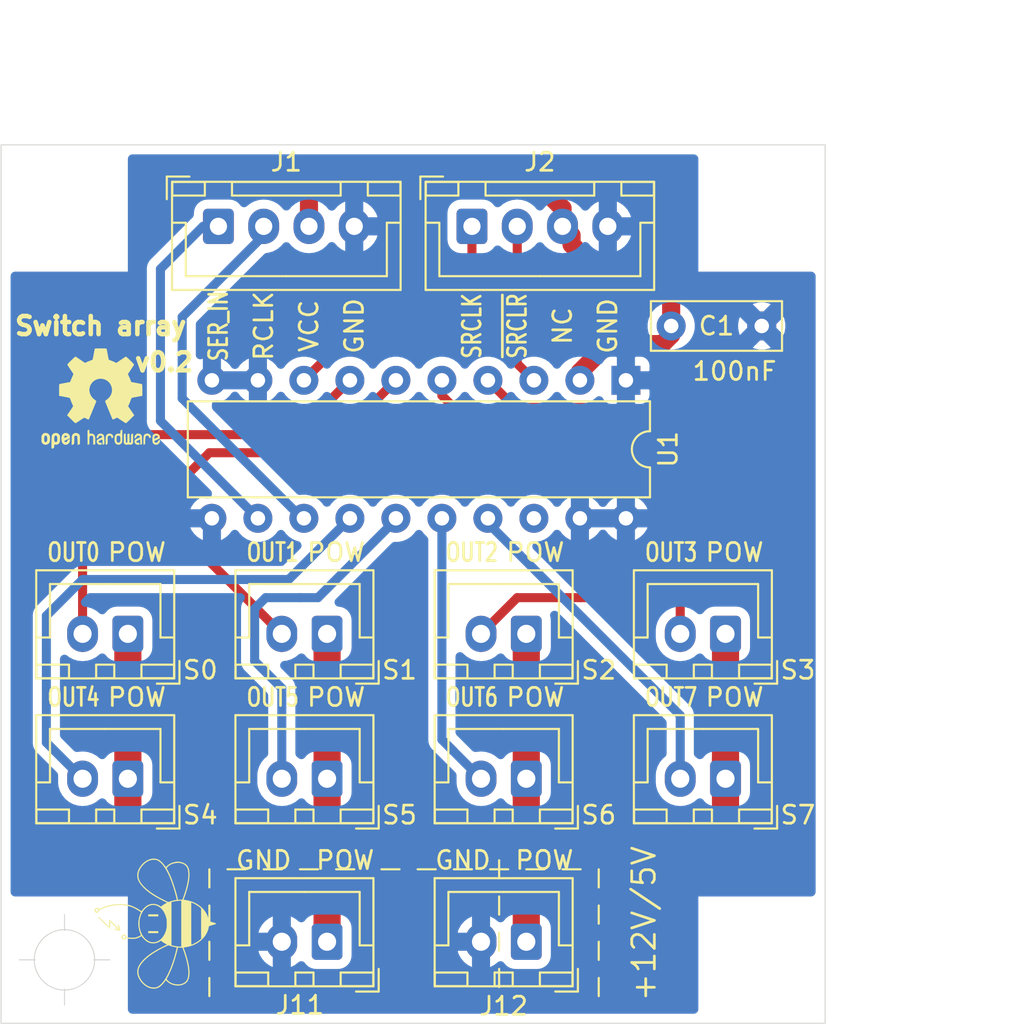
<source format=kicad_pcb>
(kicad_pcb (version 20171130) (host pcbnew "(5.1.10)-1")

  (general
    (thickness 1.6)
    (drawings 70)
    (tracks 99)
    (zones 0)
    (modules 20)
    (nets 17)
  )

  (page A4)
  (layers
    (0 F.Cu signal)
    (31 B.Cu signal)
    (32 B.Adhes user)
    (33 F.Adhes user)
    (34 B.Paste user)
    (35 F.Paste user)
    (36 B.SilkS user)
    (37 F.SilkS user)
    (38 B.Mask user)
    (39 F.Mask user)
    (40 Dwgs.User user)
    (41 Cmts.User user)
    (42 Eco1.User user)
    (43 Eco2.User user)
    (44 Edge.Cuts user)
    (45 Margin user)
    (46 B.CrtYd user)
    (47 F.CrtYd user)
    (48 B.Fab user)
    (49 F.Fab user)
  )

  (setup
    (last_trace_width 1)
    (user_trace_width 0.5)
    (user_trace_width 1)
    (trace_clearance 0.2)
    (zone_clearance 0.5)
    (zone_45_only no)
    (trace_min 0.2)
    (via_size 0.8)
    (via_drill 0.4)
    (via_min_size 0.4)
    (via_min_drill 0.3)
    (uvia_size 0.3)
    (uvia_drill 0.1)
    (uvias_allowed no)
    (uvia_min_size 0.2)
    (uvia_min_drill 0.1)
    (edge_width 0.05)
    (segment_width 0.2)
    (pcb_text_width 0.3)
    (pcb_text_size 1.5 1.5)
    (mod_edge_width 0.12)
    (mod_text_size 1 1)
    (mod_text_width 0.15)
    (pad_size 1.7 2)
    (pad_drill 1)
    (pad_to_mask_clearance 0)
    (aux_axis_origin 127.5 101)
    (visible_elements 7FFFFF7F)
    (pcbplotparams
      (layerselection 0x3ffff_ffffffff)
      (usegerberextensions false)
      (usegerberattributes false)
      (usegerberadvancedattributes false)
      (creategerberjobfile false)
      (excludeedgelayer true)
      (linewidth 0.100000)
      (plotframeref false)
      (viasonmask false)
      (mode 1)
      (useauxorigin false)
      (hpglpennumber 1)
      (hpglpenspeed 20)
      (hpglpendiameter 15.000000)
      (psnegative false)
      (psa4output false)
      (plotreference true)
      (plotvalue true)
      (plotinvisibletext false)
      (padsonsilk false)
      (subtractmaskfromsilk false)
      (outputformat 1)
      (mirror false)
      (drillshape 0)
      (scaleselection 1)
      (outputdirectory "gerber/"))
  )

  (net 0 "")
  (net 1 GND)
  (net 2 +5V)
  (net 3 SRCLR)
  (net 4 SER_IN)
  (net 5 RCLK)
  (net 6 SRCLK)
  (net 7 +12V)
  (net 8 OUT_0)
  (net 9 OUT_1)
  (net 10 OUT_2)
  (net 11 OUT_3)
  (net 12 OUT_7)
  (net 13 OUT_6)
  (net 14 OUT_5)
  (net 15 OUT_4)
  (net 16 "Net-(U1-Pad18)")

  (net_class Default "This is the default net class."
    (clearance 0.2)
    (trace_width 0.25)
    (via_dia 0.8)
    (via_drill 0.4)
    (uvia_dia 0.3)
    (uvia_drill 0.1)
    (add_net +12V)
    (add_net +5V)
    (add_net GND)
    (add_net "Net-(U1-Pad18)")
    (add_net OUT_0)
    (add_net OUT_1)
    (add_net OUT_2)
    (add_net OUT_3)
    (add_net OUT_4)
    (add_net OUT_5)
    (add_net OUT_6)
    (add_net OUT_7)
    (add_net RCLK)
    (add_net SER_IN)
    (add_net SRCLK)
    (add_net SRCLR)
  )

  (module Package_DIP:DIP-20_W7.62mm (layer F.Cu) (tedit 5A02E8C5) (tstamp 6161A61A)
    (at 158.5 46.5 270)
    (descr "20-lead though-hole mounted DIP package, row spacing 7.62 mm (300 mils)")
    (tags "THT DIP DIL PDIP 2.54mm 7.62mm 300mil")
    (path /6162DAD5)
    (fp_text reference U1 (at 3.81 -2.33 90) (layer F.SilkS)
      (effects (font (size 1 1) (thickness 0.15)))
    )
    (fp_text value TPIC6595 (at 3.81 25.19 90) (layer F.Fab)
      (effects (font (size 1 1) (thickness 0.15)))
    )
    (fp_text user %R (at 3.81 11.43 90) (layer F.Fab)
      (effects (font (size 1 1) (thickness 0.15)))
    )
    (fp_arc (start 3.81 -1.33) (end 2.81 -1.33) (angle -180) (layer F.SilkS) (width 0.12))
    (fp_line (start 1.635 -1.27) (end 6.985 -1.27) (layer F.Fab) (width 0.1))
    (fp_line (start 6.985 -1.27) (end 6.985 24.13) (layer F.Fab) (width 0.1))
    (fp_line (start 6.985 24.13) (end 0.635 24.13) (layer F.Fab) (width 0.1))
    (fp_line (start 0.635 24.13) (end 0.635 -0.27) (layer F.Fab) (width 0.1))
    (fp_line (start 0.635 -0.27) (end 1.635 -1.27) (layer F.Fab) (width 0.1))
    (fp_line (start 2.81 -1.33) (end 1.16 -1.33) (layer F.SilkS) (width 0.12))
    (fp_line (start 1.16 -1.33) (end 1.16 24.19) (layer F.SilkS) (width 0.12))
    (fp_line (start 1.16 24.19) (end 6.46 24.19) (layer F.SilkS) (width 0.12))
    (fp_line (start 6.46 24.19) (end 6.46 -1.33) (layer F.SilkS) (width 0.12))
    (fp_line (start 6.46 -1.33) (end 4.81 -1.33) (layer F.SilkS) (width 0.12))
    (fp_line (start -1.1 -1.55) (end -1.1 24.4) (layer F.CrtYd) (width 0.05))
    (fp_line (start -1.1 24.4) (end 8.7 24.4) (layer F.CrtYd) (width 0.05))
    (fp_line (start 8.7 24.4) (end 8.7 -1.55) (layer F.CrtYd) (width 0.05))
    (fp_line (start 8.7 -1.55) (end -1.1 -1.55) (layer F.CrtYd) (width 0.05))
    (pad 20 thru_hole oval (at 7.62 0 270) (size 1.6 1.6) (drill 0.8) (layers *.Cu *.Mask)
      (net 1 GND))
    (pad 10 thru_hole oval (at 0 22.86 270) (size 1.6 1.6) (drill 0.8) (layers *.Cu *.Mask)
      (net 1 GND))
    (pad 19 thru_hole oval (at 7.62 2.54 270) (size 1.6 1.6) (drill 0.8) (layers *.Cu *.Mask)
      (net 1 GND))
    (pad 9 thru_hole oval (at 0 20.32 270) (size 1.6 1.6) (drill 0.8) (layers *.Cu *.Mask)
      (net 1 GND))
    (pad 18 thru_hole oval (at 7.62 5.08 270) (size 1.6 1.6) (drill 0.8) (layers *.Cu *.Mask)
      (net 16 "Net-(U1-Pad18)"))
    (pad 8 thru_hole oval (at 0 17.78 270) (size 1.6 1.6) (drill 0.8) (layers *.Cu *.Mask)
      (net 3 SRCLR))
    (pad 17 thru_hole oval (at 7.62 7.62 270) (size 1.6 1.6) (drill 0.8) (layers *.Cu *.Mask)
      (net 13 OUT_6))
    (pad 7 thru_hole oval (at 0 15.24 270) (size 1.6 1.6) (drill 0.8) (layers *.Cu *.Mask)
      (net 11 OUT_3))
    (pad 16 thru_hole oval (at 7.62 10.16 270) (size 1.6 1.6) (drill 0.8) (layers *.Cu *.Mask)
      (net 12 OUT_7))
    (pad 6 thru_hole oval (at 0 12.7 270) (size 1.6 1.6) (drill 0.8) (layers *.Cu *.Mask)
      (net 10 OUT_2))
    (pad 15 thru_hole oval (at 7.62 12.7 270) (size 1.6 1.6) (drill 0.8) (layers *.Cu *.Mask)
      (net 14 OUT_5))
    (pad 5 thru_hole oval (at 0 10.16 270) (size 1.6 1.6) (drill 0.8) (layers *.Cu *.Mask)
      (net 9 OUT_1))
    (pad 14 thru_hole oval (at 7.62 15.24 270) (size 1.6 1.6) (drill 0.8) (layers *.Cu *.Mask)
      (net 15 OUT_4))
    (pad 4 thru_hole oval (at 0 7.62 270) (size 1.6 1.6) (drill 0.8) (layers *.Cu *.Mask)
      (net 8 OUT_0))
    (pad 13 thru_hole oval (at 7.62 17.78 270) (size 1.6 1.6) (drill 0.8) (layers *.Cu *.Mask)
      (net 6 SRCLK))
    (pad 3 thru_hole oval (at 0 5.08 270) (size 1.6 1.6) (drill 0.8) (layers *.Cu *.Mask)
      (net 4 SER_IN))
    (pad 12 thru_hole oval (at 7.62 20.32 270) (size 1.6 1.6) (drill 0.8) (layers *.Cu *.Mask)
      (net 5 RCLK))
    (pad 2 thru_hole oval (at 0 2.54 270) (size 1.6 1.6) (drill 0.8) (layers *.Cu *.Mask)
      (net 2 +5V))
    (pad 11 thru_hole oval (at 7.62 22.86 270) (size 1.6 1.6) (drill 0.8) (layers *.Cu *.Mask)
      (net 1 GND))
    (pad 1 thru_hole rect (at 0 0 270) (size 1.6 1.6) (drill 0.8) (layers *.Cu *.Mask)
      (net 1 GND))
    (model ${KISYS3DMOD}/Package_DIP.3dshapes/DIP-20_W7.62mm.wrl
      (at (xyz 0 0 0))
      (scale (xyz 1 1 1))
      (rotate (xyz 0 0 0))
    )
  )

  (module Connector_JST:JST_XH_B2B-XH-A_1x02_P2.50mm_Vertical (layer F.Cu) (tedit 5C28146C) (tstamp 5FD254E7)
    (at 153 77.5 180)
    (descr "JST XH series connector, B2B-XH-A (http://www.jst-mfg.com/product/pdf/eng/eXH.pdf), generated with kicad-footprint-generator")
    (tags "connector JST XH vertical")
    (path /5FD32169)
    (fp_text reference J12 (at 1.25 -3.55) (layer F.SilkS)
      (effects (font (size 1 1) (thickness 0.15)))
    )
    (fp_text value Conn_01x02 (at 1.25 4.6) (layer F.Fab)
      (effects (font (size 1 1) (thickness 0.15)))
    )
    (fp_line (start -2.85 -2.75) (end -2.85 -1.5) (layer F.SilkS) (width 0.12))
    (fp_line (start -1.6 -2.75) (end -2.85 -2.75) (layer F.SilkS) (width 0.12))
    (fp_line (start 4.3 2.75) (end 1.25 2.75) (layer F.SilkS) (width 0.12))
    (fp_line (start 4.3 -0.2) (end 4.3 2.75) (layer F.SilkS) (width 0.12))
    (fp_line (start 5.05 -0.2) (end 4.3 -0.2) (layer F.SilkS) (width 0.12))
    (fp_line (start -1.8 2.75) (end 1.25 2.75) (layer F.SilkS) (width 0.12))
    (fp_line (start -1.8 -0.2) (end -1.8 2.75) (layer F.SilkS) (width 0.12))
    (fp_line (start -2.55 -0.2) (end -1.8 -0.2) (layer F.SilkS) (width 0.12))
    (fp_line (start 5.05 -2.45) (end 3.25 -2.45) (layer F.SilkS) (width 0.12))
    (fp_line (start 5.05 -1.7) (end 5.05 -2.45) (layer F.SilkS) (width 0.12))
    (fp_line (start 3.25 -1.7) (end 5.05 -1.7) (layer F.SilkS) (width 0.12))
    (fp_line (start 3.25 -2.45) (end 3.25 -1.7) (layer F.SilkS) (width 0.12))
    (fp_line (start -0.75 -2.45) (end -2.55 -2.45) (layer F.SilkS) (width 0.12))
    (fp_line (start -0.75 -1.7) (end -0.75 -2.45) (layer F.SilkS) (width 0.12))
    (fp_line (start -2.55 -1.7) (end -0.75 -1.7) (layer F.SilkS) (width 0.12))
    (fp_line (start -2.55 -2.45) (end -2.55 -1.7) (layer F.SilkS) (width 0.12))
    (fp_line (start 1.75 -2.45) (end 0.75 -2.45) (layer F.SilkS) (width 0.12))
    (fp_line (start 1.75 -1.7) (end 1.75 -2.45) (layer F.SilkS) (width 0.12))
    (fp_line (start 0.75 -1.7) (end 1.75 -1.7) (layer F.SilkS) (width 0.12))
    (fp_line (start 0.75 -2.45) (end 0.75 -1.7) (layer F.SilkS) (width 0.12))
    (fp_line (start 0 -1.35) (end 0.625 -2.35) (layer F.Fab) (width 0.1))
    (fp_line (start -0.625 -2.35) (end 0 -1.35) (layer F.Fab) (width 0.1))
    (fp_line (start 5.45 -2.85) (end -2.95 -2.85) (layer F.CrtYd) (width 0.05))
    (fp_line (start 5.45 3.9) (end 5.45 -2.85) (layer F.CrtYd) (width 0.05))
    (fp_line (start -2.95 3.9) (end 5.45 3.9) (layer F.CrtYd) (width 0.05))
    (fp_line (start -2.95 -2.85) (end -2.95 3.9) (layer F.CrtYd) (width 0.05))
    (fp_line (start 5.06 -2.46) (end -2.56 -2.46) (layer F.SilkS) (width 0.12))
    (fp_line (start 5.06 3.51) (end 5.06 -2.46) (layer F.SilkS) (width 0.12))
    (fp_line (start -2.56 3.51) (end 5.06 3.51) (layer F.SilkS) (width 0.12))
    (fp_line (start -2.56 -2.46) (end -2.56 3.51) (layer F.SilkS) (width 0.12))
    (fp_line (start 4.95 -2.35) (end -2.45 -2.35) (layer F.Fab) (width 0.1))
    (fp_line (start 4.95 3.4) (end 4.95 -2.35) (layer F.Fab) (width 0.1))
    (fp_line (start -2.45 3.4) (end 4.95 3.4) (layer F.Fab) (width 0.1))
    (fp_line (start -2.45 -2.35) (end -2.45 3.4) (layer F.Fab) (width 0.1))
    (fp_text user %R (at 1.25 2.7) (layer F.Fab)
      (effects (font (size 1 1) (thickness 0.15)))
    )
    (pad 2 thru_hole oval (at 2.5 0 180) (size 1.7 2) (drill 1) (layers *.Cu *.Mask)
      (net 1 GND))
    (pad 1 thru_hole roundrect (at 0 0 180) (size 1.7 2) (drill 1) (layers *.Cu *.Mask) (roundrect_rratio 0.1470588235294118)
      (net 7 +12V))
    (model ${KISYS3DMOD}/Connector_JST.3dshapes/JST_XH_B2B-XH-A_1x02_P2.50mm_Vertical.wrl
      (at (xyz 0 0 0))
      (scale (xyz 1 1 1))
      (rotate (xyz 0 0 0))
    )
  )

  (module logo-beehive:logo-beehive-7_2х6_7mm (layer F.Cu) (tedit 0) (tstamp 5F3A3C63)
    (at 132.5 76.5 90)
    (fp_text reference G*** (at 0 0 90) (layer F.SilkS) hide
      (effects (font (size 1.524 1.524) (thickness 0.3)))
    )
    (fp_text value LOGO (at 0.75 0 90) (layer F.SilkS) hide
      (effects (font (size 1.524 1.524) (thickness 0.3)))
    )
    (fp_poly (pts (xy 0.508 0.173182) (xy 0.404091 0.173182) (xy 0.404091 -0.369454) (xy 0.508 -0.369454)
      (xy 0.508 0.173182)) (layer F.SilkS) (width 0.01))
    (fp_poly (pts (xy -0.415636 0.173182) (xy -0.519546 0.173182) (xy -0.519546 -0.369454) (xy -0.415636 -0.369454)
      (xy -0.415636 0.173182)) (layer F.SilkS) (width 0.01))
    (fp_poly (pts (xy 0.373099 -3.122533) (xy 0.369224 -3.109199) (xy 0.354184 -3.086757) (xy 0.327016 -3.054031)
      (xy 0.28676 -3.009848) (xy 0.232455 -2.953033) (xy 0.16314 -2.882413) (xy 0.096827 -2.815781)
      (xy -0.190327 -2.528454) (xy 0.008746 -2.528454) (xy 0.081153 -2.528276) (xy 0.133629 -2.52753)
      (xy 0.169333 -2.525895) (xy 0.191424 -2.523054) (xy 0.203059 -2.518688) (xy 0.207397 -2.512477)
      (xy 0.207818 -2.50835) (xy 0.199922 -2.495335) (xy 0.177598 -2.468358) (xy 0.14289 -2.429638)
      (xy 0.097844 -2.381393) (xy 0.044505 -2.325843) (xy -0.015081 -2.265206) (xy -0.031647 -2.248578)
      (xy -0.107675 -2.171851) (xy -0.167131 -2.110416) (xy -0.21038 -2.063869) (xy -0.237787 -2.031809)
      (xy -0.249716 -2.01383) (xy -0.248124 -2.009314) (xy -0.224942 -2.01189) (xy -0.188032 -2.018168)
      (xy -0.15317 -2.025161) (xy -0.112516 -2.033013) (xy -0.088124 -2.034732) (xy -0.073974 -2.030254)
      (xy -0.067646 -2.024266) (xy -0.060571 -2.01187) (xy -0.063805 -2.001313) (xy -0.079929 -1.991447)
      (xy -0.111523 -1.981122) (xy -0.161166 -1.969192) (xy -0.218458 -1.957139) (xy -0.281228 -1.944397)
      (xy -0.325023 -1.935816) (xy -0.353499 -1.93097) (xy -0.370313 -1.929433) (xy -0.379119 -1.930779)
      (xy -0.383574 -1.934583) (xy -0.385558 -1.937671) (xy -0.386495 -1.953939) (xy -0.382402 -1.986838)
      (xy -0.374463 -2.031182) (xy -0.363866 -2.081789) (xy -0.351794 -2.133474) (xy -0.339436 -2.181054)
      (xy -0.327975 -2.219345) (xy -0.318599 -2.243164) (xy -0.31449 -2.248343) (xy -0.295101 -2.249946)
      (xy -0.285455 -2.234986) (xy -0.285226 -2.201866) (xy -0.294087 -2.148986) (xy -0.294139 -2.148738)
      (xy -0.302673 -2.107185) (xy -0.308924 -2.074871) (xy -0.311687 -2.05806) (xy -0.311727 -2.057342)
      (xy -0.303951 -2.063003) (xy -0.282058 -2.082978) (xy -0.248202 -2.115196) (xy -0.204539 -2.157586)
      (xy -0.153221 -2.208077) (xy -0.103751 -2.257256) (xy 0.104224 -2.464954) (xy -0.083408 -2.470727)
      (xy -0.15498 -2.473257) (xy -0.20655 -2.476017) (xy -0.241206 -2.479383) (xy -0.262038 -2.48373)
      (xy -0.272134 -2.489436) (xy -0.274392 -2.494) (xy -0.267207 -2.50546) (xy -0.245659 -2.530835)
      (xy -0.211923 -2.567927) (xy -0.168174 -2.614538) (xy -0.116585 -2.668467) (xy -0.059333 -2.727516)
      (xy 0.001408 -2.789486) (xy 0.063464 -2.852177) (xy 0.12466 -2.913392) (xy 0.18282 -2.97093)
      (xy 0.235771 -3.022593) (xy 0.281337 -3.066181) (xy 0.317345 -3.099496) (xy 0.341618 -3.120339)
      (xy 0.351193 -3.126571) (xy 0.366768 -3.127932) (xy 0.373099 -3.122533)) (layer F.SilkS) (width 0.01))
    (fp_poly (pts (xy 0.781124 -3.338272) (xy 0.820066 -3.312623) (xy 0.850866 -3.27735) (xy 0.862381 -3.253557)
      (xy 0.869381 -3.203831) (xy 0.86004 -3.155836) (xy 0.836291 -3.117453) (xy 0.826963 -3.109228)
      (xy 0.800557 -3.08931) (xy 0.860848 -2.961859) (xy 0.942059 -2.765907) (xy 1.003933 -2.561687)
      (xy 1.0468 -2.347606) (xy 1.070993 -2.122074) (xy 1.077124 -1.922318) (xy 1.073712 -1.775328)
      (xy 1.063437 -1.645173) (xy 1.045563 -1.526426) (xy 1.019354 -1.413658) (xy 0.998815 -1.345045)
      (xy 0.968368 -1.263013) (xy 0.926952 -1.169003) (xy 0.877686 -1.069335) (xy 0.823684 -0.970328)
      (xy 0.770857 -0.882677) (xy 0.741321 -0.836271) (xy 0.716056 -0.796521) (xy 0.69781 -0.767754)
      (xy 0.689434 -0.754466) (xy 0.694321 -0.742271) (xy 0.714538 -0.722105) (xy 0.745386 -0.698528)
      (xy 0.810309 -0.647155) (xy 0.876016 -0.583521) (xy 0.937047 -0.513779) (xy 0.987937 -0.444085)
      (xy 1.018545 -0.390721) (xy 1.053095 -0.310872) (xy 1.074433 -0.238095) (xy 1.084874 -0.162371)
      (xy 1.086945 -0.094934) (xy 1.076086 0.020467) (xy 1.045188 0.132328) (xy 0.995987 0.235343)
      (xy 0.96275 0.284984) (xy 0.935175 0.321741) (xy 0.996225 0.402894) (xy 1.032255 0.454242)
      (xy 1.070613 0.514339) (xy 1.103634 0.571117) (xy 1.10681 0.577014) (xy 1.156345 0.669982)
      (xy 1.269255 0.441786) (xy 1.379742 0.226784) (xy 1.488243 0.032834) (xy 1.595982 -0.141879)
      (xy 1.704185 -0.29917) (xy 1.814075 -0.440853) (xy 1.926878 -0.568743) (xy 2.004467 -0.647395)
      (xy 2.12895 -0.758498) (xy 2.2502 -0.847038) (xy 2.36916 -0.913164) (xy 2.48677 -0.957023)
      (xy 2.603972 -0.978764) (xy 2.721707 -0.978534) (xy 2.840917 -0.956481) (xy 2.962542 -0.912754)
      (xy 3.087524 -0.847501) (xy 3.125835 -0.823735) (xy 3.238046 -0.741435) (xy 3.336093 -0.648795)
      (xy 3.419199 -0.547932) (xy 3.486591 -0.440965) (xy 3.537492 -0.33001) (xy 3.571127 -0.217185)
      (xy 3.586721 -0.104607) (xy 3.583499 0.005605) (xy 3.560685 0.111335) (xy 3.517504 0.210464)
      (xy 3.509522 0.224138) (xy 3.467783 0.282863) (xy 3.410567 0.348425) (xy 3.342435 0.416194)
      (xy 3.267951 0.481537) (xy 3.215409 0.522663) (xy 3.176019 0.551978) (xy 3.144162 0.575822)
      (xy 3.123999 0.591072) (xy 3.119139 0.594895) (xy 3.125036 0.603996) (xy 3.144107 0.625315)
      (xy 3.172877 0.655066) (xy 3.189509 0.671619) (xy 3.25791 0.75317) (xy 3.316458 0.851565)
      (xy 3.363304 0.961991) (xy 3.396598 1.079634) (xy 3.414493 1.199678) (xy 3.417102 1.264228)
      (xy 3.40813 1.381577) (xy 3.38235 1.49233) (xy 3.34125 1.593721) (xy 3.286317 1.682986)
      (xy 3.219038 1.75736) (xy 3.140903 1.814077) (xy 3.113719 1.828107) (xy 3.009087 1.865839)
      (xy 2.886866 1.889603) (xy 2.747784 1.899491) (xy 2.592566 1.895596) (xy 2.42194 1.878011)
      (xy 2.236633 1.846829) (xy 2.037372 1.802142) (xy 1.824883 1.744044) (xy 1.599893 1.672626)
      (xy 1.430663 1.613046) (xy 1.320008 1.572564) (xy 1.295866 1.718578) (xy 1.25303 1.913354)
      (xy 1.190764 2.095947) (xy 1.10864 2.267293) (xy 1.006231 2.428329) (xy 0.923258 2.534228)
      (xy 0.814822 2.647279) (xy 0.693857 2.746765) (xy 0.563822 2.830581) (xy 0.428175 2.896622)
      (xy 0.290374 2.942784) (xy 0.229531 2.956334) (xy 0.189546 2.963931) (xy 0.158226 2.970106)
      (xy 0.143514 2.973255) (xy 0.135688 2.984969) (xy 0.123584 3.014497) (xy 0.108873 3.057339)
      (xy 0.093667 3.107452) (xy 0.076809 3.166365) (xy 0.060376 3.223781) (xy 0.0465 3.272257)
      (xy 0.038811 3.299114) (xy 0.025628 3.336932) (xy 0.012258 3.355729) (xy 0 3.359728)
      (xy -0.015288 3.353083) (xy -0.028404 3.330514) (xy -0.038811 3.299114) (xy -0.049206 3.262807)
      (xy -0.063822 3.211743) (xy -0.080529 3.153364) (xy -0.093667 3.107452) (xy -0.109311 3.055982)
      (xy -0.123971 3.013455) (xy -0.135977 2.984371) (xy -0.143515 2.973255) (xy -0.160656 2.969615)
      (xy -0.19313 2.96324) (xy -0.229531 2.956334) (xy -0.367186 2.919651) (xy -0.504219 2.862154)
      (xy -0.637175 2.785947) (xy -0.762596 2.693133) (xy -0.877026 2.585815) (xy -0.923269 2.534228)
      (xy -1.03903 2.38033) (xy -1.135257 2.214564) (xy -1.212083 2.036622) (xy -1.219586 2.011796)
      (xy -1.165985 2.011796) (xy -1.160628 2.030696) (xy -1.146181 2.0653) (xy -1.124874 2.111187)
      (xy -1.098933 2.163934) (xy -1.070588 2.219118) (xy -1.042066 2.272316) (xy -1.015595 2.319106)
      (xy -0.993403 2.355066) (xy -0.991985 2.357185) (xy -0.958579 2.404438) (xy -0.920872 2.454363)
      (xy -0.891354 2.490932) (xy -0.840013 2.551546) (xy 0.841033 2.551546) (xy 0.892441 2.490932)
      (xy 0.93843 2.432196) (xy 0.986502 2.362985) (xy 1.033888 2.288071) (xy 1.077819 2.212231)
      (xy 1.115523 2.140238) (xy 1.144233 2.076867) (xy 1.160841 2.028255) (xy 1.168594 1.997364)
      (xy 0.001251 1.997364) (xy -0.195644 1.997416) (xy -0.37057 1.997583) (xy -0.524648 1.997878)
      (xy -0.659 1.998316) (xy -0.774746 1.998909) (xy -0.873009 1.999671) (xy -0.95491 2.000618)
      (xy -1.02157 2.001762) (xy -1.074111 2.003117) (xy -1.113653 2.004698) (xy -1.141319 2.006517)
      (xy -1.158229 2.00859) (xy -1.165506 2.01093) (xy -1.165985 2.011796) (xy -1.219586 2.011796)
      (xy -1.26964 1.846195) (xy -1.308059 1.642973) (xy -1.310363 1.625739) (xy -1.317382 1.571614)
      (xy -1.42935 1.612882) (xy -1.629865 1.683029) (xy -1.825759 1.744185) (xy -2.015 1.795944)
      (xy -2.195555 1.837898) (xy -2.365393 1.869639) (xy -2.522479 1.89076) (xy -2.664783 1.900853)
      (xy -2.790271 1.899511) (xy -2.838314 1.895344) (xy -2.96209 1.875638) (xy -3.066609 1.846125)
      (xy -3.154103 1.80545) (xy -3.226803 1.752259) (xy -3.286941 1.685198) (xy -3.336747 1.602914)
      (xy -3.343746 1.588582) (xy -3.385695 1.481123) (xy -3.408942 1.37211) (xy -3.411475 1.320836)
      (xy -3.357374 1.320836) (xy -3.349051 1.403928) (xy -3.330314 1.480954) (xy -3.299783 1.559775)
      (xy -3.296364 1.567326) (xy -3.25627 1.634464) (xy -3.201534 1.697768) (xy -3.138721 1.750591)
      (xy -3.084262 1.782114) (xy -2.99339 1.813382) (xy -2.884978 1.834294) (xy -2.762244 1.844603)
      (xy -2.628408 1.844064) (xy -2.486691 1.83243) (xy -2.463978 1.829585) (xy -2.25216 1.794568)
      (xy -2.026325 1.743379) (xy -1.788428 1.676523) (xy -1.540425 1.594501) (xy -1.510962 1.583982)
      (xy -1.325191 1.51715) (xy -1.320921 1.390773) (xy -1.27 1.390773) (xy -1.27 1.454728)
      (xy 1.273528 1.454728) (xy 1.266408 1.330287) (xy 1.260547 1.26306) (xy 1.316252 1.26306)
      (xy 1.321954 1.512174) (xy 1.368136 1.530811) (xy 1.439484 1.558222) (xy 1.526724 1.589564)
      (xy 1.623473 1.622685) (xy 1.72335 1.655429) (xy 1.819972 1.685644) (xy 1.878735 1.703118)
      (xy 2.093291 1.760255) (xy 2.292609 1.802908) (xy 2.476182 1.831017) (xy 2.6435 1.844517)
      (xy 2.794056 1.843349) (xy 2.91629 1.829447) (xy 3.012927 1.807479) (xy 3.091872 1.777436)
      (xy 3.157765 1.737114) (xy 3.209942 1.690006) (xy 3.274118 1.607281) (xy 3.319819 1.513726)
      (xy 3.347495 1.407928) (xy 3.357597 1.28847) (xy 3.356526 1.229811) (xy 3.340665 1.088035)
      (xy 3.306955 0.96039) (xy 3.255506 0.847166) (xy 3.186427 0.748656) (xy 3.170098 0.730306)
      (xy 3.127268 0.685713) (xy 3.094795 0.657447) (xy 3.0686 0.643813) (xy 3.044605 0.643112)
      (xy 3.018734 0.65365) (xy 3.005226 0.661713) (xy 2.958944 0.688662) (xy 2.89593 0.722084)
      (xy 2.820825 0.759719) (xy 2.738272 0.799303) (xy 2.652912 0.838574) (xy 2.569387 0.875271)
      (xy 2.550619 0.883239) (xy 2.457139 0.920633) (xy 2.346529 0.961571) (xy 2.223166 1.004679)
      (xy 2.09143 1.048584) (xy 1.955698 1.091912) (xy 1.820349 1.133289) (xy 1.689763 1.171341)
      (xy 1.568317 1.204694) (xy 1.46039 1.231975) (xy 1.385859 1.248683) (xy 1.316252 1.26306)
      (xy 1.260547 1.26306) (xy 1.259747 1.253895) (xy 1.248535 1.167625) (xy 1.234147 1.079964)
      (xy 1.217961 0.9994) (xy 1.203276 0.940955) (xy 1.193293 0.906319) (xy -1.194304 0.906319)
      (xy -1.220268 1.010228) (xy -1.23911 1.098477) (xy -1.254501 1.195531) (xy -1.26518 1.29174)
      (xy -1.269885 1.377451) (xy -1.27 1.390773) (xy -1.320921 1.390773) (xy -1.316645 1.264228)
      (xy -1.434754 1.236895) (xy -1.501797 1.22041) (xy -1.585737 1.198273) (xy -1.681508 1.171947)
      (xy -1.78404 1.142901) (xy -1.888267 1.112598) (xy -1.989119 1.082507) (xy -2.08153 1.054092)
      (xy -2.160431 1.02882) (xy -2.199409 1.015696) (xy -2.323182 0.971175) (xy -2.448985 0.92273)
      (xy -2.572984 0.872035) (xy -2.691345 0.820767) (xy -2.800235 0.770601) (xy -2.89582 0.723212)
      (xy -2.974265 0.680275) (xy -2.993815 0.668554) (xy -3.027147 0.649909) (xy -3.05353 0.642358)
      (xy -3.078126 0.647357) (xy -3.106096 0.666363) (xy -3.142603 0.700832) (xy -3.15587 0.714282)
      (xy -3.232717 0.809128) (xy -3.291358 0.918026) (xy -3.331675 1.040673) (xy -3.353547 1.176766)
      (xy -3.356664 1.223819) (xy -3.357374 1.320836) (xy -3.411475 1.320836) (xy -3.414734 1.254894)
      (xy -3.413307 1.218046) (xy -3.396132 1.080679) (xy -3.361188 0.952052) (xy -3.309573 0.83484)
      (xy -3.242385 0.731716) (xy -3.188985 0.671619) (xy -3.1569 0.639059) (xy -3.132792 0.613101)
      (xy -3.120127 0.597552) (xy -3.119139 0.594895) (xy -3.1295 0.586909) (xy -3.154289 0.568322)
      (xy -3.189354 0.542238) (xy -3.216089 0.522438) (xy -3.292731 0.461203) (xy -3.366118 0.3941)
      (xy -3.431605 0.325854) (xy -3.484547 0.261184) (xy -3.509522 0.224148) (xy -3.556269 0.125261)
      (xy -3.582294 0.01982) (xy -3.58729 -0.071302) (xy -3.531475 -0.071302) (xy -3.530831 -0.039606)
      (xy -3.527441 0.015291) (xy -3.521365 0.056568) (xy -3.510236 0.093692) (xy -3.491685 0.136134)
      (xy -3.481814 0.156403) (xy -3.425027 0.248295) (xy -3.345829 0.340169) (xy -3.244895 0.431635)
      (xy -3.122901 0.522299) (xy -2.980524 0.611771) (xy -2.81844 0.699659) (xy -2.637324 0.785571)
      (xy -2.437852 0.869116) (xy -2.220702 0.949901) (xy -1.986548 1.027535) (xy -1.9685 1.033164)
      (xy -1.899652 1.053987) (xy -1.823419 1.076095) (xy -1.742903 1.098684) (xy -1.661204 1.120951)
      (xy -1.581421 1.142094) (xy -1.506657 1.161309) (xy -1.440011 1.177795) (xy -1.384584 1.190747)
      (xy -1.343476 1.199364) (xy -1.319788 1.202841) (xy -1.315331 1.202301) (xy -1.310525 1.18843)
      (xy -1.303023 1.157156) (xy -1.294048 1.113834) (xy -1.288644 1.085273) (xy -1.275538 1.023924)
      (xy -1.257466 0.952675) (xy -1.237498 0.883276) (xy -1.228744 0.855882) (xy -1.188907 0.736173)
      (xy -1.190922 0.731736) (xy 1.187715 0.731736) (xy 1.224028 0.841244) (xy 1.24494 0.908541)
      (xy 1.264527 0.979266) (xy 1.281511 1.04802) (xy 1.294618 1.109401) (xy 1.302571 1.158011)
      (xy 1.304386 1.181301) (xy 1.307638 1.204155) (xy 1.31928 1.209081) (xy 1.324841 1.207791)
      (xy 1.342821 1.202968) (xy 1.378686 1.193763) (xy 1.427904 1.181327) (xy 1.485942 1.166807)
      (xy 1.512454 1.160216) (xy 1.7631 1.094106) (xy 2.000962 1.023487) (xy 2.225116 0.948828)
      (xy 2.434641 0.870599) (xy 2.628614 0.789271) (xy 2.806113 0.705311) (xy 2.966216 0.61919)
      (xy 3.108001 0.531377) (xy 3.230545 0.442341) (xy 3.332927 0.352553) (xy 3.414223 0.262482)
      (xy 3.473511 0.172596) (xy 3.480994 0.15806) (xy 3.502829 0.111304) (xy 3.516532 0.072763)
      (xy 3.524475 0.033013) (xy 3.529027 -0.017368) (xy 3.530161 -0.037404) (xy 3.525184 -0.160604)
      (xy 3.497675 -0.281907) (xy 3.448182 -0.400087) (xy 3.377254 -0.513921) (xy 3.285439 -0.622184)
      (xy 3.25425 -0.653064) (xy 3.14536 -0.74489) (xy 3.031263 -0.818683) (xy 2.914113 -0.873715)
      (xy 2.796064 -0.909257) (xy 2.679268 -0.924579) (xy 2.565881 -0.918952) (xy 2.505364 -0.906562)
      (xy 2.39331 -0.865968) (xy 2.278736 -0.803154) (xy 2.162206 -0.718784) (xy 2.044283 -0.613524)
      (xy 1.925533 -0.488036) (xy 1.80652 -0.342986) (xy 1.687807 -0.179037) (xy 1.56996 0.003146)
      (xy 1.453542 0.202899) (xy 1.339118 0.419558) (xy 1.284575 0.530391) (xy 1.187715 0.731736)
      (xy -1.190922 0.731736) (xy -1.242049 0.6192) (xy -1.344968 0.403905) (xy -1.452176 0.201117)
      (xy -1.562851 0.011828) (xy -1.676172 -0.16297) (xy -1.791318 -0.322286) (xy -1.907468 -0.465127)
      (xy -2.0238 -0.590502) (xy -2.139494 -0.697418) (xy -2.253727 -0.784885) (xy -2.36568 -0.851909)
      (xy -2.47453 -0.8975) (xy -2.505364 -0.906562) (xy -2.615938 -0.924099) (xy -2.731113 -0.920284)
      (xy -2.848734 -0.895846) (xy -2.966648 -0.851514) (xy -3.082701 -0.788017) (xy -3.19474 -0.706084)
      (xy -3.25425 -0.653064) (xy -3.352283 -0.546482) (xy -3.429568 -0.433803) (xy -3.485559 -0.316239)
      (xy -3.51971 -0.195001) (xy -3.531475 -0.071302) (xy -3.58729 -0.071302) (xy -3.588325 -0.090174)
      (xy -3.575091 -0.202723) (xy -3.543319 -0.315828) (xy -3.493736 -0.427488) (xy -3.427071 -0.535706)
      (xy -3.344052 -0.638481) (xy -3.245405 -0.733815) (xy -3.131858 -0.819709) (xy -3.128818 -0.821729)
      (xy -3.003531 -0.894559) (xy -2.880454 -0.945281) (xy -2.758981 -0.973797) (xy -2.638509 -0.980009)
      (xy -2.518432 -0.96382) (xy -2.398146 -0.925131) (xy -2.277046 -0.863845) (xy -2.154528 -0.779862)
      (xy -2.029987 -0.673087) (xy -1.993285 -0.637726) (xy -1.876664 -0.514496) (xy -1.76359 -0.378067)
      (xy -1.652878 -0.226667) (xy -1.543339 -0.058527) (xy -1.433786 0.128125) (xy -1.323032 0.335058)
      (xy -1.269145 0.442009) (xy -1.156125 0.670426) (xy -1.109291 0.580554) (xy -1.078495 0.526225)
      (xy -1.040587 0.466059) (xy -1.003155 0.412031) (xy -0.998816 0.406212) (xy -0.935175 0.321741)
      (xy -0.962751 0.284984) (xy -1.021033 0.188878) (xy -1.061938 0.08109) (xy -1.083733 -0.033077)
      (xy -1.086945 -0.094934) (xy -1.086541 -0.104581) (xy -1.03596 -0.104581) (xy -1.026154 0.004092)
      (xy -0.995446 0.109498) (xy -0.944929 0.210166) (xy -0.875696 0.304621) (xy -0.78884 0.391391)
      (xy -0.685456 0.469002) (xy -0.566635 0.535983) (xy -0.433472 0.590859) (xy -0.423003 0.594423)
      (xy -0.343148 0.618909) (xy -0.268002 0.636303) (xy -0.191285 0.647415) (xy -0.10671 0.653053)
      (xy -0.007997 0.654028) (xy 0.034636 0.653341) (xy 0.112848 0.651127) (xy 0.17405 0.647841)
      (xy 0.224321 0.642791) (xy 0.269739 0.635286) (xy 0.316383 0.624634) (xy 0.339248 0.618667)
      (xy 0.48028 0.572409) (xy 0.60799 0.513494) (xy 0.721255 0.443288) (xy 0.818952 0.363159)
      (xy 0.89996 0.274475) (xy 0.963155 0.178601) (xy 1.007416 0.076906) (xy 1.031619 -0.029243)
      (xy 1.034643 -0.13848) (xy 1.02377 -0.215046) (xy 0.988557 -0.32622) (xy 0.932382 -0.430687)
      (xy 0.856726 -0.527164) (xy 0.763074 -0.614365) (xy 0.652907 -0.691003) (xy 0.527709 -0.755794)
      (xy 0.388962 -0.807452) (xy 0.317435 -0.827343) (xy 0.265651 -0.839627) (xy 0.220998 -0.848283)
      (xy 0.17729 -0.853929) (xy 0.128345 -0.85718) (xy 0.067978 -0.858652) (xy 0 -0.858965)
      (xy -0.075828 -0.858546) (xy -0.134778 -0.856879) (xy -0.183055 -0.853351) (xy -0.226862 -0.847346)
      (xy -0.272404 -0.838251) (xy -0.3175 -0.827536) (xy -0.462194 -0.78292) (xy -0.594078 -0.724467)
      (xy -0.711668 -0.653466) (xy -0.813482 -0.571202) (xy -0.898035 -0.478962) (xy -0.963844 -0.378032)
      (xy -1.009426 -0.269698) (xy -1.02377 -0.215046) (xy -1.03596 -0.104581) (xy -1.086541 -0.104581)
      (xy -1.083385 -0.179891) (xy -1.070732 -0.2541) (xy -1.046671 -0.327578) (xy -1.018545 -0.390721)
      (xy -0.980207 -0.455708) (xy -0.927199 -0.525847) (xy -0.864982 -0.594984) (xy -0.799018 -0.656964)
      (xy -0.745379 -0.698532) (xy -0.681877 -0.742268) (xy -0.711307 -0.789657) (xy -0.775382 -0.91204)
      (xy -0.815808 -1.027545) (xy -0.827612 -1.090213) (xy -0.834802 -1.168285) (xy -0.837383 -1.254538)
      (xy -0.835358 -1.341751) (xy -0.828733 -1.422702) (xy -0.81751 -1.490171) (xy -0.815547 -1.498229)
      (xy -0.794048 -1.58214) (xy -0.823808 -1.60555) (xy -0.855103 -1.643446) (xy -0.868873 -1.689922)
      (xy -0.86773 -1.706645) (xy -0.819727 -1.706645) (xy -0.810207 -1.679885) (xy -0.786971 -1.652868)
      (xy -0.758005 -1.63322) (xy -0.737292 -1.627909) (xy -0.710612 -1.635591) (xy -0.684812 -1.653012)
      (xy -0.663044 -1.686513) (xy -0.659999 -1.722991) (xy -0.673306 -1.756371) (xy -0.700596 -1.780577)
      (xy -0.738071 -1.789545) (xy -0.771185 -1.779412) (xy -0.800241 -1.754129) (xy -0.817681 -1.721369)
      (xy -0.819727 -1.706645) (xy -0.86773 -1.706645) (xy -0.865518 -1.739005) (xy -0.845439 -1.784719)
      (xy -0.809361 -1.820873) (xy -0.764231 -1.842776) (xy -0.71985 -1.844407) (xy -0.67516 -1.829062)
      (xy -0.639173 -1.800811) (xy -0.612432 -1.758947) (xy -0.600564 -1.712661) (xy -0.600407 -1.706982)
      (xy -0.610708 -1.664952) (xy -0.637735 -1.624526) (xy -0.675862 -1.593111) (xy -0.693329 -1.584583)
      (xy -0.721895 -1.570686) (xy -0.739711 -1.55217) (xy -0.753326 -1.521228) (xy -0.757751 -1.507784)
      (xy -0.769308 -1.45586) (xy -0.777432 -1.387829) (xy -0.781948 -1.310446) (xy -0.782678 -1.230465)
      (xy -0.779447 -1.15464) (xy -0.772077 -1.089725) (xy -0.769104 -1.073727) (xy -0.757296 -1.030294)
      (xy -0.73904 -0.97831) (xy -0.716774 -0.923294) (xy -0.692936 -0.870762) (xy -0.669964 -0.826231)
      (xy -0.650298 -0.795219) (xy -0.641975 -0.786089) (xy -0.623931 -0.784078) (xy -0.587414 -0.793208)
      (xy -0.531675 -0.81367) (xy -0.528876 -0.814791) (xy -0.356342 -0.871998) (xy -0.181043 -0.906566)
      (xy -0.004425 -0.918495) (xy 0.172062 -0.907786) (xy 0.346972 -0.87444) (xy 0.518857 -0.818457)
      (xy 0.529286 -0.814279) (xy 0.629227 -0.773804) (xy 0.652693 -0.802464) (xy 0.675511 -0.833998)
      (xy 0.706046 -0.881335) (xy 0.741548 -0.939695) (xy 0.779269 -1.004299) (xy 0.816461 -1.070367)
      (xy 0.850376 -1.133118) (xy 0.878263 -1.187772) (xy 0.894974 -1.223818) (xy 0.952283 -1.384565)
      (xy 0.993139 -1.55845) (xy 1.017692 -1.742563) (xy 1.026091 -1.933994) (xy 1.018488 -2.129834)
      (xy 0.995032 -2.327174) (xy 0.955874 -2.523103) (xy 0.901163 -2.714712) (xy 0.83105 -2.899092)
      (xy 0.805599 -2.955636) (xy 0.782039 -3.005003) (xy 0.764405 -3.037704) (xy 0.749165 -3.058139)
      (xy 0.732786 -3.070709) (xy 0.711739 -3.079812) (xy 0.70366 -3.082636) (xy 0.659252 -3.106825)
      (xy 0.624129 -3.142791) (xy 0.603562 -3.184206) (xy 0.600364 -3.206712) (xy 0.604074 -3.224306)
      (xy 0.659665 -3.224306) (xy 0.662521 -3.188954) (xy 0.683492 -3.15701) (xy 0.688511 -3.152747)
      (xy 0.725237 -3.132232) (xy 0.758193 -3.133638) (xy 0.791365 -3.157134) (xy 0.791388 -3.157157)
      (xy 0.814899 -3.190331) (xy 0.816319 -3.223285) (xy 0.795819 -3.260007) (xy 0.795798 -3.260034)
      (xy 0.76393 -3.285504) (xy 0.738071 -3.290454) (xy 0.699613 -3.281092) (xy 0.672753 -3.257031)
      (xy 0.659665 -3.224306) (xy 0.604074 -3.224306) (xy 0.611034 -3.257305) (xy 0.639695 -3.301015)
      (xy 0.68132 -3.332816) (xy 0.730884 -3.347682) (xy 0.741833 -3.348181) (xy 0.781124 -3.338272)) (layer F.SilkS) (width 0.01))
  )

  (module Capacitor_THT:C_Disc_D7.0mm_W2.5mm_P5.00mm (layer F.Cu) (tedit 5AE50EF0) (tstamp 5E29684E)
    (at 161 43.5)
    (descr "C, Disc series, Radial, pin pitch=5.00mm, , diameter*width=7*2.5mm^2, Capacitor, http://cdn-reichelt.de/documents/datenblatt/B300/DS_KERKO_TC.pdf")
    (tags "C Disc series Radial pin pitch 5.00mm  diameter 7mm width 2.5mm Capacitor")
    (path /5E27638C)
    (fp_text reference C1 (at 2.5 0) (layer F.SilkS)
      (effects (font (size 1 1) (thickness 0.15)))
    )
    (fp_text value 100nF (at 3.5 2.5) (layer F.SilkS)
      (effects (font (size 1 1) (thickness 0.15)))
    )
    (fp_line (start -1 -1.25) (end -1 1.25) (layer F.Fab) (width 0.1))
    (fp_line (start -1 1.25) (end 6 1.25) (layer F.Fab) (width 0.1))
    (fp_line (start 6 1.25) (end 6 -1.25) (layer F.Fab) (width 0.1))
    (fp_line (start 6 -1.25) (end -1 -1.25) (layer F.Fab) (width 0.1))
    (fp_line (start -1.12 -1.37) (end 6.12 -1.37) (layer F.SilkS) (width 0.12))
    (fp_line (start -1.12 1.37) (end 6.12 1.37) (layer F.SilkS) (width 0.12))
    (fp_line (start -1.12 -1.37) (end -1.12 1.37) (layer F.SilkS) (width 0.12))
    (fp_line (start 6.12 -1.37) (end 6.12 1.37) (layer F.SilkS) (width 0.12))
    (fp_line (start -1.25 -1.5) (end -1.25 1.5) (layer F.CrtYd) (width 0.05))
    (fp_line (start -1.25 1.5) (end 6.25 1.5) (layer F.CrtYd) (width 0.05))
    (fp_line (start 6.25 1.5) (end 6.25 -1.5) (layer F.CrtYd) (width 0.05))
    (fp_line (start 6.25 -1.5) (end -1.25 -1.5) (layer F.CrtYd) (width 0.05))
    (fp_text user %R (at 2.5 0) (layer F.Fab)
      (effects (font (size 1 1) (thickness 0.15)))
    )
    (pad 2 thru_hole circle (at 5 0) (size 1.6 1.6) (drill 0.8) (layers *.Cu *.Mask)
      (net 1 GND))
    (pad 1 thru_hole circle (at 0 0) (size 1.6 1.6) (drill 0.8) (layers *.Cu *.Mask)
      (net 2 +5V))
    (model ${KISYS3DMOD}/Capacitor_THT.3dshapes/C_Disc_D7.0mm_W2.5mm_P5.00mm.wrl
      (at (xyz 0 0 0))
      (scale (xyz 1 1 1))
      (rotate (xyz 0 0 0))
    )
  )

  (module Connector_JST:JST_XH_B2B-XH-A_1x02_P2.50mm_Vertical (layer F.Cu) (tedit 5C28146C) (tstamp 5E2DB11B)
    (at 164 68.5 180)
    (descr "JST XH series connector, B2B-XH-A (http://www.jst-mfg.com/product/pdf/eng/eXH.pdf), generated with kicad-footprint-generator")
    (tags "connector JST XH vertical")
    (path /5E2FFD73)
    (fp_text reference J10 (at 1.25 -3.55) (layer F.SilkS) hide
      (effects (font (size 1 1) (thickness 0.15)))
    )
    (fp_text value Conn_01x02 (at 1.25 4.6) (layer F.Fab)
      (effects (font (size 1 1) (thickness 0.15)))
    )
    (fp_line (start -2.45 -2.35) (end -2.45 3.4) (layer F.Fab) (width 0.1))
    (fp_line (start -2.45 3.4) (end 4.95 3.4) (layer F.Fab) (width 0.1))
    (fp_line (start 4.95 3.4) (end 4.95 -2.35) (layer F.Fab) (width 0.1))
    (fp_line (start 4.95 -2.35) (end -2.45 -2.35) (layer F.Fab) (width 0.1))
    (fp_line (start -2.56 -2.46) (end -2.56 3.51) (layer F.SilkS) (width 0.12))
    (fp_line (start -2.56 3.51) (end 5.06 3.51) (layer F.SilkS) (width 0.12))
    (fp_line (start 5.06 3.51) (end 5.06 -2.46) (layer F.SilkS) (width 0.12))
    (fp_line (start 5.06 -2.46) (end -2.56 -2.46) (layer F.SilkS) (width 0.12))
    (fp_line (start -2.95 -2.85) (end -2.95 3.9) (layer F.CrtYd) (width 0.05))
    (fp_line (start -2.95 3.9) (end 5.45 3.9) (layer F.CrtYd) (width 0.05))
    (fp_line (start 5.45 3.9) (end 5.45 -2.85) (layer F.CrtYd) (width 0.05))
    (fp_line (start 5.45 -2.85) (end -2.95 -2.85) (layer F.CrtYd) (width 0.05))
    (fp_line (start -0.625 -2.35) (end 0 -1.35) (layer F.Fab) (width 0.1))
    (fp_line (start 0 -1.35) (end 0.625 -2.35) (layer F.Fab) (width 0.1))
    (fp_line (start 0.75 -2.45) (end 0.75 -1.7) (layer F.SilkS) (width 0.12))
    (fp_line (start 0.75 -1.7) (end 1.75 -1.7) (layer F.SilkS) (width 0.12))
    (fp_line (start 1.75 -1.7) (end 1.75 -2.45) (layer F.SilkS) (width 0.12))
    (fp_line (start 1.75 -2.45) (end 0.75 -2.45) (layer F.SilkS) (width 0.12))
    (fp_line (start -2.55 -2.45) (end -2.55 -1.7) (layer F.SilkS) (width 0.12))
    (fp_line (start -2.55 -1.7) (end -0.75 -1.7) (layer F.SilkS) (width 0.12))
    (fp_line (start -0.75 -1.7) (end -0.75 -2.45) (layer F.SilkS) (width 0.12))
    (fp_line (start -0.75 -2.45) (end -2.55 -2.45) (layer F.SilkS) (width 0.12))
    (fp_line (start 3.25 -2.45) (end 3.25 -1.7) (layer F.SilkS) (width 0.12))
    (fp_line (start 3.25 -1.7) (end 5.05 -1.7) (layer F.SilkS) (width 0.12))
    (fp_line (start 5.05 -1.7) (end 5.05 -2.45) (layer F.SilkS) (width 0.12))
    (fp_line (start 5.05 -2.45) (end 3.25 -2.45) (layer F.SilkS) (width 0.12))
    (fp_line (start -2.55 -0.2) (end -1.8 -0.2) (layer F.SilkS) (width 0.12))
    (fp_line (start -1.8 -0.2) (end -1.8 2.75) (layer F.SilkS) (width 0.12))
    (fp_line (start -1.8 2.75) (end 1.25 2.75) (layer F.SilkS) (width 0.12))
    (fp_line (start 5.05 -0.2) (end 4.3 -0.2) (layer F.SilkS) (width 0.12))
    (fp_line (start 4.3 -0.2) (end 4.3 2.75) (layer F.SilkS) (width 0.12))
    (fp_line (start 4.3 2.75) (end 1.25 2.75) (layer F.SilkS) (width 0.12))
    (fp_line (start -1.6 -2.75) (end -2.85 -2.75) (layer F.SilkS) (width 0.12))
    (fp_line (start -2.85 -2.75) (end -2.85 -1.5) (layer F.SilkS) (width 0.12))
    (fp_text user %R (at 1.25 2.7) (layer F.Fab)
      (effects (font (size 1 1) (thickness 0.15)))
    )
    (pad 2 thru_hole oval (at 2.5 0 180) (size 1.7 2) (drill 1) (layers *.Cu *.Mask)
      (net 13 OUT_6))
    (pad 1 thru_hole roundrect (at 0 0 180) (size 1.7 2) (drill 1) (layers *.Cu *.Mask) (roundrect_rratio 0.1470588235294118)
      (net 7 +12V))
    (model ${KISYS3DMOD}/Connector_JST.3dshapes/JST_XH_B2B-XH-A_1x02_P2.50mm_Vertical.wrl
      (at (xyz 0 0 0))
      (scale (xyz 1 1 1))
      (rotate (xyz 0 0 0))
    )
  )

  (module Connector_JST:JST_XH_B2B-XH-A_1x02_P2.50mm_Vertical (layer F.Cu) (tedit 5C28146C) (tstamp 5E2DB0F2)
    (at 153 68.5 180)
    (descr "JST XH series connector, B2B-XH-A (http://www.jst-mfg.com/product/pdf/eng/eXH.pdf), generated with kicad-footprint-generator")
    (tags "connector JST XH vertical")
    (path /5E2FFD6D)
    (fp_text reference J9 (at 1.25 -3.55) (layer F.SilkS) hide
      (effects (font (size 1 1) (thickness 0.15)))
    )
    (fp_text value Conn_01x02 (at 1.25 4.6) (layer F.Fab) hide
      (effects (font (size 1 1) (thickness 0.15)))
    )
    (fp_line (start -2.45 -2.35) (end -2.45 3.4) (layer F.Fab) (width 0.1))
    (fp_line (start -2.45 3.4) (end 4.95 3.4) (layer F.Fab) (width 0.1))
    (fp_line (start 4.95 3.4) (end 4.95 -2.35) (layer F.Fab) (width 0.1))
    (fp_line (start 4.95 -2.35) (end -2.45 -2.35) (layer F.Fab) (width 0.1))
    (fp_line (start -2.56 -2.46) (end -2.56 3.51) (layer F.SilkS) (width 0.12))
    (fp_line (start -2.56 3.51) (end 5.06 3.51) (layer F.SilkS) (width 0.12))
    (fp_line (start 5.06 3.51) (end 5.06 -2.46) (layer F.SilkS) (width 0.12))
    (fp_line (start 5.06 -2.46) (end -2.56 -2.46) (layer F.SilkS) (width 0.12))
    (fp_line (start -2.95 -2.85) (end -2.95 3.9) (layer F.CrtYd) (width 0.05))
    (fp_line (start -2.95 3.9) (end 5.45 3.9) (layer F.CrtYd) (width 0.05))
    (fp_line (start 5.45 3.9) (end 5.45 -2.85) (layer F.CrtYd) (width 0.05))
    (fp_line (start 5.45 -2.85) (end -2.95 -2.85) (layer F.CrtYd) (width 0.05))
    (fp_line (start -0.625 -2.35) (end 0 -1.35) (layer F.Fab) (width 0.1))
    (fp_line (start 0 -1.35) (end 0.625 -2.35) (layer F.Fab) (width 0.1))
    (fp_line (start 0.75 -2.45) (end 0.75 -1.7) (layer F.SilkS) (width 0.12))
    (fp_line (start 0.75 -1.7) (end 1.75 -1.7) (layer F.SilkS) (width 0.12))
    (fp_line (start 1.75 -1.7) (end 1.75 -2.45) (layer F.SilkS) (width 0.12))
    (fp_line (start 1.75 -2.45) (end 0.75 -2.45) (layer F.SilkS) (width 0.12))
    (fp_line (start -2.55 -2.45) (end -2.55 -1.7) (layer F.SilkS) (width 0.12))
    (fp_line (start -2.55 -1.7) (end -0.75 -1.7) (layer F.SilkS) (width 0.12))
    (fp_line (start -0.75 -1.7) (end -0.75 -2.45) (layer F.SilkS) (width 0.12))
    (fp_line (start -0.75 -2.45) (end -2.55 -2.45) (layer F.SilkS) (width 0.12))
    (fp_line (start 3.25 -2.45) (end 3.25 -1.7) (layer F.SilkS) (width 0.12))
    (fp_line (start 3.25 -1.7) (end 5.05 -1.7) (layer F.SilkS) (width 0.12))
    (fp_line (start 5.05 -1.7) (end 5.05 -2.45) (layer F.SilkS) (width 0.12))
    (fp_line (start 5.05 -2.45) (end 3.25 -2.45) (layer F.SilkS) (width 0.12))
    (fp_line (start -2.55 -0.2) (end -1.8 -0.2) (layer F.SilkS) (width 0.12))
    (fp_line (start -1.8 -0.2) (end -1.8 2.75) (layer F.SilkS) (width 0.12))
    (fp_line (start -1.8 2.75) (end 1.25 2.75) (layer F.SilkS) (width 0.12))
    (fp_line (start 5.05 -0.2) (end 4.3 -0.2) (layer F.SilkS) (width 0.12))
    (fp_line (start 4.3 -0.2) (end 4.3 2.75) (layer F.SilkS) (width 0.12))
    (fp_line (start 4.3 2.75) (end 1.25 2.75) (layer F.SilkS) (width 0.12))
    (fp_line (start -1.6 -2.75) (end -2.85 -2.75) (layer F.SilkS) (width 0.12))
    (fp_line (start -2.85 -2.75) (end -2.85 -1.5) (layer F.SilkS) (width 0.12))
    (fp_text user %R (at 1.25 2.7) (layer F.Fab)
      (effects (font (size 1 1) (thickness 0.15)))
    )
    (pad 2 thru_hole oval (at 2.5 0 180) (size 1.7 2) (drill 1) (layers *.Cu *.Mask)
      (net 12 OUT_7))
    (pad 1 thru_hole roundrect (at 0 0 180) (size 1.7 2) (drill 1) (layers *.Cu *.Mask) (roundrect_rratio 0.1470588235294118)
      (net 7 +12V))
    (model ${KISYS3DMOD}/Connector_JST.3dshapes/JST_XH_B2B-XH-A_1x02_P2.50mm_Vertical.wrl
      (at (xyz 0 0 0))
      (scale (xyz 1 1 1))
      (rotate (xyz 0 0 0))
    )
  )

  (module Connector_JST:JST_XH_B2B-XH-A_1x02_P2.50mm_Vertical (layer F.Cu) (tedit 5C28146C) (tstamp 5E2DB079)
    (at 164 60.5 180)
    (descr "JST XH series connector, B2B-XH-A (http://www.jst-mfg.com/product/pdf/eng/eXH.pdf), generated with kicad-footprint-generator")
    (tags "connector JST XH vertical")
    (path /5E2FFD79)
    (fp_text reference J6 (at 1.25 -3.55) (layer F.SilkS) hide
      (effects (font (size 1 1) (thickness 0.15)))
    )
    (fp_text value Conn_01x02 (at 1.25 4.6) (layer F.Fab)
      (effects (font (size 1 1) (thickness 0.15)))
    )
    (fp_line (start -2.45 -2.35) (end -2.45 3.4) (layer F.Fab) (width 0.1))
    (fp_line (start -2.45 3.4) (end 4.95 3.4) (layer F.Fab) (width 0.1))
    (fp_line (start 4.95 3.4) (end 4.95 -2.35) (layer F.Fab) (width 0.1))
    (fp_line (start 4.95 -2.35) (end -2.45 -2.35) (layer F.Fab) (width 0.1))
    (fp_line (start -2.56 -2.46) (end -2.56 3.51) (layer F.SilkS) (width 0.12))
    (fp_line (start -2.56 3.51) (end 5.06 3.51) (layer F.SilkS) (width 0.12))
    (fp_line (start 5.06 3.51) (end 5.06 -2.46) (layer F.SilkS) (width 0.12))
    (fp_line (start 5.06 -2.46) (end -2.56 -2.46) (layer F.SilkS) (width 0.12))
    (fp_line (start -2.95 -2.85) (end -2.95 3.9) (layer F.CrtYd) (width 0.05))
    (fp_line (start -2.95 3.9) (end 5.45 3.9) (layer F.CrtYd) (width 0.05))
    (fp_line (start 5.45 3.9) (end 5.45 -2.85) (layer F.CrtYd) (width 0.05))
    (fp_line (start 5.45 -2.85) (end -2.95 -2.85) (layer F.CrtYd) (width 0.05))
    (fp_line (start -0.625 -2.35) (end 0 -1.35) (layer F.Fab) (width 0.1))
    (fp_line (start 0 -1.35) (end 0.625 -2.35) (layer F.Fab) (width 0.1))
    (fp_line (start 0.75 -2.45) (end 0.75 -1.7) (layer F.SilkS) (width 0.12))
    (fp_line (start 0.75 -1.7) (end 1.75 -1.7) (layer F.SilkS) (width 0.12))
    (fp_line (start 1.75 -1.7) (end 1.75 -2.45) (layer F.SilkS) (width 0.12))
    (fp_line (start 1.75 -2.45) (end 0.75 -2.45) (layer F.SilkS) (width 0.12))
    (fp_line (start -2.55 -2.45) (end -2.55 -1.7) (layer F.SilkS) (width 0.12))
    (fp_line (start -2.55 -1.7) (end -0.75 -1.7) (layer F.SilkS) (width 0.12))
    (fp_line (start -0.75 -1.7) (end -0.75 -2.45) (layer F.SilkS) (width 0.12))
    (fp_line (start -0.75 -2.45) (end -2.55 -2.45) (layer F.SilkS) (width 0.12))
    (fp_line (start 3.25 -2.45) (end 3.25 -1.7) (layer F.SilkS) (width 0.12))
    (fp_line (start 3.25 -1.7) (end 5.05 -1.7) (layer F.SilkS) (width 0.12))
    (fp_line (start 5.05 -1.7) (end 5.05 -2.45) (layer F.SilkS) (width 0.12))
    (fp_line (start 5.05 -2.45) (end 3.25 -2.45) (layer F.SilkS) (width 0.12))
    (fp_line (start -2.55 -0.2) (end -1.8 -0.2) (layer F.SilkS) (width 0.12))
    (fp_line (start -1.8 -0.2) (end -1.8 2.75) (layer F.SilkS) (width 0.12))
    (fp_line (start -1.8 2.75) (end 1.25 2.75) (layer F.SilkS) (width 0.12))
    (fp_line (start 5.05 -0.2) (end 4.3 -0.2) (layer F.SilkS) (width 0.12))
    (fp_line (start 4.3 -0.2) (end 4.3 2.75) (layer F.SilkS) (width 0.12))
    (fp_line (start 4.3 2.75) (end 1.25 2.75) (layer F.SilkS) (width 0.12))
    (fp_line (start -1.6 -2.75) (end -2.85 -2.75) (layer F.SilkS) (width 0.12))
    (fp_line (start -2.85 -2.75) (end -2.85 -1.5) (layer F.SilkS) (width 0.12))
    (fp_text user %R (at 1.25 2.7) (layer F.Fab)
      (effects (font (size 1 1) (thickness 0.15)))
    )
    (pad 2 thru_hole oval (at 2.5 0 180) (size 1.7 2) (drill 1) (layers *.Cu *.Mask)
      (net 8 OUT_0))
    (pad 1 thru_hole roundrect (at 0 0 180) (size 1.7 2) (drill 1) (layers *.Cu *.Mask) (roundrect_rratio 0.1470588235294118)
      (net 7 +12V))
    (model ${KISYS3DMOD}/Connector_JST.3dshapes/JST_XH_B2B-XH-A_1x02_P2.50mm_Vertical.wrl
      (at (xyz 0 0 0))
      (scale (xyz 1 1 1))
      (rotate (xyz 0 0 0))
    )
  )

  (module Connector_JST:JST_XH_B2B-XH-A_1x02_P2.50mm_Vertical (layer F.Cu) (tedit 5C28146C) (tstamp 5E2DB050)
    (at 153 60.5 180)
    (descr "JST XH series connector, B2B-XH-A (http://www.jst-mfg.com/product/pdf/eng/eXH.pdf), generated with kicad-footprint-generator")
    (tags "connector JST XH vertical")
    (path /5E2FFDD2)
    (fp_text reference J5 (at 1.25 -3.55) (layer F.SilkS) hide
      (effects (font (size 1 1) (thickness 0.15)))
    )
    (fp_text value Conn_01x02 (at 1.25 4.6) (layer F.Fab)
      (effects (font (size 1 1) (thickness 0.15)))
    )
    (fp_line (start -2.45 -2.35) (end -2.45 3.4) (layer F.Fab) (width 0.1))
    (fp_line (start -2.45 3.4) (end 4.95 3.4) (layer F.Fab) (width 0.1))
    (fp_line (start 4.95 3.4) (end 4.95 -2.35) (layer F.Fab) (width 0.1))
    (fp_line (start 4.95 -2.35) (end -2.45 -2.35) (layer F.Fab) (width 0.1))
    (fp_line (start -2.56 -2.46) (end -2.56 3.51) (layer F.SilkS) (width 0.12))
    (fp_line (start -2.56 3.51) (end 5.06 3.51) (layer F.SilkS) (width 0.12))
    (fp_line (start 5.06 3.51) (end 5.06 -2.46) (layer F.SilkS) (width 0.12))
    (fp_line (start 5.06 -2.46) (end -2.56 -2.46) (layer F.SilkS) (width 0.12))
    (fp_line (start -2.95 -2.85) (end -2.95 3.9) (layer F.CrtYd) (width 0.05))
    (fp_line (start -2.95 3.9) (end 5.45 3.9) (layer F.CrtYd) (width 0.05))
    (fp_line (start 5.45 3.9) (end 5.45 -2.85) (layer F.CrtYd) (width 0.05))
    (fp_line (start 5.45 -2.85) (end -2.95 -2.85) (layer F.CrtYd) (width 0.05))
    (fp_line (start -0.625 -2.35) (end 0 -1.35) (layer F.Fab) (width 0.1))
    (fp_line (start 0 -1.35) (end 0.625 -2.35) (layer F.Fab) (width 0.1))
    (fp_line (start 0.75 -2.45) (end 0.75 -1.7) (layer F.SilkS) (width 0.12))
    (fp_line (start 0.75 -1.7) (end 1.75 -1.7) (layer F.SilkS) (width 0.12))
    (fp_line (start 1.75 -1.7) (end 1.75 -2.45) (layer F.SilkS) (width 0.12))
    (fp_line (start 1.75 -2.45) (end 0.75 -2.45) (layer F.SilkS) (width 0.12))
    (fp_line (start -2.55 -2.45) (end -2.55 -1.7) (layer F.SilkS) (width 0.12))
    (fp_line (start -2.55 -1.7) (end -0.75 -1.7) (layer F.SilkS) (width 0.12))
    (fp_line (start -0.75 -1.7) (end -0.75 -2.45) (layer F.SilkS) (width 0.12))
    (fp_line (start -0.75 -2.45) (end -2.55 -2.45) (layer F.SilkS) (width 0.12))
    (fp_line (start 3.25 -2.45) (end 3.25 -1.7) (layer F.SilkS) (width 0.12))
    (fp_line (start 3.25 -1.7) (end 5.05 -1.7) (layer F.SilkS) (width 0.12))
    (fp_line (start 5.05 -1.7) (end 5.05 -2.45) (layer F.SilkS) (width 0.12))
    (fp_line (start 5.05 -2.45) (end 3.25 -2.45) (layer F.SilkS) (width 0.12))
    (fp_line (start -2.55 -0.2) (end -1.8 -0.2) (layer F.SilkS) (width 0.12))
    (fp_line (start -1.8 -0.2) (end -1.8 2.75) (layer F.SilkS) (width 0.12))
    (fp_line (start -1.8 2.75) (end 1.25 2.75) (layer F.SilkS) (width 0.12))
    (fp_line (start 5.05 -0.2) (end 4.3 -0.2) (layer F.SilkS) (width 0.12))
    (fp_line (start 4.3 -0.2) (end 4.3 2.75) (layer F.SilkS) (width 0.12))
    (fp_line (start 4.3 2.75) (end 1.25 2.75) (layer F.SilkS) (width 0.12))
    (fp_line (start -1.6 -2.75) (end -2.85 -2.75) (layer F.SilkS) (width 0.12))
    (fp_line (start -2.85 -2.75) (end -2.85 -1.5) (layer F.SilkS) (width 0.12))
    (fp_text user %R (at 1.25 2.7) (layer F.Fab)
      (effects (font (size 1 1) (thickness 0.15)))
    )
    (pad 2 thru_hole oval (at 2.5 0 180) (size 1.7 2) (drill 1) (layers *.Cu *.Mask)
      (net 9 OUT_1))
    (pad 1 thru_hole roundrect (at 0 0 180) (size 1.7 2) (drill 1) (layers *.Cu *.Mask) (roundrect_rratio 0.1470588235294118)
      (net 7 +12V))
    (model ${KISYS3DMOD}/Connector_JST.3dshapes/JST_XH_B2B-XH-A_1x02_P2.50mm_Vertical.wrl
      (at (xyz 0 0 0))
      (scale (xyz 1 1 1))
      (rotate (xyz 0 0 0))
    )
  )

  (module MountingHole:MountingHole_3.2mm_M3_DIN965 (layer F.Cu) (tedit 56D1B4CB) (tstamp 5E24DAD1)
    (at 166 37 270)
    (descr "Mounting Hole 3.2mm, no annular, M3, DIN965")
    (tags "mounting hole 3.2mm no annular m3 din965")
    (attr virtual)
    (fp_text reference REF** (at 0 -3.8 90) (layer F.SilkS) hide
      (effects (font (size 1 1) (thickness 0.15)))
    )
    (fp_text value MountingHole_3.2mm_M3_DIN965 (at 0 3.8 90) (layer F.Fab) hide
      (effects (font (size 1 1) (thickness 0.15)))
    )
    (fp_circle (center 0 0) (end 3.05 0) (layer F.CrtYd) (width 0.05))
    (fp_circle (center 0 0) (end 2.8 0) (layer Cmts.User) (width 0.15))
    (fp_text user %R (at 0.3 0 90) (layer F.Fab) hide
      (effects (font (size 1 1) (thickness 0.15)))
    )
    (pad 1 np_thru_hole circle (at 0 0 270) (size 3.2 3.2) (drill 3.2) (layers *.Cu *.Mask))
  )

  (module MountingHole:MountingHole_3.2mm_M3_DIN965 (layer F.Cu) (tedit 56D1B4CB) (tstamp 5E24DAD1)
    (at 166 78.5 180)
    (descr "Mounting Hole 3.2mm, no annular, M3, DIN965")
    (tags "mounting hole 3.2mm no annular m3 din965")
    (attr virtual)
    (fp_text reference REF** (at 0 -3.8) (layer F.SilkS) hide
      (effects (font (size 1 1) (thickness 0.15)))
    )
    (fp_text value MountingHole_3.2mm_M3_DIN965 (at 0 3.8) (layer F.Fab) hide
      (effects (font (size 1 1) (thickness 0.15)))
    )
    (fp_circle (center 0 0) (end 3.05 0) (layer F.CrtYd) (width 0.05))
    (fp_circle (center 0 0) (end 2.8 0) (layer Cmts.User) (width 0.15))
    (fp_text user %R (at 0.3 0) (layer F.Fab) hide
      (effects (font (size 1 1) (thickness 0.15)))
    )
    (pad 1 np_thru_hole circle (at 0 0 180) (size 3.2 3.2) (drill 3.2) (layers *.Cu *.Mask))
  )

  (module MountingHole:MountingHole_3.2mm_M3_DIN965 (layer F.Cu) (tedit 56D1B4CB) (tstamp 5E24DAD1)
    (at 127.5 78.5 90)
    (descr "Mounting Hole 3.2mm, no annular, M3, DIN965")
    (tags "mounting hole 3.2mm no annular m3 din965")
    (attr virtual)
    (fp_text reference REF** (at 0 -3.8 90) (layer F.SilkS) hide
      (effects (font (size 1 1) (thickness 0.15)))
    )
    (fp_text value MountingHole_3.2mm_M3_DIN965 (at 0 3.8 90) (layer F.Fab) hide
      (effects (font (size 1 1) (thickness 0.15)))
    )
    (fp_circle (center 0 0) (end 3.05 0) (layer F.CrtYd) (width 0.05))
    (fp_circle (center 0 0) (end 2.8 0) (layer Cmts.User) (width 0.15))
    (fp_text user %R (at 0.3 0 90) (layer F.Fab) hide
      (effects (font (size 1 1) (thickness 0.15)))
    )
    (pad 1 np_thru_hole circle (at 0 0 90) (size 3.2 3.2) (drill 3.2) (layers *.Cu *.Mask))
  )

  (module MountingHole:MountingHole_3.2mm_M3_DIN965 (layer F.Cu) (tedit 56D1B4CB) (tstamp 5E24DA55)
    (at 127.5 37 90)
    (descr "Mounting Hole 3.2mm, no annular, M3, DIN965")
    (tags "mounting hole 3.2mm no annular m3 din965")
    (attr virtual)
    (fp_text reference REF** (at 0 -3.8 90) (layer F.SilkS) hide
      (effects (font (size 1 1) (thickness 0.15)))
    )
    (fp_text value MountingHole_3.2mm_M3_DIN965 (at 0 3.8 90) (layer F.Fab) hide
      (effects (font (size 1 1) (thickness 0.15)))
    )
    (fp_circle (center 0 0) (end 2.8 0) (layer Cmts.User) (width 0.15))
    (fp_circle (center 0 0) (end 3.05 0) (layer F.CrtYd) (width 0.05))
    (fp_text user %R (at 0.3 0 90) (layer F.Fab) hide
      (effects (font (size 1 1) (thickness 0.15)))
    )
    (pad 1 np_thru_hole circle (at 0 0 90) (size 3.2 3.2) (drill 3.2) (layers *.Cu *.Mask))
  )

  (module Symbol:OSHW-Logo2_7.3x6mm_SilkScreen (layer F.Cu) (tedit 0) (tstamp 5E24CB80)
    (at 129.5 47.5)
    (descr "Open Source Hardware Symbol")
    (tags "Logo Symbol OSHW")
    (attr virtual)
    (fp_text reference REF** (at 0 0) (layer F.SilkS) hide
      (effects (font (size 1 1) (thickness 0.15)))
    )
    (fp_text value OSHW-Logo2_7.3x6mm_SilkScreen (at 0.75 0) (layer F.Fab) hide
      (effects (font (size 1 1) (thickness 0.15)))
    )
    (fp_poly (pts (xy -2.400256 1.919918) (xy -2.344799 1.947568) (xy -2.295852 1.99848) (xy -2.282371 2.017338)
      (xy -2.267686 2.042015) (xy -2.258158 2.068816) (xy -2.252707 2.104587) (xy -2.250253 2.156169)
      (xy -2.249714 2.224267) (xy -2.252148 2.317588) (xy -2.260606 2.387657) (xy -2.276826 2.439931)
      (xy -2.302546 2.479869) (xy -2.339503 2.512929) (xy -2.342218 2.514886) (xy -2.37864 2.534908)
      (xy -2.422498 2.544815) (xy -2.478276 2.547257) (xy -2.568952 2.547257) (xy -2.56899 2.635283)
      (xy -2.569834 2.684308) (xy -2.574976 2.713065) (xy -2.588413 2.730311) (xy -2.614142 2.744808)
      (xy -2.620321 2.747769) (xy -2.649236 2.761648) (xy -2.671624 2.770414) (xy -2.688271 2.771171)
      (xy -2.699964 2.761023) (xy -2.70749 2.737073) (xy -2.711634 2.696426) (xy -2.713185 2.636186)
      (xy -2.712929 2.553455) (xy -2.711651 2.445339) (xy -2.711252 2.413) (xy -2.709815 2.301524)
      (xy -2.708528 2.228603) (xy -2.569029 2.228603) (xy -2.568245 2.290499) (xy -2.56476 2.330997)
      (xy -2.556876 2.357708) (xy -2.542895 2.378244) (xy -2.533403 2.38826) (xy -2.494596 2.417567)
      (xy -2.460237 2.419952) (xy -2.424784 2.39575) (xy -2.423886 2.394857) (xy -2.409461 2.376153)
      (xy -2.400687 2.350732) (xy -2.396261 2.311584) (xy -2.394882 2.251697) (xy -2.394857 2.23843)
      (xy -2.398188 2.155901) (xy -2.409031 2.098691) (xy -2.42866 2.063766) (xy -2.45835 2.048094)
      (xy -2.475509 2.046514) (xy -2.516234 2.053926) (xy -2.544168 2.07833) (xy -2.560983 2.12298)
      (xy -2.56835 2.19113) (xy -2.569029 2.228603) (xy -2.708528 2.228603) (xy -2.708292 2.215245)
      (xy -2.706323 2.150333) (xy -2.70355 2.102958) (xy -2.699612 2.06929) (xy -2.694151 2.045498)
      (xy -2.686808 2.027753) (xy -2.677223 2.012224) (xy -2.673113 2.006381) (xy -2.618595 1.951185)
      (xy -2.549664 1.91989) (xy -2.469928 1.911165) (xy -2.400256 1.919918)) (layer F.SilkS) (width 0.01))
    (fp_poly (pts (xy -1.283907 1.92778) (xy -1.237328 1.954723) (xy -1.204943 1.981466) (xy -1.181258 2.009484)
      (xy -1.164941 2.043748) (xy -1.154661 2.089227) (xy -1.149086 2.150892) (xy -1.146884 2.233711)
      (xy -1.146629 2.293246) (xy -1.146629 2.512391) (xy -1.208314 2.540044) (xy -1.27 2.567697)
      (xy -1.277257 2.32767) (xy -1.280256 2.238028) (xy -1.283402 2.172962) (xy -1.287299 2.128026)
      (xy -1.292553 2.09877) (xy -1.299769 2.080748) (xy -1.30955 2.069511) (xy -1.312688 2.067079)
      (xy -1.360239 2.048083) (xy -1.408303 2.0556) (xy -1.436914 2.075543) (xy -1.448553 2.089675)
      (xy -1.456609 2.10822) (xy -1.461729 2.136334) (xy -1.464559 2.179173) (xy -1.465744 2.241895)
      (xy -1.465943 2.307261) (xy -1.465982 2.389268) (xy -1.467386 2.447316) (xy -1.472086 2.486465)
      (xy -1.482013 2.51178) (xy -1.499097 2.528323) (xy -1.525268 2.541156) (xy -1.560225 2.554491)
      (xy -1.598404 2.569007) (xy -1.593859 2.311389) (xy -1.592029 2.218519) (xy -1.589888 2.149889)
      (xy -1.586819 2.100711) (xy -1.582206 2.066198) (xy -1.575432 2.041562) (xy -1.565881 2.022016)
      (xy -1.554366 2.00477) (xy -1.49881 1.94968) (xy -1.43102 1.917822) (xy -1.357287 1.910191)
      (xy -1.283907 1.92778)) (layer F.SilkS) (width 0.01))
    (fp_poly (pts (xy -2.958885 1.921962) (xy -2.890855 1.957733) (xy -2.840649 2.015301) (xy -2.822815 2.052312)
      (xy -2.808937 2.107882) (xy -2.801833 2.178096) (xy -2.80116 2.254727) (xy -2.806573 2.329552)
      (xy -2.81773 2.394342) (xy -2.834286 2.440873) (xy -2.839374 2.448887) (xy -2.899645 2.508707)
      (xy -2.971231 2.544535) (xy -3.048908 2.55502) (xy -3.127452 2.53881) (xy -3.149311 2.529092)
      (xy -3.191878 2.499143) (xy -3.229237 2.459433) (xy -3.232768 2.454397) (xy -3.247119 2.430124)
      (xy -3.256606 2.404178) (xy -3.26221 2.370022) (xy -3.264914 2.321119) (xy -3.265701 2.250935)
      (xy -3.265714 2.2352) (xy -3.265678 2.230192) (xy -3.120571 2.230192) (xy -3.119727 2.29643)
      (xy -3.116404 2.340386) (xy -3.109417 2.368779) (xy -3.097584 2.388325) (xy -3.091543 2.394857)
      (xy -3.056814 2.41968) (xy -3.023097 2.418548) (xy -2.989005 2.397016) (xy -2.968671 2.374029)
      (xy -2.956629 2.340478) (xy -2.949866 2.287569) (xy -2.949402 2.281399) (xy -2.948248 2.185513)
      (xy -2.960312 2.114299) (xy -2.98543 2.068194) (xy -3.02344 2.047635) (xy -3.037008 2.046514)
      (xy -3.072636 2.052152) (xy -3.097006 2.071686) (xy -3.111907 2.109042) (xy -3.119125 2.16815)
      (xy -3.120571 2.230192) (xy -3.265678 2.230192) (xy -3.265174 2.160413) (xy -3.262904 2.108159)
      (xy -3.257932 2.071949) (xy -3.249287 2.045299) (xy -3.235995 2.021722) (xy -3.233057 2.017338)
      (xy -3.183687 1.958249) (xy -3.129891 1.923947) (xy -3.064398 1.910331) (xy -3.042158 1.909665)
      (xy -2.958885 1.921962)) (layer F.SilkS) (width 0.01))
    (fp_poly (pts (xy -1.831697 1.931239) (xy -1.774473 1.969735) (xy -1.730251 2.025335) (xy -1.703833 2.096086)
      (xy -1.69849 2.148162) (xy -1.699097 2.169893) (xy -1.704178 2.186531) (xy -1.718145 2.201437)
      (xy -1.745411 2.217973) (xy -1.790388 2.239498) (xy -1.857489 2.269374) (xy -1.857829 2.269524)
      (xy -1.919593 2.297813) (xy -1.970241 2.322933) (xy -2.004596 2.342179) (xy -2.017482 2.352848)
      (xy -2.017486 2.352934) (xy -2.006128 2.376166) (xy -1.979569 2.401774) (xy -1.949077 2.420221)
      (xy -1.93363 2.423886) (xy -1.891485 2.411212) (xy -1.855192 2.379471) (xy -1.837483 2.344572)
      (xy -1.820448 2.318845) (xy -1.787078 2.289546) (xy -1.747851 2.264235) (xy -1.713244 2.250471)
      (xy -1.706007 2.249714) (xy -1.697861 2.26216) (xy -1.69737 2.293972) (xy -1.703357 2.336866)
      (xy -1.714643 2.382558) (xy -1.73005 2.422761) (xy -1.730829 2.424322) (xy -1.777196 2.489062)
      (xy -1.837289 2.533097) (xy -1.905535 2.554711) (xy -1.976362 2.552185) (xy -2.044196 2.523804)
      (xy -2.047212 2.521808) (xy -2.100573 2.473448) (xy -2.13566 2.410352) (xy -2.155078 2.327387)
      (xy -2.157684 2.304078) (xy -2.162299 2.194055) (xy -2.156767 2.142748) (xy -2.017486 2.142748)
      (xy -2.015676 2.174753) (xy -2.005778 2.184093) (xy -1.981102 2.177105) (xy -1.942205 2.160587)
      (xy -1.898725 2.139881) (xy -1.897644 2.139333) (xy -1.860791 2.119949) (xy -1.846 2.107013)
      (xy -1.849647 2.093451) (xy -1.865005 2.075632) (xy -1.904077 2.049845) (xy -1.946154 2.04795)
      (xy -1.983897 2.066717) (xy -2.009966 2.102915) (xy -2.017486 2.142748) (xy -2.156767 2.142748)
      (xy -2.152806 2.106027) (xy -2.12845 2.036212) (xy -2.094544 1.987302) (xy -2.033347 1.937878)
      (xy -1.965937 1.913359) (xy -1.89712 1.911797) (xy -1.831697 1.931239)) (layer F.SilkS) (width 0.01))
    (fp_poly (pts (xy -0.624114 1.851289) (xy -0.619861 1.910613) (xy -0.614975 1.945572) (xy -0.608205 1.96082)
      (xy -0.598298 1.961015) (xy -0.595086 1.959195) (xy -0.552356 1.946015) (xy -0.496773 1.946785)
      (xy -0.440263 1.960333) (xy -0.404918 1.977861) (xy -0.368679 2.005861) (xy -0.342187 2.037549)
      (xy -0.324001 2.077813) (xy -0.312678 2.131543) (xy -0.306778 2.203626) (xy -0.304857 2.298951)
      (xy -0.304823 2.317237) (xy -0.3048 2.522646) (xy -0.350509 2.53858) (xy -0.382973 2.54942)
      (xy -0.400785 2.554468) (xy -0.401309 2.554514) (xy -0.403063 2.540828) (xy -0.404556 2.503076)
      (xy -0.405674 2.446224) (xy -0.406303 2.375234) (xy -0.4064 2.332073) (xy -0.406602 2.246973)
      (xy -0.407642 2.185981) (xy -0.410169 2.144177) (xy -0.414836 2.116642) (xy -0.422293 2.098456)
      (xy -0.433189 2.084698) (xy -0.439993 2.078073) (xy -0.486728 2.051375) (xy -0.537728 2.049375)
      (xy -0.583999 2.071955) (xy -0.592556 2.080107) (xy -0.605107 2.095436) (xy -0.613812 2.113618)
      (xy -0.619369 2.139909) (xy -0.622474 2.179562) (xy -0.623824 2.237832) (xy -0.624114 2.318173)
      (xy -0.624114 2.522646) (xy -0.669823 2.53858) (xy -0.702287 2.54942) (xy -0.720099 2.554468)
      (xy -0.720623 2.554514) (xy -0.721963 2.540623) (xy -0.723172 2.501439) (xy -0.724199 2.4407)
      (xy -0.724998 2.362141) (xy -0.725519 2.269498) (xy -0.725714 2.166509) (xy -0.725714 1.769342)
      (xy -0.678543 1.749444) (xy -0.631371 1.729547) (xy -0.624114 1.851289)) (layer F.SilkS) (width 0.01))
    (fp_poly (pts (xy 0.039744 1.950968) (xy 0.096616 1.972087) (xy 0.097267 1.972493) (xy 0.13244 1.99838)
      (xy 0.158407 2.028633) (xy 0.17667 2.068058) (xy 0.188732 2.121462) (xy 0.196096 2.193651)
      (xy 0.200264 2.289432) (xy 0.200629 2.303078) (xy 0.205876 2.508842) (xy 0.161716 2.531678)
      (xy 0.129763 2.54711) (xy 0.11047 2.554423) (xy 0.109578 2.554514) (xy 0.106239 2.541022)
      (xy 0.103587 2.504626) (xy 0.101956 2.451452) (xy 0.1016 2.408393) (xy 0.101592 2.338641)
      (xy 0.098403 2.294837) (xy 0.087288 2.273944) (xy 0.063501 2.272925) (xy 0.022296 2.288741)
      (xy -0.039914 2.317815) (xy -0.085659 2.341963) (xy -0.109187 2.362913) (xy -0.116104 2.385747)
      (xy -0.116114 2.386877) (xy -0.104701 2.426212) (xy -0.070908 2.447462) (xy -0.019191 2.450539)
      (xy 0.018061 2.450006) (xy 0.037703 2.460735) (xy 0.049952 2.486505) (xy 0.057002 2.519337)
      (xy 0.046842 2.537966) (xy 0.043017 2.540632) (xy 0.007001 2.55134) (xy -0.043434 2.552856)
      (xy -0.095374 2.545759) (xy -0.132178 2.532788) (xy -0.183062 2.489585) (xy -0.211986 2.429446)
      (xy -0.217714 2.382462) (xy -0.213343 2.340082) (xy -0.197525 2.305488) (xy -0.166203 2.274763)
      (xy -0.115322 2.24399) (xy -0.040824 2.209252) (xy -0.036286 2.207288) (xy 0.030821 2.176287)
      (xy 0.072232 2.150862) (xy 0.089981 2.128014) (xy 0.086107 2.104745) (xy 0.062643 2.078056)
      (xy 0.055627 2.071914) (xy 0.00863 2.0481) (xy -0.040067 2.049103) (xy -0.082478 2.072451)
      (xy -0.110616 2.115675) (xy -0.113231 2.12416) (xy -0.138692 2.165308) (xy -0.170999 2.185128)
      (xy -0.217714 2.20477) (xy -0.217714 2.15395) (xy -0.203504 2.080082) (xy -0.161325 2.012327)
      (xy -0.139376 1.989661) (xy -0.089483 1.960569) (xy -0.026033 1.9474) (xy 0.039744 1.950968)) (layer F.SilkS) (width 0.01))
    (fp_poly (pts (xy 0.529926 1.949755) (xy 0.595858 1.974084) (xy 0.649273 2.017117) (xy 0.670164 2.047409)
      (xy 0.692939 2.102994) (xy 0.692466 2.143186) (xy 0.668562 2.170217) (xy 0.659717 2.174813)
      (xy 0.62153 2.189144) (xy 0.602028 2.185472) (xy 0.595422 2.161407) (xy 0.595086 2.148114)
      (xy 0.582992 2.09921) (xy 0.551471 2.064999) (xy 0.507659 2.048476) (xy 0.458695 2.052634)
      (xy 0.418894 2.074227) (xy 0.40545 2.086544) (xy 0.395921 2.101487) (xy 0.389485 2.124075)
      (xy 0.385317 2.159328) (xy 0.382597 2.212266) (xy 0.380502 2.287907) (xy 0.37996 2.311857)
      (xy 0.377981 2.39379) (xy 0.375731 2.451455) (xy 0.372357 2.489608) (xy 0.367006 2.513004)
      (xy 0.358824 2.526398) (xy 0.346959 2.534545) (xy 0.339362 2.538144) (xy 0.307102 2.550452)
      (xy 0.288111 2.554514) (xy 0.281836 2.540948) (xy 0.278006 2.499934) (xy 0.2766 2.430999)
      (xy 0.277598 2.333669) (xy 0.277908 2.318657) (xy 0.280101 2.229859) (xy 0.282693 2.165019)
      (xy 0.286382 2.119067) (xy 0.291864 2.086935) (xy 0.299835 2.063553) (xy 0.310993 2.043852)
      (xy 0.31683 2.03541) (xy 0.350296 1.998057) (xy 0.387727 1.969003) (xy 0.392309 1.966467)
      (xy 0.459426 1.946443) (xy 0.529926 1.949755)) (layer F.SilkS) (width 0.01))
    (fp_poly (pts (xy 1.190117 2.065358) (xy 1.189933 2.173837) (xy 1.189219 2.257287) (xy 1.187675 2.319704)
      (xy 1.185001 2.365085) (xy 1.180894 2.397429) (xy 1.175055 2.420733) (xy 1.167182 2.438995)
      (xy 1.161221 2.449418) (xy 1.111855 2.505945) (xy 1.049264 2.541377) (xy 0.980013 2.55409)
      (xy 0.910668 2.542463) (xy 0.869375 2.521568) (xy 0.826025 2.485422) (xy 0.796481 2.441276)
      (xy 0.778655 2.383462) (xy 0.770463 2.306313) (xy 0.769302 2.249714) (xy 0.769458 2.245647)
      (xy 0.870857 2.245647) (xy 0.871476 2.31055) (xy 0.874314 2.353514) (xy 0.88084 2.381622)
      (xy 0.892523 2.401953) (xy 0.906483 2.417288) (xy 0.953365 2.44689) (xy 1.003701 2.449419)
      (xy 1.051276 2.424705) (xy 1.054979 2.421356) (xy 1.070783 2.403935) (xy 1.080693 2.383209)
      (xy 1.086058 2.352362) (xy 1.088228 2.304577) (xy 1.088571 2.251748) (xy 1.087827 2.185381)
      (xy 1.084748 2.141106) (xy 1.078061 2.112009) (xy 1.066496 2.091173) (xy 1.057013 2.080107)
      (xy 1.01296 2.052198) (xy 0.962224 2.048843) (xy 0.913796 2.070159) (xy 0.90445 2.078073)
      (xy 0.88854 2.095647) (xy 0.87861 2.116587) (xy 0.873278 2.147782) (xy 0.871163 2.196122)
      (xy 0.870857 2.245647) (xy 0.769458 2.245647) (xy 0.77281 2.158568) (xy 0.784726 2.090086)
      (xy 0.807135 2.0386) (xy 0.842124 1.998443) (xy 0.869375 1.977861) (xy 0.918907 1.955625)
      (xy 0.976316 1.945304) (xy 1.029682 1.948067) (xy 1.059543 1.959212) (xy 1.071261 1.962383)
      (xy 1.079037 1.950557) (xy 1.084465 1.918866) (xy 1.088571 1.870593) (xy 1.093067 1.816829)
      (xy 1.099313 1.784482) (xy 1.110676 1.765985) (xy 1.130528 1.75377) (xy 1.143 1.748362)
      (xy 1.190171 1.728601) (xy 1.190117 2.065358)) (layer F.SilkS) (width 0.01))
    (fp_poly (pts (xy 1.779833 1.958663) (xy 1.782048 1.99685) (xy 1.783784 2.054886) (xy 1.784899 2.12818)
      (xy 1.785257 2.205055) (xy 1.785257 2.465196) (xy 1.739326 2.511127) (xy 1.707675 2.539429)
      (xy 1.67989 2.550893) (xy 1.641915 2.550168) (xy 1.62684 2.548321) (xy 1.579726 2.542948)
      (xy 1.540756 2.539869) (xy 1.531257 2.539585) (xy 1.499233 2.541445) (xy 1.453432 2.546114)
      (xy 1.435674 2.548321) (xy 1.392057 2.551735) (xy 1.362745 2.54432) (xy 1.33368 2.521427)
      (xy 1.323188 2.511127) (xy 1.277257 2.465196) (xy 1.277257 1.978602) (xy 1.314226 1.961758)
      (xy 1.346059 1.949282) (xy 1.364683 1.944914) (xy 1.369458 1.958718) (xy 1.373921 1.997286)
      (xy 1.377775 2.056356) (xy 1.380722 2.131663) (xy 1.382143 2.195286) (xy 1.386114 2.445657)
      (xy 1.420759 2.450556) (xy 1.452268 2.447131) (xy 1.467708 2.436041) (xy 1.472023 2.415308)
      (xy 1.475708 2.371145) (xy 1.478469 2.309146) (xy 1.480012 2.234909) (xy 1.480235 2.196706)
      (xy 1.480457 1.976783) (xy 1.526166 1.960849) (xy 1.558518 1.950015) (xy 1.576115 1.944962)
      (xy 1.576623 1.944914) (xy 1.578388 1.958648) (xy 1.580329 1.99673) (xy 1.582282 2.054482)
      (xy 1.584084 2.127227) (xy 1.585343 2.195286) (xy 1.589314 2.445657) (xy 1.6764 2.445657)
      (xy 1.680396 2.21724) (xy 1.684392 1.988822) (xy 1.726847 1.966868) (xy 1.758192 1.951793)
      (xy 1.776744 1.944951) (xy 1.777279 1.944914) (xy 1.779833 1.958663)) (layer F.SilkS) (width 0.01))
    (fp_poly (pts (xy 2.144876 1.956335) (xy 2.186667 1.975344) (xy 2.219469 1.998378) (xy 2.243503 2.024133)
      (xy 2.260097 2.057358) (xy 2.270577 2.1028) (xy 2.276271 2.165207) (xy 2.278507 2.249327)
      (xy 2.278743 2.304721) (xy 2.278743 2.520826) (xy 2.241774 2.53767) (xy 2.212656 2.549981)
      (xy 2.198231 2.554514) (xy 2.195472 2.541025) (xy 2.193282 2.504653) (xy 2.191942 2.451542)
      (xy 2.191657 2.409372) (xy 2.190434 2.348447) (xy 2.187136 2.300115) (xy 2.182321 2.270518)
      (xy 2.178496 2.264229) (xy 2.152783 2.270652) (xy 2.112418 2.287125) (xy 2.065679 2.309458)
      (xy 2.020845 2.333457) (xy 1.986193 2.35493) (xy 1.970002 2.369685) (xy 1.969938 2.369845)
      (xy 1.97133 2.397152) (xy 1.983818 2.423219) (xy 2.005743 2.444392) (xy 2.037743 2.451474)
      (xy 2.065092 2.450649) (xy 2.103826 2.450042) (xy 2.124158 2.459116) (xy 2.136369 2.483092)
      (xy 2.137909 2.487613) (xy 2.143203 2.521806) (xy 2.129047 2.542568) (xy 2.092148 2.552462)
      (xy 2.052289 2.554292) (xy 1.980562 2.540727) (xy 1.943432 2.521355) (xy 1.897576 2.475845)
      (xy 1.873256 2.419983) (xy 1.871073 2.360957) (xy 1.891629 2.305953) (xy 1.922549 2.271486)
      (xy 1.95342 2.252189) (xy 2.001942 2.227759) (xy 2.058485 2.202985) (xy 2.06791 2.199199)
      (xy 2.130019 2.171791) (xy 2.165822 2.147634) (xy 2.177337 2.123619) (xy 2.16658 2.096635)
      (xy 2.148114 2.075543) (xy 2.104469 2.049572) (xy 2.056446 2.047624) (xy 2.012406 2.067637)
      (xy 1.980709 2.107551) (xy 1.976549 2.117848) (xy 1.952327 2.155724) (xy 1.916965 2.183842)
      (xy 1.872343 2.206917) (xy 1.872343 2.141485) (xy 1.874969 2.101506) (xy 1.88623 2.069997)
      (xy 1.911199 2.036378) (xy 1.935169 2.010484) (xy 1.972441 1.973817) (xy 2.001401 1.954121)
      (xy 2.032505 1.94622) (xy 2.067713 1.944914) (xy 2.144876 1.956335)) (layer F.SilkS) (width 0.01))
    (fp_poly (pts (xy 2.6526 1.958752) (xy 2.669948 1.966334) (xy 2.711356 1.999128) (xy 2.746765 2.046547)
      (xy 2.768664 2.097151) (xy 2.772229 2.122098) (xy 2.760279 2.156927) (xy 2.734067 2.175357)
      (xy 2.705964 2.186516) (xy 2.693095 2.188572) (xy 2.686829 2.173649) (xy 2.674456 2.141175)
      (xy 2.669028 2.126502) (xy 2.63859 2.075744) (xy 2.59452 2.050427) (xy 2.53801 2.051206)
      (xy 2.533825 2.052203) (xy 2.503655 2.066507) (xy 2.481476 2.094393) (xy 2.466327 2.139287)
      (xy 2.45725 2.204615) (xy 2.453286 2.293804) (xy 2.452914 2.341261) (xy 2.45273 2.416071)
      (xy 2.451522 2.467069) (xy 2.448309 2.499471) (xy 2.442109 2.518495) (xy 2.43194 2.529356)
      (xy 2.416819 2.537272) (xy 2.415946 2.53767) (xy 2.386828 2.549981) (xy 2.372403 2.554514)
      (xy 2.370186 2.540809) (xy 2.368289 2.502925) (xy 2.366847 2.445715) (xy 2.365998 2.374027)
      (xy 2.365829 2.321565) (xy 2.366692 2.220047) (xy 2.37007 2.143032) (xy 2.377142 2.086023)
      (xy 2.389088 2.044526) (xy 2.40709 2.014043) (xy 2.432327 1.99008) (xy 2.457247 1.973355)
      (xy 2.517171 1.951097) (xy 2.586911 1.946076) (xy 2.6526 1.958752)) (layer F.SilkS) (width 0.01))
    (fp_poly (pts (xy 3.153595 1.966966) (xy 3.211021 2.004497) (xy 3.238719 2.038096) (xy 3.260662 2.099064)
      (xy 3.262405 2.147308) (xy 3.258457 2.211816) (xy 3.109686 2.276934) (xy 3.037349 2.310202)
      (xy 2.990084 2.336964) (xy 2.965507 2.360144) (xy 2.961237 2.382667) (xy 2.974889 2.407455)
      (xy 2.989943 2.423886) (xy 3.033746 2.450235) (xy 3.081389 2.452081) (xy 3.125145 2.431546)
      (xy 3.157289 2.390752) (xy 3.163038 2.376347) (xy 3.190576 2.331356) (xy 3.222258 2.312182)
      (xy 3.265714 2.295779) (xy 3.265714 2.357966) (xy 3.261872 2.400283) (xy 3.246823 2.435969)
      (xy 3.21528 2.476943) (xy 3.210592 2.482267) (xy 3.175506 2.51872) (xy 3.145347 2.538283)
      (xy 3.107615 2.547283) (xy 3.076335 2.55023) (xy 3.020385 2.550965) (xy 2.980555 2.54166)
      (xy 2.955708 2.527846) (xy 2.916656 2.497467) (xy 2.889625 2.464613) (xy 2.872517 2.423294)
      (xy 2.863238 2.367521) (xy 2.859693 2.291305) (xy 2.85941 2.252622) (xy 2.860372 2.206247)
      (xy 2.948007 2.206247) (xy 2.949023 2.231126) (xy 2.951556 2.2352) (xy 2.968274 2.229665)
      (xy 3.004249 2.215017) (xy 3.052331 2.19419) (xy 3.062386 2.189714) (xy 3.123152 2.158814)
      (xy 3.156632 2.131657) (xy 3.16399 2.10622) (xy 3.146391 2.080481) (xy 3.131856 2.069109)
      (xy 3.07941 2.046364) (xy 3.030322 2.050122) (xy 2.989227 2.077884) (xy 2.960758 2.127152)
      (xy 2.951631 2.166257) (xy 2.948007 2.206247) (xy 2.860372 2.206247) (xy 2.861285 2.162249)
      (xy 2.868196 2.095384) (xy 2.881884 2.046695) (xy 2.904096 2.010849) (xy 2.936574 1.982513)
      (xy 2.950733 1.973355) (xy 3.015053 1.949507) (xy 3.085473 1.948006) (xy 3.153595 1.966966)) (layer F.SilkS) (width 0.01))
    (fp_poly (pts (xy 0.10391 -2.757652) (xy 0.182454 -2.757222) (xy 0.239298 -2.756058) (xy 0.278105 -2.753793)
      (xy 0.302538 -2.75006) (xy 0.316262 -2.744494) (xy 0.32294 -2.736727) (xy 0.326236 -2.726395)
      (xy 0.326556 -2.725057) (xy 0.331562 -2.700921) (xy 0.340829 -2.653299) (xy 0.353392 -2.587259)
      (xy 0.368287 -2.507872) (xy 0.384551 -2.420204) (xy 0.385119 -2.417125) (xy 0.40141 -2.331211)
      (xy 0.416652 -2.255304) (xy 0.429861 -2.193955) (xy 0.440054 -2.151718) (xy 0.446248 -2.133145)
      (xy 0.446543 -2.132816) (xy 0.464788 -2.123747) (xy 0.502405 -2.108633) (xy 0.551271 -2.090738)
      (xy 0.551543 -2.090642) (xy 0.613093 -2.067507) (xy 0.685657 -2.038035) (xy 0.754057 -2.008403)
      (xy 0.757294 -2.006938) (xy 0.868702 -1.956374) (xy 1.115399 -2.12484) (xy 1.191077 -2.176197)
      (xy 1.259631 -2.222111) (xy 1.317088 -2.25997) (xy 1.359476 -2.287163) (xy 1.382825 -2.301079)
      (xy 1.385042 -2.302111) (xy 1.40201 -2.297516) (xy 1.433701 -2.275345) (xy 1.481352 -2.234553)
      (xy 1.546198 -2.174095) (xy 1.612397 -2.109773) (xy 1.676214 -2.046388) (xy 1.733329 -1.988549)
      (xy 1.780305 -1.939825) (xy 1.813703 -1.90379) (xy 1.830085 -1.884016) (xy 1.830694 -1.882998)
      (xy 1.832505 -1.869428) (xy 1.825683 -1.847267) (xy 1.80854 -1.813522) (xy 1.779393 -1.7652)
      (xy 1.736555 -1.699308) (xy 1.679448 -1.614483) (xy 1.628766 -1.539823) (xy 1.583461 -1.47286)
      (xy 1.54615 -1.417484) (xy 1.519452 -1.37758) (xy 1.505985 -1.357038) (xy 1.505137 -1.355644)
      (xy 1.506781 -1.335962) (xy 1.519245 -1.297707) (xy 1.540048 -1.248111) (xy 1.547462 -1.232272)
      (xy 1.579814 -1.16171) (xy 1.614328 -1.081647) (xy 1.642365 -1.012371) (xy 1.662568 -0.960955)
      (xy 1.678615 -0.921881) (xy 1.687888 -0.901459) (xy 1.689041 -0.899886) (xy 1.706096 -0.897279)
      (xy 1.746298 -0.890137) (xy 1.804302 -0.879477) (xy 1.874763 -0.866315) (xy 1.952335 -0.851667)
      (xy 2.031672 -0.836551) (xy 2.107431 -0.821982) (xy 2.174264 -0.808978) (xy 2.226828 -0.798555)
      (xy 2.259776 -0.79173) (xy 2.267857 -0.789801) (xy 2.276205 -0.785038) (xy 2.282506 -0.774282)
      (xy 2.287045 -0.753902) (xy 2.290104 -0.720266) (xy 2.291967 -0.669745) (xy 2.292918 -0.598708)
      (xy 2.29324 -0.503524) (xy 2.293257 -0.464508) (xy 2.293257 -0.147201) (xy 2.217057 -0.132161)
      (xy 2.174663 -0.124005) (xy 2.1114 -0.112101) (xy 2.034962 -0.097884) (xy 1.953043 -0.08279)
      (xy 1.9304 -0.078645) (xy 1.854806 -0.063947) (xy 1.788953 -0.049495) (xy 1.738366 -0.036625)
      (xy 1.708574 -0.026678) (xy 1.703612 -0.023713) (xy 1.691426 -0.002717) (xy 1.673953 0.037967)
      (xy 1.654577 0.090322) (xy 1.650734 0.1016) (xy 1.625339 0.171523) (xy 1.593817 0.250418)
      (xy 1.562969 0.321266) (xy 1.562817 0.321595) (xy 1.511447 0.432733) (xy 1.680399 0.681253)
      (xy 1.849352 0.929772) (xy 1.632429 1.147058) (xy 1.566819 1.211726) (xy 1.506979 1.268733)
      (xy 1.456267 1.315033) (xy 1.418046 1.347584) (xy 1.395675 1.363343) (xy 1.392466 1.364343)
      (xy 1.373626 1.356469) (xy 1.33518 1.334578) (xy 1.28133 1.301267) (xy 1.216276 1.259131)
      (xy 1.14594 1.211943) (xy 1.074555 1.16381) (xy 1.010908 1.121928) (xy 0.959041 1.088871)
      (xy 0.922995 1.067218) (xy 0.906867 1.059543) (xy 0.887189 1.066037) (xy 0.849875 1.08315)
      (xy 0.802621 1.107326) (xy 0.797612 1.110013) (xy 0.733977 1.141927) (xy 0.690341 1.157579)
      (xy 0.663202 1.157745) (xy 0.649057 1.143204) (xy 0.648975 1.143) (xy 0.641905 1.125779)
      (xy 0.625042 1.084899) (xy 0.599695 1.023525) (xy 0.567171 0.944819) (xy 0.528778 0.851947)
      (xy 0.485822 0.748072) (xy 0.444222 0.647502) (xy 0.398504 0.536516) (xy 0.356526 0.433703)
      (xy 0.319548 0.342215) (xy 0.288827 0.265201) (xy 0.265622 0.205815) (xy 0.25119 0.167209)
      (xy 0.246743 0.1528) (xy 0.257896 0.136272) (xy 0.287069 0.10993) (xy 0.325971 0.080887)
      (xy 0.436757 -0.010961) (xy 0.523351 -0.116241) (xy 0.584716 -0.232734) (xy 0.619815 -0.358224)
      (xy 0.627608 -0.490493) (xy 0.621943 -0.551543) (xy 0.591078 -0.678205) (xy 0.53792 -0.790059)
      (xy 0.465767 -0.885999) (xy 0.377917 -0.964924) (xy 0.277665 -1.02573) (xy 0.16831 -1.067313)
      (xy 0.053147 -1.088572) (xy -0.064525 -1.088401) (xy -0.18141 -1.065699) (xy -0.294211 -1.019362)
      (xy -0.399631 -0.948287) (xy -0.443632 -0.908089) (xy -0.528021 -0.804871) (xy -0.586778 -0.692075)
      (xy -0.620296 -0.57299) (xy -0.628965 -0.450905) (xy -0.613177 -0.329107) (xy -0.573322 -0.210884)
      (xy -0.509793 -0.099525) (xy -0.422979 0.001684) (xy -0.325971 0.080887) (xy -0.285563 0.111162)
      (xy -0.257018 0.137219) (xy -0.246743 0.152825) (xy -0.252123 0.169843) (xy -0.267425 0.2105)
      (xy -0.291388 0.271642) (xy -0.322756 0.350119) (xy -0.360268 0.44278) (xy -0.402667 0.546472)
      (xy -0.444337 0.647526) (xy -0.49031 0.758607) (xy -0.532893 0.861541) (xy -0.570779 0.953165)
      (xy -0.60266 1.030316) (xy -0.627229 1.089831) (xy -0.64318 1.128544) (xy -0.64909 1.143)
      (xy -0.663052 1.157685) (xy -0.69006 1.157642) (xy -0.733587 1.142099) (xy -0.79711 1.110284)
      (xy -0.797612 1.110013) (xy -0.84544 1.085323) (xy -0.884103 1.067338) (xy -0.905905 1.059614)
      (xy -0.906867 1.059543) (xy -0.923279 1.067378) (xy -0.959513 1.089165) (xy -1.011526 1.122328)
      (xy -1.075275 1.164291) (xy -1.14594 1.211943) (xy -1.217884 1.260191) (xy -1.282726 1.302151)
      (xy -1.336265 1.335227) (xy -1.374303 1.356821) (xy -1.392467 1.364343) (xy -1.409192 1.354457)
      (xy -1.44282 1.326826) (xy -1.48999 1.284495) (xy -1.547342 1.230505) (xy -1.611516 1.167899)
      (xy -1.632503 1.146983) (xy -1.849501 0.929623) (xy -1.684332 0.68722) (xy -1.634136 0.612781)
      (xy -1.590081 0.545972) (xy -1.554638 0.490665) (xy -1.530281 0.450729) (xy -1.519478 0.430036)
      (xy -1.519162 0.428563) (xy -1.524857 0.409058) (xy -1.540174 0.369822) (xy -1.562463 0.31743)
      (xy -1.578107 0.282355) (xy -1.607359 0.215201) (xy -1.634906 0.147358) (xy -1.656263 0.090034)
      (xy -1.662065 0.072572) (xy -1.678548 0.025938) (xy -1.69466 -0.010095) (xy -1.70351 -0.023713)
      (xy -1.72304 -0.032048) (xy -1.765666 -0.043863) (xy -1.825855 -0.057819) (xy -1.898078 -0.072578)
      (xy -1.9304 -0.078645) (xy -2.012478 -0.093727) (xy -2.091205 -0.108331) (xy -2.158891 -0.12102)
      (xy -2.20784 -0.130358) (xy -2.217057 -0.132161) (xy -2.293257 -0.147201) (xy -2.293257 -0.464508)
      (xy -2.293086 -0.568846) (xy -2.292384 -0.647787) (xy -2.290866 -0.704962) (xy -2.288251 -0.744001)
      (xy -2.284254 -0.768535) (xy -2.278591 -0.782195) (xy -2.27098 -0.788611) (xy -2.267857 -0.789801)
      (xy -2.249022 -0.79402) (xy -2.207412 -0.802438) (xy -2.14837 -0.814039) (xy -2.077243 -0.827805)
      (xy -1.999375 -0.84272) (xy -1.920113 -0.857768) (xy -1.844802 -0.871931) (xy -1.778787 -0.884194)
      (xy -1.727413 -0.893539) (xy -1.696025 -0.89895) (xy -1.689041 -0.899886) (xy -1.682715 -0.912404)
      (xy -1.66871 -0.945754) (xy -1.649645 -0.993623) (xy -1.642366 -1.012371) (xy -1.613004 -1.084805)
      (xy -1.578429 -1.16483) (xy -1.547463 -1.232272) (xy -1.524677 -1.283841) (xy -1.509518 -1.326215)
      (xy -1.504458 -1.352166) (xy -1.505264 -1.355644) (xy -1.515959 -1.372064) (xy -1.54038 -1.408583)
      (xy -1.575905 -1.461313) (xy -1.619913 -1.526365) (xy -1.669783 -1.599849) (xy -1.679644 -1.614355)
      (xy -1.737508 -1.700296) (xy -1.780044 -1.765739) (xy -1.808946 -1.813696) (xy -1.82591 -1.84718)
      (xy -1.832633 -1.869205) (xy -1.83081 -1.882783) (xy -1.830764 -1.882869) (xy -1.816414 -1.900703)
      (xy -1.784677 -1.935183) (xy -1.73899 -1.982732) (xy -1.682796 -2.039778) (xy -1.619532 -2.102745)
      (xy -1.612398 -2.109773) (xy -1.53267 -2.18698) (xy -1.471143 -2.24367) (xy -1.426579 -2.28089)
      (xy -1.397743 -2.299685) (xy -1.385042 -2.302111) (xy -1.366506 -2.291529) (xy -1.328039 -2.267084)
      (xy -1.273614 -2.231388) (xy -1.207202 -2.187053) (xy -1.132775 -2.136689) (xy -1.115399 -2.12484)
      (xy -0.868703 -1.956374) (xy -0.757294 -2.006938) (xy -0.689543 -2.036405) (xy -0.616817 -2.066041)
      (xy -0.554297 -2.08967) (xy -0.551543 -2.090642) (xy -0.50264 -2.108543) (xy -0.464943 -2.12368)
      (xy -0.446575 -2.13279) (xy -0.446544 -2.132816) (xy -0.440715 -2.149283) (xy -0.430808 -2.189781)
      (xy -0.417805 -2.249758) (xy -0.402691 -2.32466) (xy -0.386448 -2.409936) (xy -0.385119 -2.417125)
      (xy -0.368825 -2.504986) (xy -0.353867 -2.58474) (xy -0.341209 -2.651319) (xy -0.331814 -2.699653)
      (xy -0.326646 -2.724675) (xy -0.326556 -2.725057) (xy -0.323411 -2.735701) (xy -0.317296 -2.743738)
      (xy -0.304547 -2.749533) (xy -0.2815 -2.753453) (xy -0.244491 -2.755865) (xy -0.189856 -2.757135)
      (xy -0.113933 -2.757629) (xy -0.013056 -2.757714) (xy 0 -2.757714) (xy 0.10391 -2.757652)) (layer F.SilkS) (width 0.01))
  )

  (module Connector_JST:JST_XH_B2B-XH-A_1x02_P2.50mm_Vertical (layer F.Cu) (tedit 5E2BF1CD) (tstamp 5E23809F)
    (at 142 77.5 180)
    (descr "JST XH series connector, B2B-XH-A (http://www.jst-mfg.com/product/pdf/eng/eXH.pdf), generated with kicad-footprint-generator")
    (tags "connector JST XH vertical")
    (path /5E272691)
    (fp_text reference J11 (at 1.5 -3.5) (layer F.SilkS)
      (effects (font (size 1 1) (thickness 0.15)))
    )
    (fp_text value Conn_01x02 (at 1.25 4.6) (layer F.Fab) hide
      (effects (font (size 1 1) (thickness 0.15)))
    )
    (fp_line (start -2.45 -2.35) (end -2.45 3.4) (layer F.Fab) (width 0.1))
    (fp_line (start -2.45 3.4) (end 4.95 3.4) (layer F.Fab) (width 0.1))
    (fp_line (start 4.95 3.4) (end 4.95 -2.35) (layer F.Fab) (width 0.1))
    (fp_line (start 4.95 -2.35) (end -2.45 -2.35) (layer F.Fab) (width 0.1))
    (fp_line (start -2.56 -2.46) (end -2.56 3.51) (layer F.SilkS) (width 0.12))
    (fp_line (start -2.56 3.51) (end 5.06 3.51) (layer F.SilkS) (width 0.12))
    (fp_line (start 5.06 3.51) (end 5.06 -2.46) (layer F.SilkS) (width 0.12))
    (fp_line (start 5.06 -2.46) (end -2.56 -2.46) (layer F.SilkS) (width 0.12))
    (fp_line (start -2.95 -2.85) (end -2.95 3.9) (layer F.CrtYd) (width 0.05))
    (fp_line (start -2.95 3.9) (end 5.45 3.9) (layer F.CrtYd) (width 0.05))
    (fp_line (start 5.45 3.9) (end 5.45 -2.85) (layer F.CrtYd) (width 0.05))
    (fp_line (start 5.45 -2.85) (end -2.95 -2.85) (layer F.CrtYd) (width 0.05))
    (fp_line (start -0.625 -2.35) (end 0 -1.35) (layer F.Fab) (width 0.1))
    (fp_line (start 0 -1.35) (end 0.625 -2.35) (layer F.Fab) (width 0.1))
    (fp_line (start 0.75 -2.45) (end 0.75 -1.7) (layer F.SilkS) (width 0.12))
    (fp_line (start 0.75 -1.7) (end 1.75 -1.7) (layer F.SilkS) (width 0.12))
    (fp_line (start 1.75 -1.7) (end 1.75 -2.45) (layer F.SilkS) (width 0.12))
    (fp_line (start 1.75 -2.45) (end 0.75 -2.45) (layer F.SilkS) (width 0.12))
    (fp_line (start -2.55 -2.45) (end -2.55 -1.7) (layer F.SilkS) (width 0.12))
    (fp_line (start -2.55 -1.7) (end -0.75 -1.7) (layer F.SilkS) (width 0.12))
    (fp_line (start -0.75 -1.7) (end -0.75 -2.45) (layer F.SilkS) (width 0.12))
    (fp_line (start -0.75 -2.45) (end -2.55 -2.45) (layer F.SilkS) (width 0.12))
    (fp_line (start 3.25 -2.45) (end 3.25 -1.7) (layer F.SilkS) (width 0.12))
    (fp_line (start 3.25 -1.7) (end 5.05 -1.7) (layer F.SilkS) (width 0.12))
    (fp_line (start 5.05 -1.7) (end 5.05 -2.45) (layer F.SilkS) (width 0.12))
    (fp_line (start 5.05 -2.45) (end 3.25 -2.45) (layer F.SilkS) (width 0.12))
    (fp_line (start -2.55 -0.2) (end -1.8 -0.2) (layer F.SilkS) (width 0.12))
    (fp_line (start -1.8 -0.2) (end -1.8 2.75) (layer F.SilkS) (width 0.12))
    (fp_line (start -1.8 2.75) (end 1.25 2.75) (layer F.SilkS) (width 0.12))
    (fp_line (start 5.05 -0.2) (end 4.3 -0.2) (layer F.SilkS) (width 0.12))
    (fp_line (start 4.3 -0.2) (end 4.3 2.75) (layer F.SilkS) (width 0.12))
    (fp_line (start 4.3 2.75) (end 1.25 2.75) (layer F.SilkS) (width 0.12))
    (fp_line (start -1.6 -2.75) (end -2.85 -2.75) (layer F.SilkS) (width 0.12))
    (fp_line (start -2.85 -2.75) (end -2.85 -1.5) (layer F.SilkS) (width 0.12))
    (fp_text user %R (at 1.25 2) (layer F.Fab)
      (effects (font (size 1 1) (thickness 0.15)))
    )
    (pad 2 thru_hole oval (at 2.5 0 180) (size 1.7 2) (drill 1) (layers *.Cu *.Mask)
      (net 1 GND))
    (pad 1 thru_hole roundrect (at 0 0 180) (size 1.7 2) (drill 1) (layers *.Cu *.Mask) (roundrect_rratio 0.1470588235294118)
      (net 7 +12V))
    (model ${KISYS3DMOD}/Connector_JST.3dshapes/JST_XH_B2B-XH-A_1x02_P2.50mm_Vertical.wrl
      (at (xyz 0 0 0))
      (scale (xyz 1 1 1))
      (rotate (xyz 0 0 0))
    )
  )

  (module Connector_JST:JST_XH_B2B-XH-A_1x02_P2.50mm_Vertical (layer F.Cu) (tedit 5C28146C) (tstamp 5E238076)
    (at 142 60.5 180)
    (descr "JST XH series connector, B2B-XH-A (http://www.jst-mfg.com/product/pdf/eng/eXH.pdf), generated with kicad-footprint-generator")
    (tags "connector JST XH vertical")
    (path /5E2887FD)
    (fp_text reference J4 (at 1 -3.5) (layer F.SilkS) hide
      (effects (font (size 1 1) (thickness 0.15)))
    )
    (fp_text value Conn_01x02 (at 1.25 4.6) (layer F.Fab) hide
      (effects (font (size 1 1) (thickness 0.15)))
    )
    (fp_line (start -2.45 -2.35) (end -2.45 3.4) (layer F.Fab) (width 0.1))
    (fp_line (start -2.45 3.4) (end 4.95 3.4) (layer F.Fab) (width 0.1))
    (fp_line (start 4.95 3.4) (end 4.95 -2.35) (layer F.Fab) (width 0.1))
    (fp_line (start 4.95 -2.35) (end -2.45 -2.35) (layer F.Fab) (width 0.1))
    (fp_line (start -2.56 -2.46) (end -2.56 3.51) (layer F.SilkS) (width 0.12))
    (fp_line (start -2.56 3.51) (end 5.06 3.51) (layer F.SilkS) (width 0.12))
    (fp_line (start 5.06 3.51) (end 5.06 -2.46) (layer F.SilkS) (width 0.12))
    (fp_line (start 5.06 -2.46) (end -2.56 -2.46) (layer F.SilkS) (width 0.12))
    (fp_line (start -2.95 -2.85) (end -2.95 3.9) (layer F.CrtYd) (width 0.05))
    (fp_line (start -2.95 3.9) (end 5.45 3.9) (layer F.CrtYd) (width 0.05))
    (fp_line (start 5.45 3.9) (end 5.45 -2.85) (layer F.CrtYd) (width 0.05))
    (fp_line (start 5.45 -2.85) (end -2.95 -2.85) (layer F.CrtYd) (width 0.05))
    (fp_line (start -0.625 -2.35) (end 0 -1.35) (layer F.Fab) (width 0.1))
    (fp_line (start 0 -1.35) (end 0.625 -2.35) (layer F.Fab) (width 0.1))
    (fp_line (start 0.75 -2.45) (end 0.75 -1.7) (layer F.SilkS) (width 0.12))
    (fp_line (start 0.75 -1.7) (end 1.75 -1.7) (layer F.SilkS) (width 0.12))
    (fp_line (start 1.75 -1.7) (end 1.75 -2.45) (layer F.SilkS) (width 0.12))
    (fp_line (start 1.75 -2.45) (end 0.75 -2.45) (layer F.SilkS) (width 0.12))
    (fp_line (start -2.55 -2.45) (end -2.55 -1.7) (layer F.SilkS) (width 0.12))
    (fp_line (start -2.55 -1.7) (end -0.75 -1.7) (layer F.SilkS) (width 0.12))
    (fp_line (start -0.75 -1.7) (end -0.75 -2.45) (layer F.SilkS) (width 0.12))
    (fp_line (start -0.75 -2.45) (end -2.55 -2.45) (layer F.SilkS) (width 0.12))
    (fp_line (start 3.25 -2.45) (end 3.25 -1.7) (layer F.SilkS) (width 0.12))
    (fp_line (start 3.25 -1.7) (end 5.05 -1.7) (layer F.SilkS) (width 0.12))
    (fp_line (start 5.05 -1.7) (end 5.05 -2.45) (layer F.SilkS) (width 0.12))
    (fp_line (start 5.05 -2.45) (end 3.25 -2.45) (layer F.SilkS) (width 0.12))
    (fp_line (start -2.55 -0.2) (end -1.8 -0.2) (layer F.SilkS) (width 0.12))
    (fp_line (start -1.8 -0.2) (end -1.8 2.75) (layer F.SilkS) (width 0.12))
    (fp_line (start -1.8 2.75) (end 1.25 2.75) (layer F.SilkS) (width 0.12))
    (fp_line (start 5.05 -0.2) (end 4.3 -0.2) (layer F.SilkS) (width 0.12))
    (fp_line (start 4.3 -0.2) (end 4.3 2.75) (layer F.SilkS) (width 0.12))
    (fp_line (start 4.3 2.75) (end 1.25 2.75) (layer F.SilkS) (width 0.12))
    (fp_line (start -1.6 -2.75) (end -2.85 -2.75) (layer F.SilkS) (width 0.12))
    (fp_line (start -2.85 -2.75) (end -2.85 -1.5) (layer F.SilkS) (width 0.12))
    (fp_text user %R (at 1.25 2) (layer F.Fab)
      (effects (font (size 1 1) (thickness 0.15)))
    )
    (pad 2 thru_hole oval (at 2.5 0 180) (size 1.7 2) (drill 1) (layers *.Cu *.Mask)
      (net 10 OUT_2))
    (pad 1 thru_hole roundrect (at 0 0 180) (size 1.7 2) (drill 1) (layers *.Cu *.Mask) (roundrect_rratio 0.1470588235294118)
      (net 7 +12V))
    (model ${KISYS3DMOD}/Connector_JST.3dshapes/JST_XH_B2B-XH-A_1x02_P2.50mm_Vertical.wrl
      (at (xyz 0 0 0))
      (scale (xyz 1 1 1))
      (rotate (xyz 0 0 0))
    )
  )

  (module Connector_JST:JST_XH_B2B-XH-A_1x02_P2.50mm_Vertical (layer F.Cu) (tedit 5C28146C) (tstamp 5E23804D)
    (at 131 68.5 180)
    (descr "JST XH series connector, B2B-XH-A (http://www.jst-mfg.com/product/pdf/eng/eXH.pdf), generated with kicad-footprint-generator")
    (tags "connector JST XH vertical")
    (path /5E28795A)
    (fp_text reference J7 (at 1.25 -3.55) (layer F.SilkS) hide
      (effects (font (size 1 1) (thickness 0.15)))
    )
    (fp_text value Conn_01x02 (at 1.25 4.6) (layer F.Fab) hide
      (effects (font (size 1 1) (thickness 0.15)))
    )
    (fp_line (start -2.45 -2.35) (end -2.45 3.4) (layer F.Fab) (width 0.1))
    (fp_line (start -2.45 3.4) (end 4.95 3.4) (layer F.Fab) (width 0.1))
    (fp_line (start 4.95 3.4) (end 4.95 -2.35) (layer F.Fab) (width 0.1))
    (fp_line (start 4.95 -2.35) (end -2.45 -2.35) (layer F.Fab) (width 0.1))
    (fp_line (start -2.56 -2.46) (end -2.56 3.51) (layer F.SilkS) (width 0.12))
    (fp_line (start -2.56 3.51) (end 5.06 3.51) (layer F.SilkS) (width 0.12))
    (fp_line (start 5.06 3.51) (end 5.06 -2.46) (layer F.SilkS) (width 0.12))
    (fp_line (start 5.06 -2.46) (end -2.56 -2.46) (layer F.SilkS) (width 0.12))
    (fp_line (start -2.95 -2.85) (end -2.95 3.9) (layer F.CrtYd) (width 0.05))
    (fp_line (start -2.95 3.9) (end 5.45 3.9) (layer F.CrtYd) (width 0.05))
    (fp_line (start 5.45 3.9) (end 5.45 -2.85) (layer F.CrtYd) (width 0.05))
    (fp_line (start 5.45 -2.85) (end -2.95 -2.85) (layer F.CrtYd) (width 0.05))
    (fp_line (start -0.625 -2.35) (end 0 -1.35) (layer F.Fab) (width 0.1))
    (fp_line (start 0 -1.35) (end 0.625 -2.35) (layer F.Fab) (width 0.1))
    (fp_line (start 0.75 -2.45) (end 0.75 -1.7) (layer F.SilkS) (width 0.12))
    (fp_line (start 0.75 -1.7) (end 1.75 -1.7) (layer F.SilkS) (width 0.12))
    (fp_line (start 1.75 -1.7) (end 1.75 -2.45) (layer F.SilkS) (width 0.12))
    (fp_line (start 1.75 -2.45) (end 0.75 -2.45) (layer F.SilkS) (width 0.12))
    (fp_line (start -2.55 -2.45) (end -2.55 -1.7) (layer F.SilkS) (width 0.12))
    (fp_line (start -2.55 -1.7) (end -0.75 -1.7) (layer F.SilkS) (width 0.12))
    (fp_line (start -0.75 -1.7) (end -0.75 -2.45) (layer F.SilkS) (width 0.12))
    (fp_line (start -0.75 -2.45) (end -2.55 -2.45) (layer F.SilkS) (width 0.12))
    (fp_line (start 3.25 -2.45) (end 3.25 -1.7) (layer F.SilkS) (width 0.12))
    (fp_line (start 3.25 -1.7) (end 5.05 -1.7) (layer F.SilkS) (width 0.12))
    (fp_line (start 5.05 -1.7) (end 5.05 -2.45) (layer F.SilkS) (width 0.12))
    (fp_line (start 5.05 -2.45) (end 3.25 -2.45) (layer F.SilkS) (width 0.12))
    (fp_line (start -2.55 -0.2) (end -1.8 -0.2) (layer F.SilkS) (width 0.12))
    (fp_line (start -1.8 -0.2) (end -1.8 2.75) (layer F.SilkS) (width 0.12))
    (fp_line (start -1.8 2.75) (end 1.25 2.75) (layer F.SilkS) (width 0.12))
    (fp_line (start 5.05 -0.2) (end 4.3 -0.2) (layer F.SilkS) (width 0.12))
    (fp_line (start 4.3 -0.2) (end 4.3 2.75) (layer F.SilkS) (width 0.12))
    (fp_line (start 4.3 2.75) (end 1.25 2.75) (layer F.SilkS) (width 0.12))
    (fp_line (start -1.6 -2.75) (end -2.85 -2.75) (layer F.SilkS) (width 0.12))
    (fp_line (start -2.85 -2.75) (end -2.85 -1.5) (layer F.SilkS) (width 0.12))
    (fp_text user %R (at 1.25 2) (layer F.Fab)
      (effects (font (size 1 1) (thickness 0.15)))
    )
    (pad 2 thru_hole oval (at 2.5 0 180) (size 1.7 2) (drill 1) (layers *.Cu *.Mask)
      (net 15 OUT_4))
    (pad 1 thru_hole roundrect (at 0 0 180) (size 1.7 2) (drill 1) (layers *.Cu *.Mask) (roundrect_rratio 0.1470588235294118)
      (net 7 +12V))
    (model ${KISYS3DMOD}/Connector_JST.3dshapes/JST_XH_B2B-XH-A_1x02_P2.50mm_Vertical.wrl
      (at (xyz 0 0 0))
      (scale (xyz 1 1 1))
      (rotate (xyz 0 0 0))
    )
  )

  (module Connector_JST:JST_XH_B2B-XH-A_1x02_P2.50mm_Vertical (layer F.Cu) (tedit 5C28146C) (tstamp 5E238024)
    (at 131 60.5 180)
    (descr "JST XH series connector, B2B-XH-A (http://www.jst-mfg.com/product/pdf/eng/eXH.pdf), generated with kicad-footprint-generator")
    (tags "connector JST XH vertical")
    (path /5E289406)
    (fp_text reference J3 (at 1.5 2 180) (layer F.SilkS) hide
      (effects (font (size 1 1) (thickness 0.15)))
    )
    (fp_text value Conn_01x02 (at 1.25 4.6) (layer F.Fab) hide
      (effects (font (size 1 1) (thickness 0.15)))
    )
    (fp_line (start -2.45 -2.35) (end -2.45 3.4) (layer F.Fab) (width 0.1))
    (fp_line (start -2.45 3.4) (end 4.95 3.4) (layer F.Fab) (width 0.1))
    (fp_line (start 4.95 3.4) (end 4.95 -2.35) (layer F.Fab) (width 0.1))
    (fp_line (start 4.95 -2.35) (end -2.45 -2.35) (layer F.Fab) (width 0.1))
    (fp_line (start -2.56 -2.46) (end -2.56 3.51) (layer F.SilkS) (width 0.12))
    (fp_line (start -2.56 3.51) (end 5.06 3.51) (layer F.SilkS) (width 0.12))
    (fp_line (start 5.06 3.51) (end 5.06 -2.46) (layer F.SilkS) (width 0.12))
    (fp_line (start 5.06 -2.46) (end -2.56 -2.46) (layer F.SilkS) (width 0.12))
    (fp_line (start -2.95 -2.85) (end -2.95 3.9) (layer F.CrtYd) (width 0.05))
    (fp_line (start -2.95 3.9) (end 5.45 3.9) (layer F.CrtYd) (width 0.05))
    (fp_line (start 5.45 3.9) (end 5.45 -2.85) (layer F.CrtYd) (width 0.05))
    (fp_line (start 5.45 -2.85) (end -2.95 -2.85) (layer F.CrtYd) (width 0.05))
    (fp_line (start -0.625 -2.35) (end 0 -1.35) (layer F.Fab) (width 0.1))
    (fp_line (start 0 -1.35) (end 0.625 -2.35) (layer F.Fab) (width 0.1))
    (fp_line (start 0.75 -2.45) (end 0.75 -1.7) (layer F.SilkS) (width 0.12))
    (fp_line (start 0.75 -1.7) (end 1.75 -1.7) (layer F.SilkS) (width 0.12))
    (fp_line (start 1.75 -1.7) (end 1.75 -2.45) (layer F.SilkS) (width 0.12))
    (fp_line (start 1.75 -2.45) (end 0.75 -2.45) (layer F.SilkS) (width 0.12))
    (fp_line (start -2.55 -2.45) (end -2.55 -1.7) (layer F.SilkS) (width 0.12))
    (fp_line (start -2.55 -1.7) (end -0.75 -1.7) (layer F.SilkS) (width 0.12))
    (fp_line (start -0.75 -1.7) (end -0.75 -2.45) (layer F.SilkS) (width 0.12))
    (fp_line (start -0.75 -2.45) (end -2.55 -2.45) (layer F.SilkS) (width 0.12))
    (fp_line (start 3.25 -2.45) (end 3.25 -1.7) (layer F.SilkS) (width 0.12))
    (fp_line (start 3.25 -1.7) (end 5.05 -1.7) (layer F.SilkS) (width 0.12))
    (fp_line (start 5.05 -1.7) (end 5.05 -2.45) (layer F.SilkS) (width 0.12))
    (fp_line (start 5.05 -2.45) (end 3.25 -2.45) (layer F.SilkS) (width 0.12))
    (fp_line (start -2.55 -0.2) (end -1.8 -0.2) (layer F.SilkS) (width 0.12))
    (fp_line (start -1.8 -0.2) (end -1.8 2.75) (layer F.SilkS) (width 0.12))
    (fp_line (start -1.8 2.75) (end 1.25 2.75) (layer F.SilkS) (width 0.12))
    (fp_line (start 5.05 -0.2) (end 4.3 -0.2) (layer F.SilkS) (width 0.12))
    (fp_line (start 4.3 -0.2) (end 4.3 2.75) (layer F.SilkS) (width 0.12))
    (fp_line (start 4.3 2.75) (end 1.25 2.75) (layer F.SilkS) (width 0.12))
    (fp_line (start -1.6 -2.75) (end -2.85 -2.75) (layer F.SilkS) (width 0.12))
    (fp_line (start -2.85 -2.75) (end -2.85 -1.5) (layer F.SilkS) (width 0.12))
    (fp_text user %R (at 1.25 2) (layer F.Fab)
      (effects (font (size 1 1) (thickness 0.15)))
    )
    (pad 2 thru_hole oval (at 2.5 0 180) (size 1.7 2) (drill 1) (layers *.Cu *.Mask)
      (net 11 OUT_3))
    (pad 1 thru_hole roundrect (at 0 0 180) (size 1.7 2) (drill 1) (layers *.Cu *.Mask) (roundrect_rratio 0.1470588235294118)
      (net 7 +12V))
    (model ${KISYS3DMOD}/Connector_JST.3dshapes/JST_XH_B2B-XH-A_1x02_P2.50mm_Vertical.wrl
      (at (xyz 0 0 0))
      (scale (xyz 1 1 1))
      (rotate (xyz 0 0 0))
    )
  )

  (module Connector_JST:JST_XH_B2B-XH-A_1x02_P2.50mm_Vertical (layer F.Cu) (tedit 5C28146C) (tstamp 5E237FFB)
    (at 142 68.5 180)
    (descr "JST XH series connector, B2B-XH-A (http://www.jst-mfg.com/product/pdf/eng/eXH.pdf), generated with kicad-footprint-generator")
    (tags "connector JST XH vertical")
    (path /5E2882ED)
    (fp_text reference J8 (at 1.25 -3.55) (layer F.SilkS) hide
      (effects (font (size 1 1) (thickness 0.15)))
    )
    (fp_text value Conn_01x02 (at 1.25 4.6) (layer F.Fab) hide
      (effects (font (size 1 1) (thickness 0.15)))
    )
    (fp_line (start -2.45 -2.35) (end -2.45 3.4) (layer F.Fab) (width 0.1))
    (fp_line (start -2.45 3.4) (end 4.95 3.4) (layer F.Fab) (width 0.1))
    (fp_line (start 4.95 3.4) (end 4.95 -2.35) (layer F.Fab) (width 0.1))
    (fp_line (start 4.95 -2.35) (end -2.45 -2.35) (layer F.Fab) (width 0.1))
    (fp_line (start -2.56 -2.46) (end -2.56 3.51) (layer F.SilkS) (width 0.12))
    (fp_line (start -2.56 3.51) (end 5.06 3.51) (layer F.SilkS) (width 0.12))
    (fp_line (start 5.06 3.51) (end 5.06 -2.46) (layer F.SilkS) (width 0.12))
    (fp_line (start 5.06 -2.46) (end -2.56 -2.46) (layer F.SilkS) (width 0.12))
    (fp_line (start -2.95 -2.85) (end -2.95 3.9) (layer F.CrtYd) (width 0.05))
    (fp_line (start -2.95 3.9) (end 5.45 3.9) (layer F.CrtYd) (width 0.05))
    (fp_line (start 5.45 3.9) (end 5.45 -2.85) (layer F.CrtYd) (width 0.05))
    (fp_line (start 5.45 -2.85) (end -2.95 -2.85) (layer F.CrtYd) (width 0.05))
    (fp_line (start -0.625 -2.35) (end 0 -1.35) (layer F.Fab) (width 0.1))
    (fp_line (start 0 -1.35) (end 0.625 -2.35) (layer F.Fab) (width 0.1))
    (fp_line (start 0.75 -2.45) (end 0.75 -1.7) (layer F.SilkS) (width 0.12))
    (fp_line (start 0.75 -1.7) (end 1.75 -1.7) (layer F.SilkS) (width 0.12))
    (fp_line (start 1.75 -1.7) (end 1.75 -2.45) (layer F.SilkS) (width 0.12))
    (fp_line (start 1.75 -2.45) (end 0.75 -2.45) (layer F.SilkS) (width 0.12))
    (fp_line (start -2.55 -2.45) (end -2.55 -1.7) (layer F.SilkS) (width 0.12))
    (fp_line (start -2.55 -1.7) (end -0.75 -1.7) (layer F.SilkS) (width 0.12))
    (fp_line (start -0.75 -1.7) (end -0.75 -2.45) (layer F.SilkS) (width 0.12))
    (fp_line (start -0.75 -2.45) (end -2.55 -2.45) (layer F.SilkS) (width 0.12))
    (fp_line (start 3.25 -2.45) (end 3.25 -1.7) (layer F.SilkS) (width 0.12))
    (fp_line (start 3.25 -1.7) (end 5.05 -1.7) (layer F.SilkS) (width 0.12))
    (fp_line (start 5.05 -1.7) (end 5.05 -2.45) (layer F.SilkS) (width 0.12))
    (fp_line (start 5.05 -2.45) (end 3.25 -2.45) (layer F.SilkS) (width 0.12))
    (fp_line (start -2.55 -0.2) (end -1.8 -0.2) (layer F.SilkS) (width 0.12))
    (fp_line (start -1.8 -0.2) (end -1.8 2.75) (layer F.SilkS) (width 0.12))
    (fp_line (start -1.8 2.75) (end 1.25 2.75) (layer F.SilkS) (width 0.12))
    (fp_line (start 5.05 -0.2) (end 4.3 -0.2) (layer F.SilkS) (width 0.12))
    (fp_line (start 4.3 -0.2) (end 4.3 2.75) (layer F.SilkS) (width 0.12))
    (fp_line (start 4.3 2.75) (end 1.25 2.75) (layer F.SilkS) (width 0.12))
    (fp_line (start -1.6 -2.75) (end -2.85 -2.75) (layer F.SilkS) (width 0.12))
    (fp_line (start -2.85 -2.75) (end -2.85 -1.5) (layer F.SilkS) (width 0.12))
    (fp_text user %R (at 1.25 2) (layer F.Fab)
      (effects (font (size 1 1) (thickness 0.15)))
    )
    (pad 2 thru_hole oval (at 2.5 0 180) (size 1.7 2) (drill 1) (layers *.Cu *.Mask)
      (net 14 OUT_5))
    (pad 1 thru_hole roundrect (at 0 0 180) (size 1.7 2) (drill 1) (layers *.Cu *.Mask) (roundrect_rratio 0.1470588235294118)
      (net 7 +12V))
    (model ${KISYS3DMOD}/Connector_JST.3dshapes/JST_XH_B2B-XH-A_1x02_P2.50mm_Vertical.wrl
      (at (xyz 0 0 0))
      (scale (xyz 1 1 1))
      (rotate (xyz 0 0 0))
    )
  )

  (module Connector_JST:JST_XH_B4B-XH-A_1x04_P2.50mm_Vertical (layer F.Cu) (tedit 5C28146C) (tstamp 5E237FD2)
    (at 150 38)
    (descr "JST XH series connector, B4B-XH-A (http://www.jst-mfg.com/product/pdf/eng/eXH.pdf), generated with kicad-footprint-generator")
    (tags "connector JST XH vertical")
    (path /5E24FA7E)
    (fp_text reference J2 (at 3.75 -3.55) (layer F.SilkS)
      (effects (font (size 1 1) (thickness 0.15)))
    )
    (fp_text value Conn_01x04 (at 3.75 4.6) (layer F.Fab) hide
      (effects (font (size 1 1) (thickness 0.15)))
    )
    (fp_line (start -2.45 -2.35) (end -2.45 3.4) (layer F.Fab) (width 0.1))
    (fp_line (start -2.45 3.4) (end 9.95 3.4) (layer F.Fab) (width 0.1))
    (fp_line (start 9.95 3.4) (end 9.95 -2.35) (layer F.Fab) (width 0.1))
    (fp_line (start 9.95 -2.35) (end -2.45 -2.35) (layer F.Fab) (width 0.1))
    (fp_line (start -2.56 -2.46) (end -2.56 3.51) (layer F.SilkS) (width 0.12))
    (fp_line (start -2.56 3.51) (end 10.06 3.51) (layer F.SilkS) (width 0.12))
    (fp_line (start 10.06 3.51) (end 10.06 -2.46) (layer F.SilkS) (width 0.12))
    (fp_line (start 10.06 -2.46) (end -2.56 -2.46) (layer F.SilkS) (width 0.12))
    (fp_line (start -2.95 -2.85) (end -2.95 3.9) (layer F.CrtYd) (width 0.05))
    (fp_line (start -2.95 3.9) (end 10.45 3.9) (layer F.CrtYd) (width 0.05))
    (fp_line (start 10.45 3.9) (end 10.45 -2.85) (layer F.CrtYd) (width 0.05))
    (fp_line (start 10.45 -2.85) (end -2.95 -2.85) (layer F.CrtYd) (width 0.05))
    (fp_line (start -0.625 -2.35) (end 0 -1.35) (layer F.Fab) (width 0.1))
    (fp_line (start 0 -1.35) (end 0.625 -2.35) (layer F.Fab) (width 0.1))
    (fp_line (start 0.75 -2.45) (end 0.75 -1.7) (layer F.SilkS) (width 0.12))
    (fp_line (start 0.75 -1.7) (end 6.75 -1.7) (layer F.SilkS) (width 0.12))
    (fp_line (start 6.75 -1.7) (end 6.75 -2.45) (layer F.SilkS) (width 0.12))
    (fp_line (start 6.75 -2.45) (end 0.75 -2.45) (layer F.SilkS) (width 0.12))
    (fp_line (start -2.55 -2.45) (end -2.55 -1.7) (layer F.SilkS) (width 0.12))
    (fp_line (start -2.55 -1.7) (end -0.75 -1.7) (layer F.SilkS) (width 0.12))
    (fp_line (start -0.75 -1.7) (end -0.75 -2.45) (layer F.SilkS) (width 0.12))
    (fp_line (start -0.75 -2.45) (end -2.55 -2.45) (layer F.SilkS) (width 0.12))
    (fp_line (start 8.25 -2.45) (end 8.25 -1.7) (layer F.SilkS) (width 0.12))
    (fp_line (start 8.25 -1.7) (end 10.05 -1.7) (layer F.SilkS) (width 0.12))
    (fp_line (start 10.05 -1.7) (end 10.05 -2.45) (layer F.SilkS) (width 0.12))
    (fp_line (start 10.05 -2.45) (end 8.25 -2.45) (layer F.SilkS) (width 0.12))
    (fp_line (start -2.55 -0.2) (end -1.8 -0.2) (layer F.SilkS) (width 0.12))
    (fp_line (start -1.8 -0.2) (end -1.8 2.75) (layer F.SilkS) (width 0.12))
    (fp_line (start -1.8 2.75) (end 3.75 2.75) (layer F.SilkS) (width 0.12))
    (fp_line (start 10.05 -0.2) (end 9.3 -0.2) (layer F.SilkS) (width 0.12))
    (fp_line (start 9.3 -0.2) (end 9.3 2.75) (layer F.SilkS) (width 0.12))
    (fp_line (start 9.3 2.75) (end 3.75 2.75) (layer F.SilkS) (width 0.12))
    (fp_line (start -1.6 -2.75) (end -2.85 -2.75) (layer F.SilkS) (width 0.12))
    (fp_line (start -2.85 -2.75) (end -2.85 -1.5) (layer F.SilkS) (width 0.12))
    (fp_text user %R (at 3.75 2) (layer F.Fab)
      (effects (font (size 1 1) (thickness 0.15)))
    )
    (pad 4 thru_hole oval (at 7.5 0) (size 1.7 1.95) (drill 0.95) (layers *.Cu *.Mask)
      (net 1 GND))
    (pad 3 thru_hole oval (at 5 0) (size 1.7 1.95) (drill 0.95) (layers *.Cu *.Mask)
      (net 2 +5V))
    (pad 2 thru_hole oval (at 2.5 0) (size 1.7 1.95) (drill 0.95) (layers *.Cu *.Mask)
      (net 4 SER_IN))
    (pad 1 thru_hole roundrect (at 0 0) (size 1.7 1.95) (drill 0.95) (layers *.Cu *.Mask) (roundrect_rratio 0.1470588235294118)
      (net 3 SRCLR))
    (model ${KISYS3DMOD}/Connector_JST.3dshapes/JST_XH_B4B-XH-A_1x04_P2.50mm_Vertical.wrl
      (at (xyz 0 0 0))
      (scale (xyz 1 1 1))
      (rotate (xyz 0 0 0))
    )
  )

  (module Connector_JST:JST_XH_B4B-XH-A_1x04_P2.50mm_Vertical (layer F.Cu) (tedit 5C28146C) (tstamp 5E237FA7)
    (at 136 38)
    (descr "JST XH series connector, B4B-XH-A (http://www.jst-mfg.com/product/pdf/eng/eXH.pdf), generated with kicad-footprint-generator")
    (tags "connector JST XH vertical")
    (path /5E239C52)
    (fp_text reference J1 (at 3.75 -3.55) (layer F.SilkS)
      (effects (font (size 1 1) (thickness 0.15)))
    )
    (fp_text value Conn_01x04 (at 3.75 4.6) (layer F.Fab) hide
      (effects (font (size 1 1) (thickness 0.15)))
    )
    (fp_line (start -2.45 -2.35) (end -2.45 3.4) (layer F.Fab) (width 0.1))
    (fp_line (start -2.45 3.4) (end 9.95 3.4) (layer F.Fab) (width 0.1))
    (fp_line (start 9.95 3.4) (end 9.95 -2.35) (layer F.Fab) (width 0.1))
    (fp_line (start 9.95 -2.35) (end -2.45 -2.35) (layer F.Fab) (width 0.1))
    (fp_line (start -2.56 -2.46) (end -2.56 3.51) (layer F.SilkS) (width 0.12))
    (fp_line (start -2.56 3.51) (end 10.06 3.51) (layer F.SilkS) (width 0.12))
    (fp_line (start 10.06 3.51) (end 10.06 -2.46) (layer F.SilkS) (width 0.12))
    (fp_line (start 10.06 -2.46) (end -2.56 -2.46) (layer F.SilkS) (width 0.12))
    (fp_line (start -2.95 -2.85) (end -2.95 3.9) (layer F.CrtYd) (width 0.05))
    (fp_line (start -2.95 3.9) (end 10.45 3.9) (layer F.CrtYd) (width 0.05))
    (fp_line (start 10.45 3.9) (end 10.45 -2.85) (layer F.CrtYd) (width 0.05))
    (fp_line (start 10.45 -2.85) (end -2.95 -2.85) (layer F.CrtYd) (width 0.05))
    (fp_line (start -0.625 -2.35) (end 0 -1.35) (layer F.Fab) (width 0.1))
    (fp_line (start 0 -1.35) (end 0.625 -2.35) (layer F.Fab) (width 0.1))
    (fp_line (start 0.75 -2.45) (end 0.75 -1.7) (layer F.SilkS) (width 0.12))
    (fp_line (start 0.75 -1.7) (end 6.75 -1.7) (layer F.SilkS) (width 0.12))
    (fp_line (start 6.75 -1.7) (end 6.75 -2.45) (layer F.SilkS) (width 0.12))
    (fp_line (start 6.75 -2.45) (end 0.75 -2.45) (layer F.SilkS) (width 0.12))
    (fp_line (start -2.55 -2.45) (end -2.55 -1.7) (layer F.SilkS) (width 0.12))
    (fp_line (start -2.55 -1.7) (end -0.75 -1.7) (layer F.SilkS) (width 0.12))
    (fp_line (start -0.75 -1.7) (end -0.75 -2.45) (layer F.SilkS) (width 0.12))
    (fp_line (start -0.75 -2.45) (end -2.55 -2.45) (layer F.SilkS) (width 0.12))
    (fp_line (start 8.25 -2.45) (end 8.25 -1.7) (layer F.SilkS) (width 0.12))
    (fp_line (start 8.25 -1.7) (end 10.05 -1.7) (layer F.SilkS) (width 0.12))
    (fp_line (start 10.05 -1.7) (end 10.05 -2.45) (layer F.SilkS) (width 0.12))
    (fp_line (start 10.05 -2.45) (end 8.25 -2.45) (layer F.SilkS) (width 0.12))
    (fp_line (start -2.55 -0.2) (end -1.8 -0.2) (layer F.SilkS) (width 0.12))
    (fp_line (start -1.8 -0.2) (end -1.8 2.75) (layer F.SilkS) (width 0.12))
    (fp_line (start -1.8 2.75) (end 3.75 2.75) (layer F.SilkS) (width 0.12))
    (fp_line (start 10.05 -0.2) (end 9.3 -0.2) (layer F.SilkS) (width 0.12))
    (fp_line (start 9.3 -0.2) (end 9.3 2.75) (layer F.SilkS) (width 0.12))
    (fp_line (start 9.3 2.75) (end 3.75 2.75) (layer F.SilkS) (width 0.12))
    (fp_line (start -1.6 -2.75) (end -2.85 -2.75) (layer F.SilkS) (width 0.12))
    (fp_line (start -2.85 -2.75) (end -2.85 -1.5) (layer F.SilkS) (width 0.12))
    (fp_text user %R (at 3.75 2) (layer F.Fab)
      (effects (font (size 1 1) (thickness 0.15)))
    )
    (pad 4 thru_hole oval (at 7.5 0) (size 1.7 1.95) (drill 0.95) (layers *.Cu *.Mask)
      (net 1 GND))
    (pad 3 thru_hole oval (at 5 0) (size 1.7 1.95) (drill 0.95) (layers *.Cu *.Mask)
      (net 2 +5V))
    (pad 2 thru_hole oval (at 2.5 0) (size 1.7 1.95) (drill 0.95) (layers *.Cu *.Mask)
      (net 6 SRCLK))
    (pad 1 thru_hole roundrect (at 0 0) (size 1.7 1.95) (drill 0.95) (layers *.Cu *.Mask) (roundrect_rratio 0.1470588235294118)
      (net 5 RCLK))
    (model ${KISYS3DMOD}/Connector_JST.3dshapes/JST_XH_B4B-XH-A_1x04_P2.50mm_Vertical.wrl
      (at (xyz 0 0 0))
      (scale (xyz 1 1 1))
      (rotate (xyz 0 0 0))
    )
  )

  (gr_text v0.2 (at 133 45.5) (layer F.SilkS) (tstamp 6030DC65)
    (effects (font (size 1 1) (thickness 0.25)))
  )
  (gr_text POW (at 154 73) (layer F.SilkS) (tstamp 5FD25A45)
    (effects (font (size 1 1) (thickness 0.15)))
  )
  (gr_text GND (at 149.5 73) (layer F.SilkS) (tstamp 5FD25A44)
    (effects (font (size 1 1) (thickness 0.15)))
  )
  (gr_line (start 157 80.5) (end 157 79.5) (layer F.SilkS) (width 0.12) (tstamp 5FD25A1F))
  (gr_line (start 157 76.5) (end 157 75.5) (layer F.SilkS) (width 0.12) (tstamp 5FD25A1E))
  (gr_line (start 157 78.5) (end 157 77.5) (layer F.SilkS) (width 0.12) (tstamp 5FD25A1D))
  (gr_line (start 157 74.5) (end 157 73.5) (layer F.SilkS) (width 0.12) (tstamp 5FD25A1C))
  (gr_line (start 154 73.5) (end 153 73.5) (layer F.SilkS) (width 0.12) (tstamp 5FD25A16))
  (gr_line (start 156 73.5) (end 155 73.5) (layer F.SilkS) (width 0.12) (tstamp 5FD25A15))
  (gr_line (start 152 73.5) (end 151 73.5) (layer F.SilkS) (width 0.12) (tstamp 5FD25A14))
  (gr_line (start 148 73.5) (end 147 73.5) (layer F.SilkS) (width 0.12) (tstamp 5FD25A13))
  (gr_line (start 150 73.5) (end 149 73.5) (layer F.SilkS) (width 0.12) (tstamp 5FD25A12))
  (target plus (at 127.5 78.5) (size 5) (width 0.05) (layer Edge.Cuts))
  (gr_text S7 (at 168 70.5) (layer F.SilkS) (tstamp 5F3A5C22)
    (effects (font (size 1 1) (thickness 0.15)))
  )
  (gr_text S6 (at 157 70.5) (layer F.SilkS) (tstamp 5F3A5C21)
    (effects (font (size 1 1) (thickness 0.15)))
  )
  (gr_text S5 (at 146 70.5) (layer F.SilkS) (tstamp 5F3A5C20)
    (effects (font (size 1 1) (thickness 0.15)))
  )
  (gr_text S4 (at 135 70.5) (layer F.SilkS) (tstamp 5F3A5C1F)
    (effects (font (size 1 1) (thickness 0.15)))
  )
  (gr_text POW (at 164.5 64) (layer F.SilkS) (tstamp 5F3A5C07)
    (effects (font (size 1 1) (thickness 0.15)))
  )
  (gr_text POW (at 153.5 64) (layer F.SilkS) (tstamp 5F3A5C06)
    (effects (font (size 1 1) (thickness 0.15)))
  )
  (gr_text POW (at 142.5 64) (layer F.SilkS) (tstamp 5F3A5C05)
    (effects (font (size 1 1) (thickness 0.15)))
  )
  (gr_text POW (at 131.5 64) (layer F.SilkS) (tstamp 5F3A5C04)
    (effects (font (size 1 1) (thickness 0.15)))
  )
  (gr_text OUT4 (at 128 64) (layer F.SilkS) (tstamp 5F3A5C03)
    (effects (font (size 1 0.75) (thickness 0.15)))
  )
  (gr_text OUT5 (at 139 64) (layer F.SilkS) (tstamp 5F3A5C02)
    (effects (font (size 1 0.75) (thickness 0.15)))
  )
  (gr_text OUT6 (at 150 64) (layer F.SilkS) (tstamp 5F3A5C01)
    (effects (font (size 1 0.75) (thickness 0.15)))
  )
  (gr_text OUT7 (at 161 64) (layer F.SilkS) (tstamp 5F3A5C00)
    (effects (font (size 1 0.75) (thickness 0.15)))
  )
  (gr_text S0 (at 135 62.5) (layer F.SilkS) (tstamp 5F3A3CF0)
    (effects (font (size 1 1) (thickness 0.15)))
  )
  (gr_text S1 (at 146 62.5) (layer F.SilkS) (tstamp 5F3A3CEF)
    (effects (font (size 1 1) (thickness 0.15)))
  )
  (gr_text S2 (at 157 62.5) (layer F.SilkS) (tstamp 5F3A3CEE)
    (effects (font (size 1 1) (thickness 0.15)))
  )
  (gr_text S3 (at 168 62.5) (layer F.SilkS) (tstamp 5F3A3CED)
    (effects (font (size 1 1) (thickness 0.15)))
  )
  (gr_text RCLK (at 138.5 43.5 90) (layer F.SilkS) (tstamp 5F3A3C7E)
    (effects (font (size 1 1) (thickness 0.15)))
  )
  (gr_text SER_IN (at 136 43.5 90) (layer F.SilkS) (tstamp 5F3A3C7D)
    (effects (font (size 1 0.75) (thickness 0.15)))
  )
  (gr_text VCC (at 141 43.5 90) (layer F.SilkS) (tstamp 5F3A3C7C)
    (effects (font (size 1 1) (thickness 0.15)))
  )
  (gr_text GND (at 143.5 43.5 90) (layer F.SilkS) (tstamp 5F3A3C7B)
    (effects (font (size 1 1) (thickness 0.15)))
  )
  (gr_text SRCLK (at 150 43.5 90) (layer F.SilkS) (tstamp 5F3A3C7A)
    (effects (font (size 1 0.75) (thickness 0.15)))
  )
  (gr_text NC (at 155 43.5 90) (layer F.SilkS) (tstamp 5F3A3C79)
    (effects (font (size 1 1) (thickness 0.15)))
  )
  (gr_text GND (at 157.5 43.5 90) (layer F.SilkS) (tstamp 5F3A3C78)
    (effects (font (size 1 1) (thickness 0.15)))
  )
  (gr_text ~SRCLR~ (at 152.5 43.5 90) (layer F.SilkS) (tstamp 5F3A3C77)
    (effects (font (size 1 0.75) (thickness 0.15)))
  )
  (gr_text "Switch array" (at 129.5 43.5) (layer F.SilkS) (tstamp 5F3A3C6D)
    (effects (font (size 1 1) (thickness 0.25)))
  )
  (gr_text GND (at 138.5 73) (layer F.SilkS) (tstamp 5F3A3C6B)
    (effects (font (size 1 1) (thickness 0.15)))
  )
  (gr_text POW (at 143 73) (layer F.SilkS) (tstamp 5F3A3C6A)
    (effects (font (size 1 1) (thickness 0.15)))
  )
  (gr_text +12V/5V (at 159.5 76.5 90) (layer F.SilkS) (tstamp 5F3A3C62)
    (effects (font (size 1.25 1.25) (thickness 0.15)))
  )
  (gr_line (start 135.5 80.5) (end 135.5 79.5) (layer F.SilkS) (width 0.12) (tstamp 5F3A3C61))
  (gr_line (start 135.5 78.5) (end 135.5 77.5) (layer F.SilkS) (width 0.12) (tstamp 5F3A3C60))
  (gr_line (start 135.5 76.5) (end 135.5 75.5) (layer F.SilkS) (width 0.12) (tstamp 5F3A3C5F))
  (gr_line (start 135.5 74.5) (end 135.5 73.5) (layer F.SilkS) (width 0.12) (tstamp 5F3A3C5E))
  (gr_line (start 143.5 73.5) (end 142.5 73.5) (layer F.SilkS) (width 0.12) (tstamp 5F3A3C5D))
  (gr_line (start 141.5 73.5) (end 140.5 73.5) (layer F.SilkS) (width 0.12) (tstamp 5F3A3C5C))
  (gr_line (start 139.5 73.5) (end 138.5 73.5) (layer F.SilkS) (width 0.12) (tstamp 5F3A3C5B))
  (gr_line (start 137.5 73.5) (end 136.5 73.5) (layer F.SilkS) (width 0.12) (tstamp 5F3A3C5A))
  (gr_line (start 151.5 80) (end 151.5 79) (layer F.SilkS) (width 0.12) (tstamp 5F3A3C59))
  (gr_line (start 151.5 78) (end 151.5 77) (layer F.SilkS) (width 0.12) (tstamp 5F3A3C58))
  (gr_line (start 151.5 76) (end 151.5 75) (layer F.SilkS) (width 0.12) (tstamp 5F3A3C57))
  (gr_line (start 151.5 74) (end 151.5 73) (layer F.SilkS) (width 0.12) (tstamp 5F3A3C56))
  (gr_line (start 146 73.5) (end 145 73.5) (layer F.SilkS) (width 0.12) (tstamp 5F3A3C55))
  (gr_text POW (at 164.5 56) (layer F.SilkS) (tstamp 5F3A3C3E)
    (effects (font (size 1 1) (thickness 0.15)))
  )
  (gr_text POW (at 153.5 56) (layer F.SilkS) (tstamp 5F3A3C3D)
    (effects (font (size 1 1) (thickness 0.15)))
  )
  (gr_text POW (at 142.5 56) (layer F.SilkS) (tstamp 5F3A3C3C)
    (effects (font (size 1 1) (thickness 0.15)))
  )
  (gr_text POW (at 131.5 56) (layer F.SilkS) (tstamp 5F3A3C3B)
    (effects (font (size 1 1) (thickness 0.15)))
  )
  (gr_text OUT0 (at 128 56) (layer F.SilkS) (tstamp 5F3A3C3A)
    (effects (font (size 1 0.75) (thickness 0.15)))
  )
  (gr_text OUT1 (at 139 56) (layer F.SilkS) (tstamp 5F3A3C35)
    (effects (font (size 1 0.75) (thickness 0.15)))
  )
  (gr_text OUT2 (at 150 56) (layer F.SilkS) (tstamp 5F3A3C34)
    (effects (font (size 1 0.75) (thickness 0.15)))
  )
  (gr_text OUT3 (at 161 56) (layer F.SilkS) (tstamp 5F3A3C33)
    (effects (font (size 1 0.75) (thickness 0.15)))
  )
  (gr_line (start 124 82) (end 169.5 82) (layer Edge.Cuts) (width 0.05))
  (dimension 38.5 (width 0.12) (layer Eco1.User)
    (gr_text "38.500 mm" (at 146.75 29.23) (layer Eco1.User)
      (effects (font (size 1 1) (thickness 0.15)))
    )
    (feature1 (pts (xy 166 37) (xy 166 29.913579)))
    (feature2 (pts (xy 127.5 37) (xy 127.5 29.913579)))
    (crossbar (pts (xy 127.5 30.5) (xy 166 30.5)))
    (arrow1a (pts (xy 166 30.5) (xy 164.873496 31.086421)))
    (arrow1b (pts (xy 166 30.5) (xy 164.873496 29.913579)))
    (arrow2a (pts (xy 127.5 30.5) (xy 128.626504 31.086421)))
    (arrow2b (pts (xy 127.5 30.5) (xy 128.626504 29.913579)))
  )
  (dimension 45.5 (width 0.12) (layer Eco1.User)
    (gr_text "45.500 mm" (at 146.75 26.23) (layer Eco1.User)
      (effects (font (size 1 1) (thickness 0.15)))
    )
    (feature1 (pts (xy 169.5 33.5) (xy 169.5 26.913579)))
    (feature2 (pts (xy 124 33.5) (xy 124 26.913579)))
    (crossbar (pts (xy 124 27.5) (xy 169.5 27.5)))
    (arrow1a (pts (xy 169.5 27.5) (xy 168.373496 28.086421)))
    (arrow1b (pts (xy 169.5 27.5) (xy 168.373496 26.913579)))
    (arrow2a (pts (xy 124 27.5) (xy 125.126504 28.086421)))
    (arrow2b (pts (xy 124 27.5) (xy 125.126504 26.913579)))
  )
  (dimension 41.5 (width 0.12) (layer Eco1.User)
    (gr_text "41.500 mm" (at 175.27 57.75 90) (layer Eco1.User)
      (effects (font (size 1 1) (thickness 0.15)))
    )
    (feature1 (pts (xy 166 37) (xy 174.586421 37)))
    (feature2 (pts (xy 166 78.5) (xy 174.586421 78.5)))
    (crossbar (pts (xy 174 78.5) (xy 174 37)))
    (arrow1a (pts (xy 174 37) (xy 174.586421 38.126504)))
    (arrow1b (pts (xy 174 37) (xy 173.413579 38.126504)))
    (arrow2a (pts (xy 174 78.5) (xy 174.586421 77.373496)))
    (arrow2b (pts (xy 174 78.5) (xy 173.413579 77.373496)))
  )
  (dimension 48.5 (width 0.12) (layer Eco1.User)
    (gr_text "48.500 mm" (at 178.77 57.75 90) (layer Eco1.User)
      (effects (font (size 1 1) (thickness 0.15)))
    )
    (feature1 (pts (xy 169.5 33.5) (xy 178.086421 33.5)))
    (feature2 (pts (xy 169.5 82) (xy 178.086421 82)))
    (crossbar (pts (xy 177.5 82) (xy 177.5 33.5)))
    (arrow1a (pts (xy 177.5 33.5) (xy 178.086421 34.626504)))
    (arrow1b (pts (xy 177.5 33.5) (xy 176.913579 34.626504)))
    (arrow2a (pts (xy 177.5 82) (xy 178.086421 80.873496)))
    (arrow2b (pts (xy 177.5 82) (xy 176.913579 80.873496)))
  )
  (gr_line (start 169.5 33.5) (end 169.5 82) (layer Edge.Cuts) (width 0.05))
  (gr_line (start 124 33.5) (end 169.5 33.5) (layer Edge.Cuts) (width 0.05) (tstamp 5E24D0E6))
  (gr_line (start 124 82) (end 124 33.5) (layer Edge.Cuts) (width 0.05))

  (segment (start 155 37) (end 153 35) (width 1) (layer F.Cu) (net 2))
  (segment (start 155 38) (end 155 37) (width 1) (layer F.Cu) (net 2))
  (segment (start 141 36) (end 141 38) (width 1) (layer F.Cu) (net 2))
  (segment (start 142 35) (end 141 36) (width 1) (layer F.Cu) (net 2))
  (segment (start 153 35) (end 142 35) (width 1) (layer F.Cu) (net 2))
  (segment (start 156 46.46) (end 155.96 46.5) (width 1) (layer F.Cu) (net 2))
  (segment (start 161 41.5) (end 161 43.5) (width 1) (layer F.Cu) (net 2))
  (segment (start 160 40.5) (end 161 41.5) (width 1) (layer F.Cu) (net 2))
  (segment (start 157 40.5) (end 160 40.5) (width 1) (layer F.Cu) (net 2))
  (segment (start 155.5 39) (end 157 40.5) (width 1) (layer F.Cu) (net 2))
  (segment (start 155.5 38.5) (end 155.5 39) (width 1) (layer F.Cu) (net 2))
  (segment (start 155 38) (end 155.5 38.5) (width 1) (layer F.Cu) (net 2))
  (segment (start 157.5 44.5) (end 155.96 46.04) (width 1) (layer F.Cu) (net 2))
  (segment (start 155.96 46.04) (end 155.96 46.5) (width 1) (layer F.Cu) (net 2))
  (segment (start 160.5 44.5) (end 157.5 44.5) (width 1) (layer F.Cu) (net 2))
  (segment (start 161 44) (end 160.5 44.5) (width 1) (layer F.Cu) (net 2))
  (segment (start 161 43.5) (end 161 44) (width 1) (layer F.Cu) (net 2))
  (segment (start 142.72 44.5) (end 140.72 46.5) (width 0.5) (layer F.Cu) (net 3))
  (segment (start 147.22 44.5) (end 142.72 44.5) (width 0.5) (layer F.Cu) (net 3))
  (segment (start 150 41.72) (end 147.22 44.5) (width 0.5) (layer F.Cu) (net 3))
  (segment (start 150 38) (end 150 41.72) (width 0.5) (layer F.Cu) (net 3))
  (segment (start 152.5 45.58) (end 153.42 46.5) (width 0.5) (layer F.Cu) (net 4))
  (segment (start 152.5 38) (end 152.5 45.58) (width 0.5) (layer F.Cu) (net 4))
  (segment (start 132.799989 48.739989) (end 137.380001 53.320001) (width 0.5) (layer B.Cu) (net 5))
  (segment (start 135.15 38) (end 132.799989 40.350011) (width 0.5) (layer B.Cu) (net 5))
  (segment (start 136 38) (end 135.15 38) (width 0.5) (layer B.Cu) (net 5))
  (segment (start 137.380001 53.320001) (end 138.18 54.12) (width 0.5) (layer B.Cu) (net 5))
  (segment (start 132.799989 40.350011) (end 132.799989 48.739989) (width 0.5) (layer B.Cu) (net 5))
  (segment (start 140.62 54.12) (end 140.72 54.12) (width 0.5) (layer B.Cu) (net 6))
  (segment (start 134 47.5) (end 140.62 54.12) (width 0.5) (layer B.Cu) (net 6))
  (segment (start 134 43) (end 134 47.5) (width 0.5) (layer B.Cu) (net 6))
  (segment (start 138.5 38.5) (end 134 43) (width 0.5) (layer B.Cu) (net 6))
  (segment (start 138.5 38) (end 138.5 38.5) (width 0.5) (layer B.Cu) (net 6))
  (segment (start 153 74.5) (end 154.5 73) (width 1.25) (layer F.Cu) (net 7) (tstamp 5FD25BE9))
  (segment (start 151.5 73) (end 153 71.5) (width 1.25) (layer F.Cu) (net 7) (tstamp 5FD25BEA))
  (segment (start 154.5 73) (end 153 71.5) (width 1.25) (layer F.Cu) (net 7) (tstamp 5FD25BEB))
  (segment (start 153 74.5) (end 151.5 73) (width 1.25) (layer F.Cu) (net 7) (tstamp 5FD25BEC))
  (segment (start 142 74.5) (end 140.5 73) (width 1.25) (layer F.Cu) (net 7) (tstamp 5FD25B8C))
  (segment (start 142 74.5) (end 143.5 73) (width 1.25) (layer F.Cu) (net 7) (tstamp 5FD25B8C))
  (segment (start 143.5 73) (end 142 71.5) (width 1.25) (layer F.Cu) (net 7) (tstamp 5FD25B8C))
  (segment (start 142 77.5) (end 142 73) (width 1.5) (layer F.Cu) (net 7) (tstamp 5FD25B6B))
  (segment (start 153 68.5) (end 153 69.5) (width 1.5) (layer F.Cu) (net 7) (status 10))
  (segment (start 131 68.5) (end 131 60.5) (width 1.5) (layer F.Cu) (net 7) (status 30))
  (segment (start 142 68.5) (end 142 60.5) (width 1.5) (layer F.Cu) (net 7) (status 30))
  (segment (start 153 68.5) (end 153 60.5) (width 1.5) (layer F.Cu) (net 7) (status 30))
  (segment (start 164 67.4) (end 164 60.5) (width 1.5) (layer F.Cu) (net 7) (status 20))
  (segment (start 164 68.5) (end 164 67.4) (width 1.5) (layer F.Cu) (net 7) (status 10))
  (segment (start 153 73.5) (end 153 68.5) (width 1.5) (layer F.Cu) (net 7))
  (segment (start 153 77.5) (end 153 73) (width 1.5) (layer F.Cu) (net 7))
  (segment (start 140.5 73) (end 142 71.5) (width 1.25) (layer F.Cu) (net 7))
  (segment (start 142 72) (end 142 73.5) (width 1.5) (layer F.Cu) (net 7))
  (segment (start 142 68.5) (end 142 72) (width 1.5) (layer F.Cu) (net 7))
  (segment (start 162.5 73) (end 164 71.5) (width 1.5) (layer F.Cu) (net 7))
  (segment (start 140.5 73) (end 162.5 73) (width 1.5) (layer F.Cu) (net 7))
  (segment (start 132.5 73) (end 131 71.5) (width 1.5) (layer F.Cu) (net 7))
  (segment (start 140.5 73) (end 132.5 73) (width 1.5) (layer F.Cu) (net 7))
  (segment (start 131 71.5) (end 131 68.5) (width 1.5) (layer F.Cu) (net 7))
  (segment (start 164 71.5) (end 164 68.5) (width 1.5) (layer F.Cu) (net 7))
  (segment (start 161.5 52.505018) (end 161.5 60.5) (width 0.5) (layer F.Cu) (net 8))
  (segment (start 156.994982 48) (end 161.5 52.505018) (width 0.5) (layer F.Cu) (net 8))
  (segment (start 152.38 48) (end 156.994982 48) (width 0.5) (layer F.Cu) (net 8))
  (segment (start 150.88 46.5) (end 152.38 48) (width 0.5) (layer F.Cu) (net 8))
  (segment (start 152.5 58.5) (end 150.5 60.5) (width 0.5) (layer F.Cu) (net 9))
  (segment (start 156 58.5) (end 152.5 58.5) (width 0.5) (layer F.Cu) (net 9))
  (segment (start 157 58.5) (end 156 58.5) (width 0.5) (layer F.Cu) (net 9))
  (segment (start 160 55.5) (end 157 58.5) (width 0.5) (layer F.Cu) (net 9))
  (segment (start 160 52.5) (end 160 55.5) (width 0.5) (layer F.Cu) (net 9))
  (segment (start 156.5 49) (end 160 52.5) (width 0.5) (layer F.Cu) (net 9))
  (segment (start 150 49) (end 156.5 49) (width 0.5) (layer F.Cu) (net 9))
  (segment (start 148.34 47.34) (end 150 49) (width 0.5) (layer F.Cu) (net 9))
  (segment (start 148.34 46.5) (end 148.34 47.34) (width 0.5) (layer F.Cu) (net 9))
  (segment (start 134 55) (end 139.5 60.5) (width 0.5) (layer F.Cu) (net 10))
  (segment (start 135.5 50.5) (end 134 52) (width 0.5) (layer F.Cu) (net 10))
  (segment (start 134 52) (end 134 55) (width 0.5) (layer F.Cu) (net 10))
  (segment (start 141.8 50.5) (end 135.5 50.5) (width 0.5) (layer F.Cu) (net 10))
  (segment (start 145.8 46.5) (end 141.8 50.5) (width 0.5) (layer F.Cu) (net 10))
  (segment (start 128.5 53) (end 128.5 60.5) (width 0.5) (layer F.Cu) (net 11))
  (segment (start 132 49.5) (end 128.5 53) (width 0.5) (layer F.Cu) (net 11))
  (segment (start 140.26 49.5) (end 132 49.5) (width 0.5) (layer F.Cu) (net 11))
  (segment (start 143.26 46.5) (end 140.26 49.5) (width 0.5) (layer F.Cu) (net 11))
  (segment (start 148.34 66.34) (end 150.5 68.5) (width 0.5) (layer B.Cu) (net 12))
  (segment (start 148.34 54.12) (end 148.34 66.34) (width 0.5) (layer B.Cu) (net 12))
  (segment (start 148.34 66.34) (end 149 67) (width 0.5) (layer B.Cu) (net 12))
  (segment (start 150.88 54.38) (end 161.5 65) (width 0.5) (layer B.Cu) (net 13))
  (segment (start 150.88 54.12) (end 150.88 54.38) (width 0.5) (layer B.Cu) (net 13))
  (segment (start 161.5 65) (end 161.5 68.5) (width 0.5) (layer B.Cu) (net 13))
  (segment (start 139.5 63.5) (end 139.5 68.5) (width 0.5) (layer B.Cu) (net 14))
  (segment (start 138 62) (end 139.5 63.5) (width 0.5) (layer B.Cu) (net 14))
  (segment (start 138.611529 58.5) (end 138 59.111529) (width 0.5) (layer B.Cu) (net 14))
  (segment (start 138 59.111529) (end 138 62) (width 0.5) (layer B.Cu) (net 14))
  (segment (start 140.5 58.5) (end 138.611529 58.5) (width 0.5) (layer B.Cu) (net 14))
  (segment (start 141.5 58.5) (end 140.5 58.5) (width 0.5) (layer B.Cu) (net 14))
  (segment (start 145.8 54.2) (end 141.5 58.5) (width 0.5) (layer B.Cu) (net 14))
  (segment (start 145.8 54.12) (end 145.8 54.2) (width 0.5) (layer B.Cu) (net 14))
  (segment (start 126.5 66.5) (end 128.5 68.5) (width 0.5) (layer B.Cu) (net 15))
  (segment (start 128.5 57.5) (end 126.5 59.5) (width 0.5) (layer B.Cu) (net 15))
  (segment (start 139.88 57.5) (end 128.5 57.5) (width 0.5) (layer B.Cu) (net 15))
  (segment (start 126.5 59.5) (end 126.5 66.5) (width 0.5) (layer B.Cu) (net 15))
  (segment (start 143.26 54.12) (end 139.88 57.5) (width 0.5) (layer B.Cu) (net 15))

  (zone (net 1) (net_name GND) (layer B.Cu) (tstamp 6161FF78) (hatch edge 0.508)
    (connect_pads (clearance 0.5))
    (min_thickness 0.5)
    (fill yes (arc_segments 32) (thermal_gap 0.5) (thermal_bridge_width 1))
    (polygon
      (pts
        (xy 124.5 40.5) (xy 131 40.5) (xy 131 34) (xy 162.5 34) (xy 162.5 40.5)
        (xy 168.5 40.5) (xy 169 40.5) (xy 169 75) (xy 162.5 75) (xy 162.5 81.5)
        (xy 131 81.5) (xy 131 75) (xy 124.5 75)
      )
    )
    (filled_polygon
      (pts
        (xy 162.25 40.5) (xy 162.254804 40.548773) (xy 162.26903 40.595671) (xy 162.292133 40.638893) (xy 162.323223 40.676777)
        (xy 162.361107 40.707867) (xy 162.404329 40.73097) (xy 162.451227 40.745196) (xy 162.5 40.75) (xy 168.725 40.75)
        (xy 168.725001 74.75) (xy 162.5 74.75) (xy 162.451227 74.754804) (xy 162.404329 74.76903) (xy 162.361107 74.792133)
        (xy 162.323223 74.823223) (xy 162.292133 74.861107) (xy 162.26903 74.904329) (xy 162.254804 74.951227) (xy 162.25 75)
        (xy 162.25 81.225) (xy 131.25 81.225) (xy 131.25 77.997839) (xy 137.943074 77.997839) (xy 138.04085 78.294897)
        (xy 138.1947 78.567172) (xy 138.398712 78.8042) (xy 138.645046 78.996873) (xy 138.924236 79.137786) (xy 139.005857 79.171783)
        (xy 139.25 79.0402) (xy 139.25 77.75) (xy 138.095328 77.75) (xy 137.943074 77.997839) (xy 131.25 77.997839)
        (xy 131.25 77.002161) (xy 137.943074 77.002161) (xy 138.095328 77.25) (xy 139.25 77.25) (xy 139.25 75.9598)
        (xy 139.75 75.9598) (xy 139.75 77.25) (xy 139.77 77.25) (xy 139.77 77.75) (xy 139.75 77.75)
        (xy 139.75 79.0402) (xy 139.994143 79.171783) (xy 140.075764 79.137786) (xy 140.354954 78.996873) (xy 140.577807 78.822566)
        (xy 140.690328 78.959672) (xy 140.842414 79.084486) (xy 141.015928 79.177231) (xy 141.204202 79.234344) (xy 141.4 79.253628)
        (xy 142.6 79.253628) (xy 142.795798 79.234344) (xy 142.984072 79.177231) (xy 143.157586 79.084486) (xy 143.309672 78.959672)
        (xy 143.434486 78.807586) (xy 143.527231 78.634072) (xy 143.584344 78.445798) (xy 143.603628 78.25) (xy 143.603628 77.997839)
        (xy 148.943074 77.997839) (xy 149.04085 78.294897) (xy 149.1947 78.567172) (xy 149.398712 78.8042) (xy 149.645046 78.996873)
        (xy 149.924236 79.137786) (xy 150.005857 79.171783) (xy 150.25 79.0402) (xy 150.25 77.75) (xy 149.095328 77.75)
        (xy 148.943074 77.997839) (xy 143.603628 77.997839) (xy 143.603628 77.002161) (xy 148.943074 77.002161) (xy 149.095328 77.25)
        (xy 150.25 77.25) (xy 150.25 75.9598) (xy 150.75 75.9598) (xy 150.75 77.25) (xy 150.77 77.25)
        (xy 150.77 77.75) (xy 150.75 77.75) (xy 150.75 79.0402) (xy 150.994143 79.171783) (xy 151.075764 79.137786)
        (xy 151.354954 78.996873) (xy 151.577807 78.822566) (xy 151.690328 78.959672) (xy 151.842414 79.084486) (xy 152.015928 79.177231)
        (xy 152.204202 79.234344) (xy 152.4 79.253628) (xy 153.6 79.253628) (xy 153.795798 79.234344) (xy 153.984072 79.177231)
        (xy 154.157586 79.084486) (xy 154.309672 78.959672) (xy 154.434486 78.807586) (xy 154.527231 78.634072) (xy 154.584344 78.445798)
        (xy 154.603628 78.25) (xy 154.603628 76.75) (xy 154.584344 76.554202) (xy 154.527231 76.365928) (xy 154.434486 76.192414)
        (xy 154.309672 76.040328) (xy 154.157586 75.915514) (xy 153.984072 75.822769) (xy 153.795798 75.765656) (xy 153.6 75.746372)
        (xy 152.4 75.746372) (xy 152.204202 75.765656) (xy 152.015928 75.822769) (xy 151.842414 75.915514) (xy 151.690328 76.040328)
        (xy 151.577807 76.177434) (xy 151.354954 76.003127) (xy 151.075764 75.862214) (xy 150.994143 75.828217) (xy 150.75 75.9598)
        (xy 150.25 75.9598) (xy 150.005857 75.828217) (xy 149.924236 75.862214) (xy 149.645046 76.003127) (xy 149.398712 76.1958)
        (xy 149.1947 76.432828) (xy 149.04085 76.705103) (xy 148.943074 77.002161) (xy 143.603628 77.002161) (xy 143.603628 76.75)
        (xy 143.584344 76.554202) (xy 143.527231 76.365928) (xy 143.434486 76.192414) (xy 143.309672 76.040328) (xy 143.157586 75.915514)
        (xy 142.984072 75.822769) (xy 142.795798 75.765656) (xy 142.6 75.746372) (xy 141.4 75.746372) (xy 141.204202 75.765656)
        (xy 141.015928 75.822769) (xy 140.842414 75.915514) (xy 140.690328 76.040328) (xy 140.577807 76.177434) (xy 140.354954 76.003127)
        (xy 140.075764 75.862214) (xy 139.994143 75.828217) (xy 139.75 75.9598) (xy 139.25 75.9598) (xy 139.005857 75.828217)
        (xy 138.924236 75.862214) (xy 138.645046 76.003127) (xy 138.398712 76.1958) (xy 138.1947 76.432828) (xy 138.04085 76.705103)
        (xy 137.943074 77.002161) (xy 131.25 77.002161) (xy 131.25 75) (xy 131.245196 74.951227) (xy 131.23097 74.904329)
        (xy 131.207867 74.861107) (xy 131.176777 74.823223) (xy 131.138893 74.792133) (xy 131.095671 74.76903) (xy 131.048773 74.754804)
        (xy 131 74.75) (xy 124.775 74.75) (xy 124.775 59.5) (xy 125.495162 59.5) (xy 125.5 59.54912)
        (xy 125.500001 66.45087) (xy 125.495162 66.5) (xy 125.51447 66.696034) (xy 125.571651 66.884534) (xy 125.614875 66.9654)
        (xy 125.664509 67.058258) (xy 125.789473 67.210528) (xy 125.827632 67.241844) (xy 126.9 68.314213) (xy 126.9 68.728596)
        (xy 126.923151 68.963654) (xy 127.014641 69.265255) (xy 127.163212 69.543212) (xy 127.363155 69.786845) (xy 127.606787 69.986788)
        (xy 127.884744 70.135359) (xy 128.186345 70.226849) (xy 128.5 70.257741) (xy 128.813654 70.226849) (xy 129.115255 70.135359)
        (xy 129.393212 69.986788) (xy 129.58405 69.830172) (xy 129.690328 69.959672) (xy 129.842414 70.084486) (xy 130.015928 70.177231)
        (xy 130.204202 70.234344) (xy 130.4 70.253628) (xy 131.6 70.253628) (xy 131.795798 70.234344) (xy 131.984072 70.177231)
        (xy 132.157586 70.084486) (xy 132.309672 69.959672) (xy 132.434486 69.807586) (xy 132.527231 69.634072) (xy 132.584344 69.445798)
        (xy 132.603628 69.25) (xy 132.603628 67.75) (xy 132.584344 67.554202) (xy 132.527231 67.365928) (xy 132.434486 67.192414)
        (xy 132.309672 67.040328) (xy 132.157586 66.915514) (xy 131.984072 66.822769) (xy 131.795798 66.765656) (xy 131.6 66.746372)
        (xy 130.4 66.746372) (xy 130.204202 66.765656) (xy 130.015928 66.822769) (xy 129.842414 66.915514) (xy 129.690328 67.040328)
        (xy 129.58405 67.169828) (xy 129.393213 67.013212) (xy 129.115256 66.864641) (xy 128.813655 66.773151) (xy 128.5 66.742259)
        (xy 128.187272 66.77306) (xy 127.5 66.085788) (xy 127.5 61.89915) (xy 127.606787 61.986788) (xy 127.884744 62.135359)
        (xy 128.186345 62.226849) (xy 128.5 62.257741) (xy 128.813654 62.226849) (xy 129.115255 62.135359) (xy 129.393212 61.986788)
        (xy 129.58405 61.830172) (xy 129.690328 61.959672) (xy 129.842414 62.084486) (xy 130.015928 62.177231) (xy 130.204202 62.234344)
        (xy 130.4 62.253628) (xy 131.6 62.253628) (xy 131.795798 62.234344) (xy 131.984072 62.177231) (xy 132.157586 62.084486)
        (xy 132.309672 61.959672) (xy 132.434486 61.807586) (xy 132.527231 61.634072) (xy 132.584344 61.445798) (xy 132.603628 61.25)
        (xy 132.603628 59.75) (xy 132.584344 59.554202) (xy 132.527231 59.365928) (xy 132.434486 59.192414) (xy 132.309672 59.040328)
        (xy 132.157586 58.915514) (xy 131.984072 58.822769) (xy 131.795798 58.765656) (xy 131.6 58.746372) (xy 130.4 58.746372)
        (xy 130.204202 58.765656) (xy 130.015928 58.822769) (xy 129.842414 58.915514) (xy 129.690328 59.040328) (xy 129.58405 59.169828)
        (xy 129.393213 59.013212) (xy 129.115256 58.864641) (xy 128.813655 58.773151) (xy 128.656536 58.757676) (xy 128.914213 58.5)
        (xy 137.208226 58.5) (xy 137.164508 58.553271) (xy 137.105051 58.664508) (xy 137.071651 58.726995) (xy 137.01447 58.915495)
        (xy 136.995162 59.111529) (xy 137 59.16065) (xy 137.000001 61.95087) (xy 136.995162 62) (xy 137.01447 62.196034)
        (xy 137.071651 62.384534) (xy 137.071652 62.384535) (xy 137.164509 62.558258) (xy 137.289473 62.710528) (xy 137.327632 62.741844)
        (xy 138.5 63.914213) (xy 138.500001 67.100849) (xy 138.363155 67.213155) (xy 138.163212 67.456787) (xy 138.014641 67.734744)
        (xy 137.923151 68.036345) (xy 137.9 68.271403) (xy 137.9 68.728596) (xy 137.923151 68.963654) (xy 138.014641 69.265255)
        (xy 138.163212 69.543212) (xy 138.363155 69.786845) (xy 138.606787 69.986788) (xy 138.884744 70.135359) (xy 139.186345 70.226849)
        (xy 139.5 70.257741) (xy 139.813654 70.226849) (xy 140.115255 70.135359) (xy 140.393212 69.986788) (xy 140.58405 69.830172)
        (xy 140.690328 69.959672) (xy 140.842414 70.084486) (xy 141.015928 70.177231) (xy 141.204202 70.234344) (xy 141.4 70.253628)
        (xy 142.6 70.253628) (xy 142.795798 70.234344) (xy 142.984072 70.177231) (xy 143.157586 70.084486) (xy 143.309672 69.959672)
        (xy 143.434486 69.807586) (xy 143.527231 69.634072) (xy 143.584344 69.445798) (xy 143.603628 69.25) (xy 143.603628 67.75)
        (xy 143.584344 67.554202) (xy 143.527231 67.365928) (xy 143.434486 67.192414) (xy 143.309672 67.040328) (xy 143.157586 66.915514)
        (xy 142.984072 66.822769) (xy 142.795798 66.765656) (xy 142.6 66.746372) (xy 141.4 66.746372) (xy 141.204202 66.765656)
        (xy 141.015928 66.822769) (xy 140.842414 66.915514) (xy 140.690328 67.040328) (xy 140.58405 67.169828) (xy 140.5 67.10085)
        (xy 140.5 63.549117) (xy 140.504838 63.499999) (xy 140.5 63.45088) (xy 140.48553 63.303966) (xy 140.428349 63.115465)
        (xy 140.335492 62.941742) (xy 140.210528 62.789472) (xy 140.172368 62.758155) (xy 139.656536 62.242324) (xy 139.813654 62.226849)
        (xy 140.115255 62.135359) (xy 140.393212 61.986788) (xy 140.58405 61.830172) (xy 140.690328 61.959672) (xy 140.842414 62.084486)
        (xy 141.015928 62.177231) (xy 141.204202 62.234344) (xy 141.4 62.253628) (xy 142.6 62.253628) (xy 142.795798 62.234344)
        (xy 142.984072 62.177231) (xy 143.157586 62.084486) (xy 143.309672 61.959672) (xy 143.434486 61.807586) (xy 143.527231 61.634072)
        (xy 143.584344 61.445798) (xy 143.603628 61.25) (xy 143.603628 59.75) (xy 143.584344 59.554202) (xy 143.527231 59.365928)
        (xy 143.434486 59.192414) (xy 143.309672 59.040328) (xy 143.157586 58.915514) (xy 142.984072 58.822769) (xy 142.795798 58.765656)
        (xy 142.661758 58.752454) (xy 145.744213 55.67) (xy 145.952662 55.67) (xy 146.252118 55.610435) (xy 146.5342 55.493592)
        (xy 146.788068 55.323964) (xy 147.003964 55.108068) (xy 147.07 55.009237) (xy 147.136036 55.108068) (xy 147.34 55.312032)
        (xy 147.340001 66.29087) (xy 147.335162 66.34) (xy 147.35447 66.536034) (xy 147.411651 66.724534) (xy 147.437638 66.773151)
        (xy 147.504509 66.898258) (xy 147.629473 67.050528) (xy 147.667632 67.081844) (xy 148.9 68.314213) (xy 148.9 68.728596)
        (xy 148.923151 68.963654) (xy 149.014641 69.265255) (xy 149.163212 69.543212) (xy 149.363155 69.786845) (xy 149.606787 69.986788)
        (xy 149.884744 70.135359) (xy 150.186345 70.226849) (xy 150.5 70.257741) (xy 150.813654 70.226849) (xy 151.115255 70.135359)
        (xy 151.393212 69.986788) (xy 151.58405 69.830172) (xy 151.690328 69.959672) (xy 151.842414 70.084486) (xy 152.015928 70.177231)
        (xy 152.204202 70.234344) (xy 152.4 70.253628) (xy 153.6 70.253628) (xy 153.795798 70.234344) (xy 153.984072 70.177231)
        (xy 154.157586 70.084486) (xy 154.309672 69.959672) (xy 154.434486 69.807586) (xy 154.527231 69.634072) (xy 154.584344 69.445798)
        (xy 154.603628 69.25) (xy 154.603628 67.75) (xy 154.584344 67.554202) (xy 154.527231 67.365928) (xy 154.434486 67.192414)
        (xy 154.309672 67.040328) (xy 154.157586 66.915514) (xy 153.984072 66.822769) (xy 153.795798 66.765656) (xy 153.6 66.746372)
        (xy 152.4 66.746372) (xy 152.204202 66.765656) (xy 152.015928 66.822769) (xy 151.842414 66.915514) (xy 151.690328 67.040328)
        (xy 151.58405 67.169828) (xy 151.393213 67.013212) (xy 151.115256 66.864641) (xy 150.813655 66.773151) (xy 150.5 66.742259)
        (xy 150.187272 66.77306) (xy 149.34 65.925788) (xy 149.34 61.75863) (xy 149.363155 61.786845) (xy 149.606787 61.986788)
        (xy 149.884744 62.135359) (xy 150.186345 62.226849) (xy 150.5 62.257741) (xy 150.813654 62.226849) (xy 151.115255 62.135359)
        (xy 151.393212 61.986788) (xy 151.58405 61.830172) (xy 151.690328 61.959672) (xy 151.842414 62.084486) (xy 152.015928 62.177231)
        (xy 152.204202 62.234344) (xy 152.4 62.253628) (xy 153.6 62.253628) (xy 153.795798 62.234344) (xy 153.984072 62.177231)
        (xy 154.157586 62.084486) (xy 154.309672 61.959672) (xy 154.434486 61.807586) (xy 154.527231 61.634072) (xy 154.584344 61.445798)
        (xy 154.603628 61.25) (xy 154.603628 59.75) (xy 154.584344 59.554202) (xy 154.560114 59.474326) (xy 160.5 65.414213)
        (xy 160.500001 67.10085) (xy 160.363155 67.213155) (xy 160.163212 67.456787) (xy 160.014641 67.734744) (xy 159.923151 68.036345)
        (xy 159.9 68.271403) (xy 159.9 68.728596) (xy 159.923151 68.963654) (xy 160.014641 69.265255) (xy 160.163212 69.543212)
        (xy 160.363155 69.786845) (xy 160.606787 69.986788) (xy 160.884744 70.135359) (xy 161.186345 70.226849) (xy 161.5 70.257741)
        (xy 161.813654 70.226849) (xy 162.115255 70.135359) (xy 162.393212 69.986788) (xy 162.58405 69.830172) (xy 162.690328 69.959672)
        (xy 162.842414 70.084486) (xy 163.015928 70.177231) (xy 163.204202 70.234344) (xy 163.4 70.253628) (xy 164.6 70.253628)
        (xy 164.795798 70.234344) (xy 164.984072 70.177231) (xy 165.157586 70.084486) (xy 165.309672 69.959672) (xy 165.434486 69.807586)
        (xy 165.527231 69.634072) (xy 165.584344 69.445798) (xy 165.603628 69.25) (xy 165.603628 67.75) (xy 165.584344 67.554202)
        (xy 165.527231 67.365928) (xy 165.434486 67.192414) (xy 165.309672 67.040328) (xy 165.157586 66.915514) (xy 164.984072 66.822769)
        (xy 164.795798 66.765656) (xy 164.6 66.746372) (xy 163.4 66.746372) (xy 163.204202 66.765656) (xy 163.015928 66.822769)
        (xy 162.842414 66.915514) (xy 162.690328 67.040328) (xy 162.58405 67.169828) (xy 162.5 67.10085) (xy 162.5 65.049119)
        (xy 162.504838 64.999999) (xy 162.48553 64.803965) (xy 162.428349 64.615465) (xy 162.335492 64.441742) (xy 162.210528 64.289472)
        (xy 162.172368 64.258155) (xy 158.185616 60.271403) (xy 159.9 60.271403) (xy 159.9 60.728596) (xy 159.923151 60.963654)
        (xy 160.014641 61.265255) (xy 160.163212 61.543212) (xy 160.363155 61.786845) (xy 160.606787 61.986788) (xy 160.884744 62.135359)
        (xy 161.186345 62.226849) (xy 161.5 62.257741) (xy 161.813654 62.226849) (xy 162.115255 62.135359) (xy 162.393212 61.986788)
        (xy 162.58405 61.830172) (xy 162.690328 61.959672) (xy 162.842414 62.084486) (xy 163.015928 62.177231) (xy 163.204202 62.234344)
        (xy 163.4 62.253628) (xy 164.6 62.253628) (xy 164.795798 62.234344) (xy 164.984072 62.177231) (xy 165.157586 62.084486)
        (xy 165.309672 61.959672) (xy 165.434486 61.807586) (xy 165.527231 61.634072) (xy 165.584344 61.445798) (xy 165.603628 61.25)
        (xy 165.603628 59.75) (xy 165.584344 59.554202) (xy 165.527231 59.365928) (xy 165.434486 59.192414) (xy 165.309672 59.040328)
        (xy 165.157586 58.915514) (xy 164.984072 58.822769) (xy 164.795798 58.765656) (xy 164.6 58.746372) (xy 163.4 58.746372)
        (xy 163.204202 58.765656) (xy 163.015928 58.822769) (xy 162.842414 58.915514) (xy 162.690328 59.040328) (xy 162.58405 59.169828)
        (xy 162.393213 59.013212) (xy 162.115256 58.864641) (xy 161.813655 58.773151) (xy 161.5 58.742259) (xy 161.186346 58.773151)
        (xy 160.884745 58.864641) (xy 160.606788 59.013212) (xy 160.363155 59.213155) (xy 160.163212 59.456787) (xy 160.014641 59.734744)
        (xy 159.923151 60.036345) (xy 159.9 60.271403) (xy 158.185616 60.271403) (xy 153.582296 55.668084) (xy 153.872118 55.610435)
        (xy 154.1542 55.493592) (xy 154.408068 55.323964) (xy 154.623964 55.108068) (xy 154.694655 55.002271) (xy 154.786328 55.132434)
        (xy 155.006396 55.341952) (xy 155.26311 55.504511) (xy 155.473779 55.591764) (xy 155.71 55.459368) (xy 155.71 54.37)
        (xy 156.21 54.37) (xy 156.21 55.459368) (xy 156.446221 55.591764) (xy 156.65689 55.504511) (xy 156.913604 55.341952)
        (xy 157.133672 55.132434) (xy 157.23 54.995661) (xy 157.326328 55.132434) (xy 157.546396 55.341952) (xy 157.80311 55.504511)
        (xy 158.013779 55.591764) (xy 158.25 55.459368) (xy 158.25 54.37) (xy 158.75 54.37) (xy 158.75 55.459368)
        (xy 158.986221 55.591764) (xy 159.19689 55.504511) (xy 159.453604 55.341952) (xy 159.673672 55.132434) (xy 159.848636 54.884008)
        (xy 159.971773 54.606222) (xy 159.842215 54.37) (xy 158.75 54.37) (xy 158.25 54.37) (xy 156.21 54.37)
        (xy 155.71 54.37) (xy 155.69 54.37) (xy 155.69 53.87) (xy 155.71 53.87) (xy 155.71 52.780632)
        (xy 156.21 52.780632) (xy 156.21 53.87) (xy 158.25 53.87) (xy 158.25 52.780632) (xy 158.75 52.780632)
        (xy 158.75 53.87) (xy 159.842215 53.87) (xy 159.971773 53.633778) (xy 159.848636 53.355992) (xy 159.673672 53.107566)
        (xy 159.453604 52.898048) (xy 159.19689 52.735489) (xy 158.986221 52.648236) (xy 158.75 52.780632) (xy 158.25 52.780632)
        (xy 158.013779 52.648236) (xy 157.80311 52.735489) (xy 157.546396 52.898048) (xy 157.326328 53.107566) (xy 157.23 53.244339)
        (xy 157.133672 53.107566) (xy 156.913604 52.898048) (xy 156.65689 52.735489) (xy 156.446221 52.648236) (xy 156.21 52.780632)
        (xy 155.71 52.780632) (xy 155.473779 52.648236) (xy 155.26311 52.735489) (xy 155.006396 52.898048) (xy 154.786328 53.107566)
        (xy 154.694655 53.237729) (xy 154.623964 53.131932) (xy 154.408068 52.916036) (xy 154.1542 52.746408) (xy 153.872118 52.629565)
        (xy 153.572662 52.57) (xy 153.267338 52.57) (xy 152.967882 52.629565) (xy 152.6858 52.746408) (xy 152.431932 52.916036)
        (xy 152.216036 53.131932) (xy 152.15 53.230763) (xy 152.083964 53.131932) (xy 151.868068 52.916036) (xy 151.6142 52.746408)
        (xy 151.332118 52.629565) (xy 151.032662 52.57) (xy 150.727338 52.57) (xy 150.427882 52.629565) (xy 150.1458 52.746408)
        (xy 149.891932 52.916036) (xy 149.676036 53.131932) (xy 149.61 53.230763) (xy 149.543964 53.131932) (xy 149.328068 52.916036)
        (xy 149.0742 52.746408) (xy 148.792118 52.629565) (xy 148.492662 52.57) (xy 148.187338 52.57) (xy 147.887882 52.629565)
        (xy 147.6058 52.746408) (xy 147.351932 52.916036) (xy 147.136036 53.131932) (xy 147.07 53.230763) (xy 147.003964 53.131932)
        (xy 146.788068 52.916036) (xy 146.5342 52.746408) (xy 146.252118 52.629565) (xy 145.952662 52.57) (xy 145.647338 52.57)
        (xy 145.347882 52.629565) (xy 145.0658 52.746408) (xy 144.811932 52.916036) (xy 144.596036 53.131932) (xy 144.53 53.230763)
        (xy 144.463964 53.131932) (xy 144.248068 52.916036) (xy 143.9942 52.746408) (xy 143.712118 52.629565) (xy 143.412662 52.57)
        (xy 143.107338 52.57) (xy 142.807882 52.629565) (xy 142.5258 52.746408) (xy 142.271932 52.916036) (xy 142.056036 53.131932)
        (xy 141.99 53.230763) (xy 141.923964 53.131932) (xy 141.708068 52.916036) (xy 141.4542 52.746408) (xy 141.172118 52.629565)
        (xy 140.872662 52.57) (xy 140.567338 52.57) (xy 140.498005 52.583791) (xy 135.890002 47.97579) (xy 135.890002 47.839369)
        (xy 136.126221 47.971764) (xy 136.33689 47.884511) (xy 136.593604 47.721952) (xy 136.813672 47.512434) (xy 136.91 47.375661)
        (xy 137.006328 47.512434) (xy 137.226396 47.721952) (xy 137.48311 47.884511) (xy 137.693779 47.971764) (xy 137.93 47.839368)
        (xy 137.93 46.75) (xy 135.89 46.75) (xy 135.89 46.77) (xy 135.39 46.77) (xy 135.39 46.75)
        (xy 135.37 46.75) (xy 135.37 46.25) (xy 135.39 46.25) (xy 135.39 45.160632) (xy 135.89 45.160632)
        (xy 135.89 46.25) (xy 137.93 46.25) (xy 137.93 45.160632) (xy 138.43 45.160632) (xy 138.43 46.25)
        (xy 138.45 46.25) (xy 138.45 46.75) (xy 138.43 46.75) (xy 138.43 47.839368) (xy 138.666221 47.971764)
        (xy 138.87689 47.884511) (xy 139.133604 47.721952) (xy 139.353672 47.512434) (xy 139.445345 47.382271) (xy 139.516036 47.488068)
        (xy 139.731932 47.703964) (xy 139.9858 47.873592) (xy 140.267882 47.990435) (xy 140.567338 48.05) (xy 140.872662 48.05)
        (xy 141.172118 47.990435) (xy 141.4542 47.873592) (xy 141.708068 47.703964) (xy 141.923964 47.488068) (xy 141.99 47.389237)
        (xy 142.056036 47.488068) (xy 142.271932 47.703964) (xy 142.5258 47.873592) (xy 142.807882 47.990435) (xy 143.107338 48.05)
        (xy 143.412662 48.05) (xy 143.712118 47.990435) (xy 143.9942 47.873592) (xy 144.248068 47.703964) (xy 144.463964 47.488068)
        (xy 144.53 47.389237) (xy 144.596036 47.488068) (xy 144.811932 47.703964) (xy 145.0658 47.873592) (xy 145.347882 47.990435)
        (xy 145.647338 48.05) (xy 145.952662 48.05) (xy 146.252118 47.990435) (xy 146.5342 47.873592) (xy 146.788068 47.703964)
        (xy 147.003964 47.488068) (xy 147.07 47.389237) (xy 147.136036 47.488068) (xy 147.351932 47.703964) (xy 147.6058 47.873592)
        (xy 147.887882 47.990435) (xy 148.187338 48.05) (xy 148.492662 48.05) (xy 148.792118 47.990435) (xy 149.0742 47.873592)
        (xy 149.328068 47.703964) (xy 149.543964 47.488068) (xy 149.61 47.389237) (xy 149.676036 47.488068) (xy 149.891932 47.703964)
        (xy 150.1458 47.873592) (xy 150.427882 47.990435) (xy 150.727338 48.05) (xy 151.032662 48.05) (xy 151.332118 47.990435)
        (xy 151.6142 47.873592) (xy 151.868068 47.703964) (xy 152.083964 47.488068) (xy 152.15 47.389237) (xy 152.216036 47.488068)
        (xy 152.431932 47.703964) (xy 152.6858 47.873592) (xy 152.967882 47.990435) (xy 153.267338 48.05) (xy 153.572662 48.05)
        (xy 153.872118 47.990435) (xy 154.1542 47.873592) (xy 154.408068 47.703964) (xy 154.623964 47.488068) (xy 154.69 47.389237)
        (xy 154.756036 47.488068) (xy 154.971932 47.703964) (xy 155.2258 47.873592) (xy 155.507882 47.990435) (xy 155.807338 48.05)
        (xy 156.112662 48.05) (xy 156.412118 47.990435) (xy 156.6942 47.873592) (xy 156.948068 47.703964) (xy 157.0246 47.627432)
        (xy 157.07338 47.718694) (xy 157.167104 47.832896) (xy 157.281306 47.92662) (xy 157.411599 47.996262) (xy 157.552974 48.039148)
        (xy 157.7 48.053629) (xy 158.0625 48.05) (xy 158.25 47.8625) (xy 158.25 46.75) (xy 158.75 46.75)
        (xy 158.75 47.8625) (xy 158.9375 48.05) (xy 159.3 48.053629) (xy 159.447026 48.039148) (xy 159.588401 47.996262)
        (xy 159.718694 47.92662) (xy 159.832896 47.832896) (xy 159.92662 47.718694) (xy 159.996262 47.588401) (xy 160.039148 47.447026)
        (xy 160.053629 47.3) (xy 160.05 46.9375) (xy 159.8625 46.75) (xy 158.75 46.75) (xy 158.25 46.75)
        (xy 158.23 46.75) (xy 158.23 46.25) (xy 158.25 46.25) (xy 158.25 45.1375) (xy 158.75 45.1375)
        (xy 158.75 46.25) (xy 159.8625 46.25) (xy 160.05 46.0625) (xy 160.053629 45.7) (xy 160.039148 45.552974)
        (xy 159.996262 45.411599) (xy 159.92662 45.281306) (xy 159.832896 45.167104) (xy 159.718694 45.07338) (xy 159.588401 45.003738)
        (xy 159.447026 44.960852) (xy 159.3 44.946371) (xy 158.9375 44.95) (xy 158.75 45.1375) (xy 158.25 45.1375)
        (xy 158.0625 44.95) (xy 157.7 44.946371) (xy 157.552974 44.960852) (xy 157.411599 45.003738) (xy 157.281306 45.07338)
        (xy 157.167104 45.167104) (xy 157.07338 45.281306) (xy 157.0246 45.372568) (xy 156.948068 45.296036) (xy 156.6942 45.126408)
        (xy 156.412118 45.009565) (xy 156.112662 44.95) (xy 155.807338 44.95) (xy 155.507882 45.009565) (xy 155.2258 45.126408)
        (xy 154.971932 45.296036) (xy 154.756036 45.511932) (xy 154.69 45.610763) (xy 154.623964 45.511932) (xy 154.408068 45.296036)
        (xy 154.1542 45.126408) (xy 153.872118 45.009565) (xy 153.572662 44.95) (xy 153.267338 44.95) (xy 152.967882 45.009565)
        (xy 152.6858 45.126408) (xy 152.431932 45.296036) (xy 152.216036 45.511932) (xy 152.15 45.610763) (xy 152.083964 45.511932)
        (xy 151.868068 45.296036) (xy 151.6142 45.126408) (xy 151.332118 45.009565) (xy 151.032662 44.95) (xy 150.727338 44.95)
        (xy 150.427882 45.009565) (xy 150.1458 45.126408) (xy 149.891932 45.296036) (xy 149.676036 45.511932) (xy 149.61 45.610763)
        (xy 149.543964 45.511932) (xy 149.328068 45.296036) (xy 149.0742 45.126408) (xy 148.792118 45.009565) (xy 148.492662 44.95)
        (xy 148.187338 44.95) (xy 147.887882 45.009565) (xy 147.6058 45.126408) (xy 147.351932 45.296036) (xy 147.136036 45.511932)
        (xy 147.07 45.610763) (xy 147.003964 45.511932) (xy 146.788068 45.296036) (xy 146.5342 45.126408) (xy 146.252118 45.009565)
        (xy 145.952662 44.95) (xy 145.647338 44.95) (xy 145.347882 45.009565) (xy 145.0658 45.126408) (xy 144.811932 45.296036)
        (xy 144.596036 45.511932) (xy 144.53 45.610763) (xy 144.463964 45.511932) (xy 144.248068 45.296036) (xy 143.9942 45.126408)
        (xy 143.712118 45.009565) (xy 143.412662 44.95) (xy 143.107338 44.95) (xy 142.807882 45.009565) (xy 142.5258 45.126408)
        (xy 142.271932 45.296036) (xy 142.056036 45.511932) (xy 141.99 45.610763) (xy 141.923964 45.511932) (xy 141.708068 45.296036)
        (xy 141.4542 45.126408) (xy 141.172118 45.009565) (xy 140.872662 44.95) (xy 140.567338 44.95) (xy 140.267882 45.009565)
        (xy 139.9858 45.126408) (xy 139.731932 45.296036) (xy 139.516036 45.511932) (xy 139.445345 45.617729) (xy 139.353672 45.487566)
        (xy 139.133604 45.278048) (xy 138.87689 45.115489) (xy 138.666221 45.028236) (xy 138.43 45.160632) (xy 137.93 45.160632)
        (xy 137.693779 45.028236) (xy 137.48311 45.115489) (xy 137.226396 45.278048) (xy 137.006328 45.487566) (xy 136.91 45.624339)
        (xy 136.813672 45.487566) (xy 136.593604 45.278048) (xy 136.33689 45.115489) (xy 136.126221 45.028236) (xy 135.89 45.160632)
        (xy 135.39 45.160632) (xy 135.153779 45.028236) (xy 135 45.091927) (xy 135 43.414212) (xy 135.066874 43.347338)
        (xy 159.45 43.347338) (xy 159.45 43.652662) (xy 159.509565 43.952118) (xy 159.626408 44.2342) (xy 159.796036 44.488068)
        (xy 160.011932 44.703964) (xy 160.2658 44.873592) (xy 160.547882 44.990435) (xy 160.847338 45.05) (xy 161.152662 45.05)
        (xy 161.452118 44.990435) (xy 161.7342 44.873592) (xy 161.988068 44.703964) (xy 162.062785 44.629247) (xy 165.224306 44.629247)
        (xy 165.298649 44.890653) (xy 165.583429 45.000758) (xy 165.884216 45.05319) (xy 166.189454 45.045935) (xy 166.487411 44.97927)
        (xy 166.701351 44.890653) (xy 166.775694 44.629247) (xy 166 43.853553) (xy 165.224306 44.629247) (xy 162.062785 44.629247)
        (xy 162.203964 44.488068) (xy 162.373592 44.2342) (xy 162.490435 43.952118) (xy 162.55 43.652662) (xy 162.55 43.384216)
        (xy 164.44681 43.384216) (xy 164.454065 43.689454) (xy 164.52073 43.987411) (xy 164.609347 44.201351) (xy 164.870753 44.275694)
        (xy 165.646447 43.5) (xy 166.353553 43.5) (xy 167.129247 44.275694) (xy 167.390653 44.201351) (xy 167.500758 43.916571)
        (xy 167.55319 43.615784) (xy 167.545935 43.310546) (xy 167.47927 43.012589) (xy 167.390653 42.798649) (xy 167.129247 42.724306)
        (xy 166.353553 43.5) (xy 165.646447 43.5) (xy 164.870753 42.724306) (xy 164.609347 42.798649) (xy 164.499242 43.083429)
        (xy 164.44681 43.384216) (xy 162.55 43.384216) (xy 162.55 43.347338) (xy 162.490435 43.047882) (xy 162.373592 42.7658)
        (xy 162.203964 42.511932) (xy 162.062785 42.370753) (xy 165.224306 42.370753) (xy 166 43.146447) (xy 166.775694 42.370753)
        (xy 166.701351 42.109347) (xy 166.416571 41.999242) (xy 166.115784 41.94681) (xy 165.810546 41.954065) (xy 165.512589 42.02073)
        (xy 165.298649 42.109347) (xy 165.224306 42.370753) (xy 162.062785 42.370753) (xy 161.988068 42.296036) (xy 161.7342 42.126408)
        (xy 161.452118 42.009565) (xy 161.152662 41.95) (xy 160.847338 41.95) (xy 160.547882 42.009565) (xy 160.2658 42.126408)
        (xy 160.011932 42.296036) (xy 159.796036 42.511932) (xy 159.626408 42.7658) (xy 159.509565 43.047882) (xy 159.45 43.347338)
        (xy 135.066874 43.347338) (xy 138.701298 39.712915) (xy 138.813655 39.701849) (xy 139.115256 39.610359) (xy 139.393213 39.461788)
        (xy 139.636845 39.261845) (xy 139.75 39.123965) (xy 139.863155 39.261845) (xy 140.106788 39.461788) (xy 140.384745 39.610359)
        (xy 140.686346 39.701849) (xy 141 39.732741) (xy 141.313655 39.701849) (xy 141.615256 39.610359) (xy 141.893213 39.461788)
        (xy 142.136845 39.261845) (xy 142.25676 39.115728) (xy 142.417124 39.296226) (xy 142.666426 39.48498) (xy 142.947762 39.621471)
        (xy 143.005857 39.646783) (xy 143.25 39.5152) (xy 143.25 38.25) (xy 143.75 38.25) (xy 143.75 39.5152)
        (xy 143.994143 39.646783) (xy 144.052238 39.621471) (xy 144.333574 39.48498) (xy 144.582876 39.296226) (xy 144.790564 39.062463)
        (xy 144.948656 38.792673) (xy 145.051077 38.497225) (xy 144.902709 38.25) (xy 143.75 38.25) (xy 143.25 38.25)
        (xy 143.23 38.25) (xy 143.23 37.75) (xy 143.25 37.75) (xy 143.25 36.4848) (xy 143.75 36.4848)
        (xy 143.75 37.75) (xy 144.902709 37.75) (xy 145.051077 37.502775) (xy 144.972116 37.275) (xy 148.396372 37.275)
        (xy 148.396372 38.725) (xy 148.415656 38.920798) (xy 148.472769 39.109072) (xy 148.565514 39.282586) (xy 148.690328 39.434672)
        (xy 148.842414 39.559486) (xy 149.015928 39.652231) (xy 149.204202 39.709344) (xy 149.4 39.728628) (xy 150.6 39.728628)
        (xy 150.795798 39.709344) (xy 150.984072 39.652231) (xy 151.157586 39.559486) (xy 151.309672 39.434672) (xy 151.41595 39.305172)
        (xy 151.606788 39.461788) (xy 151.884745 39.610359) (xy 152.186346 39.701849) (xy 152.5 39.732741) (xy 152.813655 39.701849)
        (xy 153.115256 39.610359) (xy 153.393213 39.461788) (xy 153.636845 39.261845) (xy 153.75 39.123965) (xy 153.863155 39.261845)
        (xy 154.106788 39.461788) (xy 154.384745 39.610359) (xy 154.686346 39.701849) (xy 155 39.732741) (xy 155.313655 39.701849)
        (xy 155.615256 39.610359) (xy 155.893213 39.461788) (xy 156.136845 39.261845) (xy 156.25676 39.115728) (xy 156.417124 39.296226)
        (xy 156.666426 39.48498) (xy 156.947762 39.621471) (xy 157.005857 39.646783) (xy 157.25 39.5152) (xy 157.25 38.25)
        (xy 157.75 38.25) (xy 157.75 39.5152) (xy 157.994143 39.646783) (xy 158.052238 39.621471) (xy 158.333574 39.48498)
        (xy 158.582876 39.296226) (xy 158.790564 39.062463) (xy 158.948656 38.792673) (xy 159.051077 38.497225) (xy 158.902709 38.25)
        (xy 157.75 38.25) (xy 157.25 38.25) (xy 157.23 38.25) (xy 157.23 37.75) (xy 157.25 37.75)
        (xy 157.25 36.4848) (xy 157.75 36.4848) (xy 157.75 37.75) (xy 158.902709 37.75) (xy 159.051077 37.502775)
        (xy 158.948656 37.207327) (xy 158.790564 36.937537) (xy 158.582876 36.703774) (xy 158.333574 36.51502) (xy 158.052238 36.378529)
        (xy 157.994143 36.353217) (xy 157.75 36.4848) (xy 157.25 36.4848) (xy 157.005857 36.353217) (xy 156.947762 36.378529)
        (xy 156.666426 36.51502) (xy 156.417124 36.703774) (xy 156.25676 36.884272) (xy 156.136845 36.738155) (xy 155.893212 36.538212)
        (xy 155.615255 36.389641) (xy 155.313654 36.298151) (xy 155 36.267259) (xy 154.686345 36.298151) (xy 154.384744 36.389641)
        (xy 154.106787 36.538212) (xy 153.863155 36.738155) (xy 153.75 36.876035) (xy 153.636845 36.738155) (xy 153.393212 36.538212)
        (xy 153.115255 36.389641) (xy 152.813654 36.298151) (xy 152.5 36.267259) (xy 152.186345 36.298151) (xy 151.884744 36.389641)
        (xy 151.606787 36.538212) (xy 151.41595 36.694828) (xy 151.309672 36.565328) (xy 151.157586 36.440514) (xy 150.984072 36.347769)
        (xy 150.795798 36.290656) (xy 150.6 36.271372) (xy 149.4 36.271372) (xy 149.204202 36.290656) (xy 149.015928 36.347769)
        (xy 148.842414 36.440514) (xy 148.690328 36.565328) (xy 148.565514 36.717414) (xy 148.472769 36.890928) (xy 148.415656 37.079202)
        (xy 148.396372 37.275) (xy 144.972116 37.275) (xy 144.948656 37.207327) (xy 144.790564 36.937537) (xy 144.582876 36.703774)
        (xy 144.333574 36.51502) (xy 144.052238 36.378529) (xy 143.994143 36.353217) (xy 143.75 36.4848) (xy 143.25 36.4848)
        (xy 143.005857 36.353217) (xy 142.947762 36.378529) (xy 142.666426 36.51502) (xy 142.417124 36.703774) (xy 142.25676 36.884272)
        (xy 142.136845 36.738155) (xy 141.893212 36.538212) (xy 141.615255 36.389641) (xy 141.313654 36.298151) (xy 141 36.267259)
        (xy 140.686345 36.298151) (xy 140.384744 36.389641) (xy 140.106787 36.538212) (xy 139.863155 36.738155) (xy 139.75 36.876035)
        (xy 139.636845 36.738155) (xy 139.393212 36.538212) (xy 139.115255 36.389641) (xy 138.813654 36.298151) (xy 138.5 36.267259)
        (xy 138.186345 36.298151) (xy 137.884744 36.389641) (xy 137.606787 36.538212) (xy 137.41595 36.694828) (xy 137.309672 36.565328)
        (xy 137.157586 36.440514) (xy 136.984072 36.347769) (xy 136.795798 36.290656) (xy 136.6 36.271372) (xy 135.4 36.271372)
        (xy 135.204202 36.290656) (xy 135.015928 36.347769) (xy 134.842414 36.440514) (xy 134.690328 36.565328) (xy 134.565514 36.717414)
        (xy 134.472769 36.890928) (xy 134.415656 37.079202) (xy 134.396372 37.275) (xy 134.396372 37.339415) (xy 132.127626 39.608162)
        (xy 132.089461 39.639483) (xy 131.964497 39.791753) (xy 131.871641 39.965476) (xy 131.87164 39.965477) (xy 131.814459 40.153977)
        (xy 131.795151 40.350011) (xy 131.799989 40.399131) (xy 131.79999 48.690859) (xy 131.795151 48.739989) (xy 131.814459 48.936023)
        (xy 131.87164 49.124523) (xy 131.871641 49.124524) (xy 131.964498 49.298247) (xy 132.089462 49.450517) (xy 132.127621 49.481833)
        (xy 135.389998 52.744211) (xy 135.389998 52.780631) (xy 135.153779 52.648236) (xy 134.94311 52.735489) (xy 134.686396 52.898048)
        (xy 134.466328 53.107566) (xy 134.291364 53.355992) (xy 134.168227 53.633778) (xy 134.297785 53.87) (xy 135.39 53.87)
        (xy 135.39 53.85) (xy 135.89 53.85) (xy 135.89 53.87) (xy 135.91 53.87) (xy 135.91 54.37)
        (xy 135.89 54.37) (xy 135.89 55.459368) (xy 136.126221 55.591764) (xy 136.33689 55.504511) (xy 136.593604 55.341952)
        (xy 136.813672 55.132434) (xy 136.905345 55.002271) (xy 136.976036 55.108068) (xy 137.191932 55.323964) (xy 137.4458 55.493592)
        (xy 137.727882 55.610435) (xy 138.027338 55.67) (xy 138.332662 55.67) (xy 138.632118 55.610435) (xy 138.9142 55.493592)
        (xy 139.168068 55.323964) (xy 139.383964 55.108068) (xy 139.45 55.009237) (xy 139.516036 55.108068) (xy 139.731932 55.323964)
        (xy 139.9858 55.493592) (xy 140.267882 55.610435) (xy 140.34084 55.624947) (xy 139.465788 56.5) (xy 128.549117 56.5)
        (xy 128.499999 56.495162) (xy 128.450881 56.5) (xy 128.45088 56.5) (xy 128.303966 56.51447) (xy 128.115465 56.571651)
        (xy 127.941742 56.664508) (xy 127.789472 56.789472) (xy 127.758155 56.827632) (xy 125.827637 58.758151) (xy 125.789472 58.789472)
        (xy 125.664508 58.941742) (xy 125.60001 59.06241) (xy 125.571651 59.115466) (xy 125.51447 59.303966) (xy 125.495162 59.5)
        (xy 124.775 59.5) (xy 124.775 54.606222) (xy 134.168227 54.606222) (xy 134.291364 54.884008) (xy 134.466328 55.132434)
        (xy 134.686396 55.341952) (xy 134.94311 55.504511) (xy 135.153779 55.591764) (xy 135.39 55.459368) (xy 135.39 54.37)
        (xy 134.297785 54.37) (xy 134.168227 54.606222) (xy 124.775 54.606222) (xy 124.775 40.75) (xy 131 40.75)
        (xy 131.048773 40.745196) (xy 131.095671 40.73097) (xy 131.138893 40.707867) (xy 131.176777 40.676777) (xy 131.207867 40.638893)
        (xy 131.23097 40.595671) (xy 131.245196 40.548773) (xy 131.25 40.5) (xy 131.25 34.275) (xy 162.25 34.275)
      )
    )
  )
)

</source>
